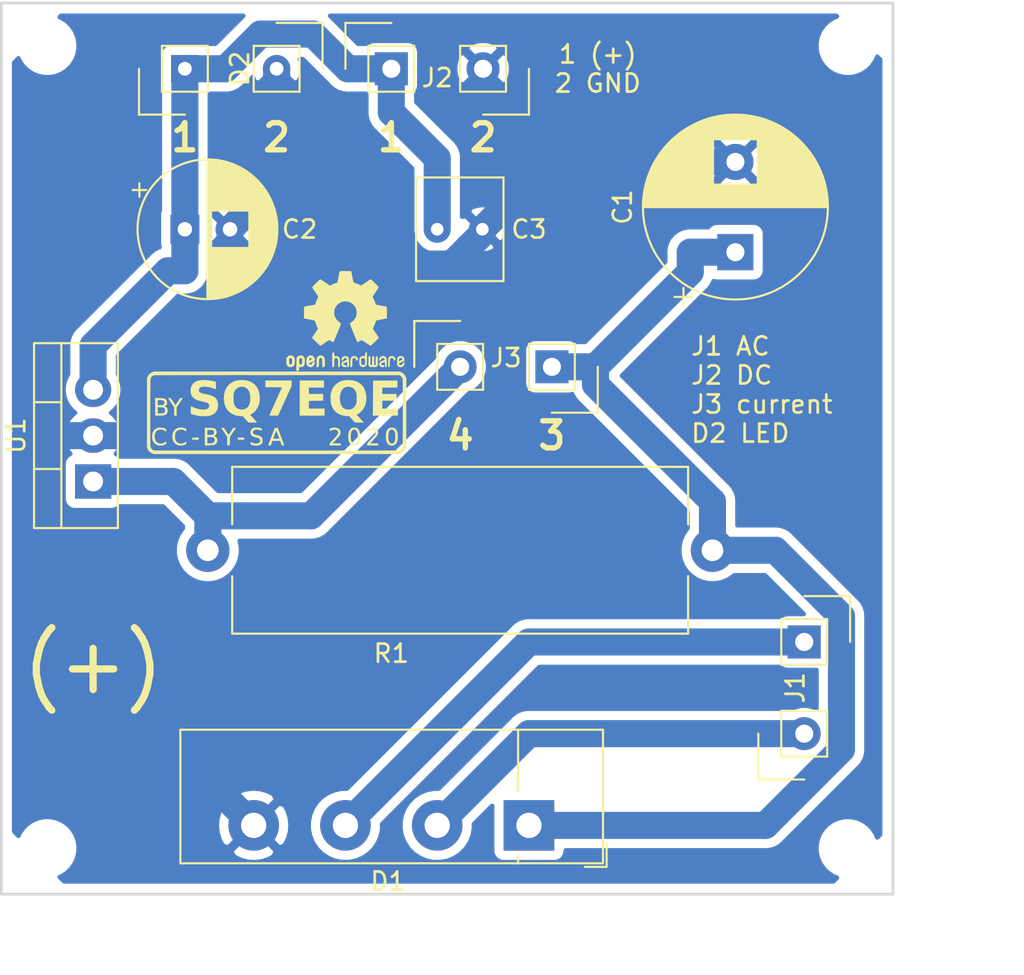
<source format=kicad_pcb>
(kicad_pcb (version 20171130) (host pcbnew 5.1.5-1.fc31)

  (general
    (thickness 1.6)
    (drawings 15)
    (tracks 51)
    (zones 0)
    (modules 16)
    (nets 7)
  )

  (page A4)
  (title_block
    (title "Zasilacz stabilizowany (+) PCB")
    (date 2020-03-22)
    (rev 1.0)
    (company "Msc. Paweł Sobótka")
    (comment 1 "CC-BY-SA 4.0")
    (comment 2 "by SQ7EQE")
  )

  (layers
    (0 F.Cu jumper)
    (31 B.Cu signal)
    (32 B.Adhes user)
    (33 F.Adhes user)
    (34 B.Paste user)
    (35 F.Paste user)
    (36 B.SilkS user)
    (37 F.SilkS user)
    (38 B.Mask user)
    (39 F.Mask user)
    (40 Dwgs.User user)
    (41 Cmts.User user)
    (42 Eco1.User user)
    (43 Eco2.User user)
    (44 Edge.Cuts user)
    (45 Margin user)
    (46 B.CrtYd user)
    (47 F.CrtYd user)
    (48 B.Fab user)
    (49 F.Fab user)
  )

  (setup
    (last_trace_width 1.5)
    (trace_clearance 0.4)
    (zone_clearance 0.508)
    (zone_45_only no)
    (trace_min 0.2)
    (via_size 0.8)
    (via_drill 0.4)
    (via_min_size 0.4)
    (via_min_drill 0.3)
    (uvia_size 0.3)
    (uvia_drill 0.1)
    (uvias_allowed no)
    (uvia_min_size 0.2)
    (uvia_min_drill 0.1)
    (edge_width 0.05)
    (segment_width 0.2)
    (pcb_text_width 0.3)
    (pcb_text_size 1.5 1.5)
    (mod_edge_width 0.12)
    (mod_text_size 1 1)
    (mod_text_width 0.15)
    (pad_size 1.524 1.524)
    (pad_drill 0.762)
    (pad_to_mask_clearance 0.051)
    (solder_mask_min_width 0.25)
    (aux_axis_origin 0 0)
    (visible_elements FFFFFF7F)
    (pcbplotparams
      (layerselection 0x29220_fffffffe)
      (usegerberextensions false)
      (usegerberattributes true)
      (usegerberadvancedattributes true)
      (creategerberjobfile true)
      (excludeedgelayer true)
      (linewidth 0.150000)
      (plotframeref false)
      (viasonmask false)
      (mode 1)
      (useauxorigin false)
      (hpglpennumber 1)
      (hpglpenspeed 20)
      (hpglpendiameter 15.000000)
      (psnegative false)
      (psa4output false)
      (plotreference true)
      (plotvalue true)
      (plotinvisibletext false)
      (padsonsilk false)
      (subtractmaskfromsilk true)
      (outputformat 5)
      (mirror true)
      (drillshape 2)
      (scaleselection 1)
      (outputdirectory "svg/"))
  )

  (net 0 "")
  (net 1 "Net-(C1-Pad1)")
  (net 2 GND)
  (net 3 "Net-(C2-Pad1)")
  (net 4 "Net-(D1-Pad3)")
  (net 5 "Net-(D1-Pad2)")
  (net 6 "Net-(J3-Pad2)")

  (net_class Default "To jest domyślna klasa połączeń."
    (clearance 0.4)
    (trace_width 1.5)
    (via_dia 0.8)
    (via_drill 0.4)
    (uvia_dia 0.3)
    (uvia_drill 0.1)
    (add_net GND)
    (add_net "Net-(C1-Pad1)")
    (add_net "Net-(C2-Pad1)")
    (add_net "Net-(D1-Pad2)")
    (add_net "Net-(D1-Pad3)")
    (add_net "Net-(J3-Pad2)")
  )

  (module logo:logo-cc-by-sa-1 locked (layer F.Cu) (tedit 0) (tstamp 5E77D763)
    (at 123.19 86.36)
    (fp_text reference G*** (at 0 0) (layer F.SilkS) hide
      (effects (font (size 1.524 1.524) (thickness 0.3)))
    )
    (fp_text value LOGO (at 0.75 0) (layer F.SilkS) hide
      (effects (font (size 1.524 1.524) (thickness 0.3)))
    )
    (fp_poly (pts (xy 6.683375 -1.397) (xy 5.842 -1.397) (xy 5.842 -1.031875) (xy 6.63575 -1.031875)
      (xy 6.63575 -0.66675) (xy 5.842 -0.66675) (xy 5.842 -0.22225) (xy 6.715125 -0.22225)
      (xy 6.715125 0.15875) (xy 5.333754 0.15875) (xy 5.337845 -0.805657) (xy 5.341937 -1.770063)
      (xy 6.683375 -1.778345) (xy 6.683375 -1.397)) (layer F.SilkS) (width 0.01))
    (fp_poly (pts (xy 2.619375 -1.397) (xy 1.778 -1.397) (xy 1.778 -1.031875) (xy 2.57175 -1.031875)
      (xy 2.57175 -0.667305) (xy 2.178843 -0.663059) (xy 1.785937 -0.658813) (xy 1.78152 -0.440532)
      (xy 1.777104 -0.22225) (xy 2.651125 -0.22225) (xy 2.651125 0.15875) (xy 1.285875 0.15875)
      (xy 1.285875 -1.778) (xy 2.619375 -1.778) (xy 2.619375 -1.397)) (layer F.SilkS) (width 0.01))
    (fp_poly (pts (xy 0.8255 -1.481033) (xy 0.453404 -0.66511) (xy 0.081309 0.150812) (xy -0.157783 0.155194)
      (xy -0.240817 0.156049) (xy -0.311325 0.155504) (xy -0.363833 0.153701) (xy -0.392869 0.150786)
      (xy -0.396875 0.148916) (xy -0.390494 0.132828) (xy -0.372165 0.090576) (xy -0.34311 0.024887)
      (xy -0.30455 -0.061512) (xy -0.257708 -0.165896) (xy -0.203804 -0.285537) (xy -0.144061 -0.41771)
      (xy -0.0797 -0.559687) (xy -0.053998 -0.616276) (xy 0.012073 -0.761733) (xy 0.074262 -0.89876)
      (xy 0.131311 -1.02458) (xy 0.181964 -1.136416) (xy 0.224963 -1.231489) (xy 0.259053 -1.307021)
      (xy 0.282975 -1.360236) (xy 0.295473 -1.388355) (xy 0.29695 -1.391842) (xy 0.294239 -1.398059)
      (xy 0.27883 -1.402975) (xy 0.24777 -1.406727) (xy 0.198103 -1.409452) (xy 0.126877 -1.411286)
      (xy 0.031138 -1.412367) (xy -0.09207 -1.412831) (xy -0.157052 -1.412875) (xy -0.619125 -1.412875)
      (xy -0.619125 -1.778) (xy 0.8255 -1.778) (xy 0.8255 -1.481033)) (layer F.SilkS) (width 0.01))
    (fp_poly (pts (xy -5.230603 -0.807809) (xy -5.208576 -0.803272) (xy -5.207 -0.801464) (xy -5.215403 -0.786323)
      (xy -5.238786 -0.749063) (xy -5.274418 -0.693914) (xy -5.319564 -0.625105) (xy -5.371491 -0.546865)
      (xy -5.373688 -0.543572) (xy -5.540375 -0.293843) (xy -5.540375 0.15875) (xy -5.667375 0.15875)
      (xy -5.667375 -0.302646) (xy -5.834063 -0.546581) (xy -5.886641 -0.624062) (xy -5.932406 -0.692528)
      (xy -5.96855 -0.747695) (xy -5.992267 -0.785279) (xy -6.00075 -0.800984) (xy -5.986669 -0.806346)
      (xy -5.951239 -0.80749) (xy -5.933282 -0.80657) (xy -5.906822 -0.803979) (xy -5.885329 -0.797899)
      (xy -5.864783 -0.784294) (xy -5.841163 -0.75913) (xy -5.81045 -0.718372) (xy -5.768623 -0.657985)
      (xy -5.73322 -0.605776) (xy -5.600628 -0.409864) (xy -5.467131 -0.609745) (xy -5.333634 -0.809625)
      (xy -5.270317 -0.809625) (xy -5.230603 -0.807809)) (layer F.SilkS) (width 0.01))
    (fp_poly (pts (xy -6.480969 -0.806715) (xy -6.373205 -0.802568) (xy -6.291718 -0.795803) (xy -6.231058 -0.784911)
      (xy -6.185773 -0.768385) (xy -6.150409 -0.744716) (xy -6.119516 -0.712397) (xy -6.113694 -0.705145)
      (xy -6.079451 -0.640165) (xy -6.0679 -0.567735) (xy -6.077953 -0.496361) (xy -6.108522 -0.434547)
      (xy -6.153559 -0.393594) (xy -6.20932 -0.360695) (xy -6.150344 -0.327191) (xy -6.086407 -0.275748)
      (xy -6.04848 -0.207875) (xy -6.035603 -0.121583) (xy -6.036529 -0.091068) (xy -6.050675 -0.008265)
      (xy -6.083757 0.053613) (xy -6.140474 0.102015) (xy -6.168338 0.117973) (xy -6.197309 0.131076)
      (xy -6.230411 0.140547) (xy -6.273697 0.147144) (xy -6.333222 0.151628) (xy -6.415043 0.154757)
      (xy -6.473032 0.156206) (xy -6.715125 0.161599) (xy -6.715125 -0.301625) (xy -6.588125 -0.301625)
      (xy -6.588125 0.050515) (xy -6.421763 0.045101) (xy -6.346238 0.042089) (xy -6.295238 0.03784)
      (xy -6.261537 0.030722) (xy -6.237912 0.019106) (xy -6.21714 0.001365) (xy -6.213987 -0.001762)
      (xy -6.181102 -0.054216) (xy -6.169725 -0.117162) (xy -6.178255 -0.181601) (xy -6.205094 -0.238533)
      (xy -6.248645 -0.278962) (xy -6.264552 -0.286459) (xy -6.29832 -0.293358) (xy -6.353796 -0.298615)
      (xy -6.420951 -0.301393) (xy -6.446284 -0.301625) (xy -6.588125 -0.301625) (xy -6.715125 -0.301625)
      (xy -6.715125 -0.6985) (xy -6.588125 -0.6985) (xy -6.588125 -0.409775) (xy -6.431004 -0.415232)
      (xy -6.353676 -0.41906) (xy -6.301212 -0.425009) (xy -6.266736 -0.434369) (xy -6.243374 -0.448428)
      (xy -6.240504 -0.45093) (xy -6.216982 -0.49018) (xy -6.206369 -0.545749) (xy -6.210465 -0.604212)
      (xy -6.216987 -0.626352) (xy -6.245598 -0.66103) (xy -6.301106 -0.684257) (xy -6.384677 -0.696391)
      (xy -6.4524 -0.6985) (xy -6.588125 -0.6985) (xy -6.715125 -0.6985) (xy -6.715125 -0.813086)
      (xy -6.480969 -0.806715)) (layer F.SilkS) (width 0.01))
    (fp_poly (pts (xy -3.856768 -1.79492) (xy -3.697368 -1.777273) (xy -3.535998 -1.749854) (xy -3.472657 -1.736304)
      (xy -3.3655 -1.711956) (xy -3.3655 -1.303968) (xy -3.490551 -1.349606) (xy -3.627449 -1.392503)
      (xy -3.765107 -1.42264) (xy -3.897804 -1.439572) (xy -4.01982 -1.442851) (xy -4.125433 -1.432029)
      (xy -4.208923 -1.406661) (xy -4.210597 -1.405875) (xy -4.267552 -1.364213) (xy -4.301901 -1.308664)
      (xy -4.312859 -1.246584) (xy -4.29964 -1.185328) (xy -4.261458 -1.132252) (xy -4.241488 -1.11659)
      (xy -4.199688 -1.095814) (xy -4.139082 -1.074343) (xy -4.072203 -1.056567) (xy -4.066863 -1.055416)
      (xy -3.899498 -1.018362) (xy -3.760475 -0.983585) (xy -3.646574 -0.949929) (xy -3.554573 -0.916238)
      (xy -3.481253 -0.881354) (xy -3.423391 -0.844121) (xy -3.384625 -0.810433) (xy -3.314511 -0.718244)
      (xy -3.268382 -0.607344) (xy -3.247045 -0.480722) (xy -3.251311 -0.341369) (xy -3.253401 -0.325218)
      (xy -3.284785 -0.188755) (xy -3.338378 -0.074408) (xy -3.41502 0.018692) (xy -3.515551 0.091415)
      (xy -3.640811 0.144629) (xy -3.729524 0.16784) (xy -3.785659 0.175867) (xy -3.864358 0.182087)
      (xy -3.956473 0.186296) (xy -4.05286 0.188289) (xy -4.144372 0.187863) (xy -4.221862 0.184813)
      (xy -4.270375 0.179925) (xy -4.348502 0.165574) (xy -4.442739 0.145287) (xy -4.53895 0.122333)
      (xy -4.623002 0.099978) (xy -4.647407 0.092755) (xy -4.746625 0.062224) (xy -4.746625 -0.145212)
      (xy -4.745924 -0.233289) (xy -4.743573 -0.293345) (xy -4.739205 -0.329083) (xy -4.732452 -0.344207)
      (xy -4.726782 -0.344807) (xy -4.704075 -0.335549) (xy -4.659732 -0.317257) (xy -4.601426 -0.293104)
      (xy -4.56882 -0.279563) (xy -4.420469 -0.224763) (xy -4.284205 -0.190067) (xy -4.149603 -0.173191)
      (xy -4.071938 -0.170674) (xy -3.951293 -0.177403) (xy -3.858001 -0.198919) (xy -3.790981 -0.235887)
      (xy -3.749148 -0.288971) (xy -3.73142 -0.358836) (xy -3.730625 -0.380148) (xy -3.737544 -0.442943)
      (xy -3.760113 -0.485932) (xy -3.762836 -0.488963) (xy -3.784128 -0.510106) (xy -3.807511 -0.528099)
      (xy -3.83707 -0.544365) (xy -3.876888 -0.560328) (xy -3.931052 -0.577411) (xy -4.003644 -0.597037)
      (xy -4.09875 -0.620632) (xy -4.220454 -0.649617) (xy -4.230688 -0.652029) (xy -4.386509 -0.697965)
      (xy -4.513679 -0.756253) (xy -4.613284 -0.828127) (xy -4.686411 -0.914819) (xy -4.734148 -1.017562)
      (xy -4.757583 -1.137588) (xy -4.759344 -1.251438) (xy -4.740951 -1.38711) (xy -4.699594 -1.502097)
      (xy -4.633903 -1.598174) (xy -4.542506 -1.677112) (xy -4.424033 -1.740686) (xy -4.362906 -1.764272)
      (xy -4.267267 -1.787471) (xy -4.147306 -1.800194) (xy -4.00861 -1.802619) (xy -3.856768 -1.79492)) (layer F.SilkS) (width 0.01))
    (fp_poly (pts (xy 4.087612 -1.797844) (xy 4.193582 -1.788715) (xy 4.279532 -1.77348) (xy 4.28625 -1.771726)
      (xy 4.451306 -1.712893) (xy 4.593578 -1.631958) (xy 4.71303 -1.528966) (xy 4.809628 -1.403963)
      (xy 4.883335 -1.256993) (xy 4.934118 -1.088103) (xy 4.961941 -0.897336) (xy 4.961973 -0.896938)
      (xy 4.963268 -0.711119) (xy 4.937256 -0.535334) (xy 4.885111 -0.372124) (xy 4.808004 -0.224033)
      (xy 4.70711 -0.093603) (xy 4.583599 0.016624) (xy 4.521234 0.058784) (xy 4.427854 0.116422)
      (xy 4.481065 0.173304) (xy 4.512428 0.207239) (xy 4.558864 0.257989) (xy 4.614192 0.318782)
      (xy 4.672235 0.382843) (xy 4.674156 0.384968) (xy 4.814034 0.53975) (xy 4.336267 0.53975)
      (xy 4.182172 0.367332) (xy 4.028078 0.194915) (xy 3.88332 0.185628) (xy 3.69886 0.160817)
      (xy 3.533275 0.111678) (xy 3.387517 0.038895) (xy 3.262542 -0.05685) (xy 3.159303 -0.174873)
      (xy 3.078754 -0.314491) (xy 3.038058 -0.419457) (xy 3.008383 -0.542476) (xy 2.99071 -0.683876)
      (xy 2.988832 -0.738448) (xy 3.497536 -0.738448) (xy 3.512708 -0.608851) (xy 3.543322 -0.488071)
      (xy 3.589299 -0.381928) (xy 3.650559 -0.296241) (xy 3.670206 -0.276917) (xy 3.76166 -0.214838)
      (xy 3.867457 -0.177492) (xy 3.980891 -0.165842) (xy 4.095255 -0.180853) (xy 4.167187 -0.205482)
      (xy 4.23743 -0.249857) (xy 4.305416 -0.317212) (xy 4.363816 -0.399184) (xy 4.398682 -0.469602)
      (xy 4.413496 -0.510047) (xy 4.423849 -0.548931) (xy 4.430537 -0.593243) (xy 4.434357 -0.649976)
      (xy 4.436107 -0.726122) (xy 4.436544 -0.801688) (xy 4.436283 -0.896989) (xy 4.434482 -0.967746)
      (xy 4.430326 -1.021157) (xy 4.423003 -1.06442) (xy 4.4117 -1.104733) (xy 4.397999 -1.143)
      (xy 4.3411 -1.254465) (xy 4.265067 -1.341164) (xy 4.171679 -1.401944) (xy 4.062713 -1.435649)
      (xy 3.939948 -1.441126) (xy 3.938845 -1.441048) (xy 3.82513 -1.420804) (xy 3.729674 -1.37654)
      (xy 3.656078 -1.315048) (xy 3.592852 -1.228642) (xy 3.545464 -1.12196) (xy 3.513835 -1.000822)
      (xy 3.497885 -0.871045) (xy 3.497536 -0.738448) (xy 2.988832 -0.738448) (xy 2.985596 -0.832424)
      (xy 2.993597 -0.976888) (xy 3.00616 -1.063625) (xy 3.052575 -1.230696) (xy 3.124735 -1.379817)
      (xy 3.221206 -1.509448) (xy 3.340552 -1.61805) (xy 3.481338 -1.704082) (xy 3.642129 -1.766004)
      (xy 3.667125 -1.772917) (xy 3.751378 -1.788405) (xy 3.85633 -1.797709) (xy 3.971802 -1.800849)
      (xy 4.087612 -1.797844)) (layer F.SilkS) (width 0.01))
    (fp_poly (pts (xy -1.755001 -1.792265) (xy -1.604178 -1.767851) (xy -1.471404 -1.724952) (xy -1.351736 -1.661875)
      (xy -1.240232 -1.576926) (xy -1.217136 -1.555911) (xy -1.111612 -1.435933) (xy -1.031148 -1.2968)
      (xy -0.975693 -1.138365) (xy -0.945199 -0.960481) (xy -0.939613 -0.762999) (xy -0.940211 -0.747054)
      (xy -0.945877 -0.651672) (xy -0.955098 -0.575891) (xy -0.969945 -0.507594) (xy -0.992493 -0.434665)
      (xy -0.99481 -0.427924) (xy -1.062259 -0.273534) (xy -1.15007 -0.139003) (xy -1.255903 -0.027244)
      (xy -1.377417 0.058828) (xy -1.392047 0.066818) (xy -1.431782 0.090169) (xy -1.45648 0.109055)
      (xy -1.4605 0.115281) (xy -1.450405 0.130788) (xy -1.422647 0.165194) (xy -1.381019 0.213996)
      (xy -1.329317 0.272689) (xy -1.306715 0.29787) (xy -1.248911 0.361986) (xy -1.196332 0.420402)
      (xy -1.15382 0.46773) (xy -1.12622 0.498582) (xy -1.121385 0.504031) (xy -1.089841 0.53975)
      (xy -1.326765 0.539718) (xy -1.563688 0.539687) (xy -1.717467 0.367554) (xy -1.871245 0.19542)
      (xy -2.019092 0.185187) (xy -2.191282 0.163535) (xy -2.341209 0.122919) (xy -2.473361 0.061471)
      (xy -2.592229 -0.022674) (xy -2.652384 -0.078117) (xy -2.746756 -0.188402) (xy -2.818713 -0.309851)
      (xy -2.87003 -0.446873) (xy -2.902482 -0.603874) (xy -2.915068 -0.73025) (xy -2.914676 -0.809625)
      (xy -2.388706 -0.809625) (xy -2.387194 -0.687929) (xy -2.381223 -0.591604) (xy -2.369441 -0.514424)
      (xy -2.350495 -0.450162) (xy -2.323034 -0.392592) (xy -2.285775 -0.335583) (xy -2.211607 -0.25902)
      (xy -2.119422 -0.204893) (xy -2.014775 -0.174374) (xy -1.903225 -0.168632) (xy -1.790329 -0.188837)
      (xy -1.719198 -0.216277) (xy -1.663933 -0.248129) (xy -1.614047 -0.286013) (xy -1.593629 -0.306405)
      (xy -1.532046 -0.400994) (xy -1.48729 -0.515074) (xy -1.459275 -0.642492) (xy -1.44791 -0.777093)
      (xy -1.453107 -0.912723) (xy -1.474777 -1.043227) (xy -1.512831 -1.162452) (xy -1.56718 -1.264242)
      (xy -1.608204 -1.315048) (xy -1.691337 -1.38252) (xy -1.788532 -1.424099) (xy -1.890971 -1.441048)
      (xy -2.013447 -1.435427) (xy -2.123418 -1.401255) (xy -2.21839 -1.34011) (xy -2.295869 -1.253572)
      (xy -2.350713 -1.15) (xy -2.365335 -1.110276) (xy -2.375632 -1.072251) (xy -2.382362 -1.029137)
      (xy -2.386281 -0.974147) (xy -2.388148 -0.900493) (xy -2.388706 -0.809625) (xy -2.914676 -0.809625)
      (xy -2.914145 -0.916702) (xy -2.887781 -1.091387) (xy -2.837149 -1.251888) (xy -2.763418 -1.395787)
      (xy -2.667759 -1.520666) (xy -2.551344 -1.624107) (xy -2.45264 -1.685367) (xy -2.354133 -1.732201)
      (xy -2.260559 -1.765058) (xy -2.162716 -1.78595) (xy -2.051402 -1.796888) (xy -1.928813 -1.799889)
      (xy -1.755001 -1.792265)) (layer F.SilkS) (width 0.01))
    (fp_poly (pts (xy -1.801813 1.389062) (xy -1.796838 1.440656) (xy -1.791864 1.49225) (xy -2.143125 1.49225)
      (xy -2.143125 1.38005) (xy -1.801813 1.389062)) (layer F.SilkS) (width 0.01))
    (fp_poly (pts (xy -4.318 1.49225) (xy -4.669262 1.49225) (xy -4.664288 1.440656) (xy -4.659313 1.389062)
      (xy -4.488657 1.384556) (xy -4.318 1.38005) (xy -4.318 1.49225)) (layer F.SilkS) (width 0.01))
    (fp_poly (pts (xy 5.414518 0.840332) (xy 5.491743 0.868822) (xy 5.505684 0.877232) (xy 5.568258 0.936395)
      (xy 5.606721 1.01167) (xy 5.619643 1.096952) (xy 5.605596 1.186137) (xy 5.588219 1.229858)
      (xy 5.566808 1.262981) (xy 5.527515 1.313402) (xy 5.474772 1.37583) (xy 5.413009 1.444976)
      (xy 5.364628 1.496808) (xy 5.172567 1.698625) (xy 5.61975 1.698625) (xy 5.61975 1.80975)
      (xy 5.0165 1.80975) (xy 5.0165 1.751789) (xy 5.018193 1.729512) (xy 5.025265 1.707218)
      (xy 5.040707 1.681003) (xy 5.067508 1.646966) (xy 5.108658 1.601206) (xy 5.167146 1.53982)
      (xy 5.222692 1.482714) (xy 5.314782 1.386252) (xy 5.384938 1.307152) (xy 5.435308 1.242087)
      (xy 5.468044 1.187729) (xy 5.485294 1.140753) (xy 5.489209 1.097831) (xy 5.486428 1.074593)
      (xy 5.460282 1.010519) (xy 5.411693 0.965715) (xy 5.344122 0.941093) (xy 5.261031 0.937566)
      (xy 5.165882 0.956045) (xy 5.110558 0.975556) (xy 5.014748 1.014487) (xy 5.019592 0.94834)
      (xy 5.023444 0.911963) (xy 5.033199 0.889602) (xy 5.056207 0.874231) (xy 5.099815 0.858821)
      (xy 5.119687 0.85262) (xy 5.219299 0.831645) (xy 5.32064 0.827745) (xy 5.414518 0.840332)) (layer F.SilkS) (width 0.01))
    (fp_poly (pts (xy 3.347706 0.845727) (xy 3.42663 0.883406) (xy 3.48688 0.938552) (xy 3.525132 1.009439)
      (xy 3.538062 1.094345) (xy 3.537027 1.116638) (xy 3.530481 1.161287) (xy 3.516779 1.20444)
      (xy 3.493196 1.250103) (xy 3.457008 1.302283) (xy 3.405491 1.364985) (xy 3.335919 1.442214)
      (xy 3.262691 1.520031) (xy 3.092637 1.698625) (xy 3.540125 1.698625) (xy 3.540125 1.80975)
      (xy 2.936875 1.80975) (xy 2.936875 1.752386) (xy 2.938666 1.730158) (xy 2.946021 1.707618)
      (xy 2.961911 1.680856) (xy 2.989309 1.645961) (xy 3.031186 1.599023) (xy 3.090514 1.536133)
      (xy 3.141566 1.483063) (xy 3.216753 1.403127) (xy 3.282473 1.329216) (xy 3.334947 1.265814)
      (xy 3.370393 1.217405) (xy 3.38136 1.198592) (xy 3.406556 1.121009) (xy 3.401808 1.053537)
      (xy 3.367 0.995405) (xy 3.347867 0.977269) (xy 3.287194 0.945957) (xy 3.208406 0.935738)
      (xy 3.117148 0.946647) (xy 3.027313 0.975259) (xy 2.935189 1.01314) (xy 2.94 0.947579)
      (xy 2.944194 0.910208) (xy 2.954975 0.887729) (xy 2.980081 0.872345) (xy 3.027252 0.856253)
      (xy 3.032125 0.854729) (xy 3.147129 0.829664) (xy 3.253431 0.827238) (xy 3.347706 0.845727)) (layer F.SilkS) (width 0.01))
    (fp_poly (pts (xy 0.23433 1.313284) (xy 0.277953 1.428996) (xy 0.317716 1.535189) (xy 0.352277 1.628225)
      (xy 0.380296 1.704465) (xy 0.40043 1.76027) (xy 0.41134 1.792001) (xy 0.412924 1.797843)
      (xy 0.39873 1.805359) (xy 0.363563 1.809481) (xy 0.35039 1.80975) (xy 0.314843 1.808212)
      (xy 0.292716 1.798823) (xy 0.276176 1.774422) (xy 0.257388 1.727844) (xy 0.255605 1.723084)
      (xy 0.235743 1.667716) (xy 0.219504 1.618451) (xy 0.213056 1.596084) (xy 0.202933 1.55575)
      (xy -0.2355 1.55575) (xy -0.263198 1.631156) (xy -0.290899 1.706355) (xy -0.31093 1.756825)
      (xy -0.326979 1.787483) (xy -0.342736 1.803249) (xy -0.361888 1.809042) (xy -0.388126 1.809779)
      (xy -0.397135 1.80975) (xy -0.438268 1.807697) (xy -0.454663 1.799281) (xy -0.453476 1.781968)
      (xy -0.445713 1.760597) (xy -0.428087 1.713463) (xy -0.402071 1.64446) (xy -0.369138 1.557482)
      (xy -0.33076 1.456424) (xy -0.32232 1.434254) (xy -0.1905 1.434254) (xy -0.1757 1.438439)
      (xy -0.13559 1.441816) (xy -0.076608 1.443998) (xy -0.017521 1.444625) (xy 0.155458 1.444625)
      (xy 0.075361 1.226343) (xy 0.046277 1.148194) (xy 0.020388 1.080687) (xy -0.00009 1.029455)
      (xy -0.012936 1.000129) (xy -0.015499 0.995725) (xy -0.023472 1.006291) (xy -0.039988 1.040541)
      (xy -0.06261 1.092369) (xy -0.0889 1.155669) (xy -0.116423 1.224333) (xy -0.142741 1.292254)
      (xy -0.165416 1.353327) (xy -0.182013 1.401445) (xy -0.190095 1.430501) (xy -0.1905 1.434254)
      (xy -0.32232 1.434254) (xy -0.28841 1.34518) (xy -0.27185 1.30175) (xy -0.099264 0.849312)
      (xy -0.021851 0.844972) (xy 0.055562 0.840631) (xy 0.23433 1.313284)) (layer F.SilkS) (width 0.01))
    (fp_poly (pts (xy -2.794 1.031875) (xy -2.747908 1.099519) (xy -2.707577 1.156545) (xy -2.676434 1.19827)
      (xy -2.657905 1.220016) (xy -2.654781 1.222071) (xy -2.642382 1.209406) (xy -2.616177 1.174801)
      (xy -2.579569 1.122996) (xy -2.535963 1.058731) (xy -2.517965 1.031571) (xy -2.392741 0.841375)
      (xy -2.253742 0.841375) (xy -2.416715 1.083468) (xy -2.579688 1.325562) (xy -2.587625 1.563687)
      (xy -2.595563 1.801812) (xy -2.651693 1.806536) (xy -2.692147 1.80677) (xy -2.717575 1.80114)
      (xy -2.719162 1.799922) (xy -2.723201 1.78078) (xy -2.726606 1.735861) (xy -2.729094 1.671135)
      (xy -2.730383 1.592574) (xy -2.7305 1.559589) (xy -2.7305 1.330595) (xy -2.89793 1.085985)
      (xy -3.065359 0.841375) (xy -2.921627 0.841375) (xy -2.794 1.031875)) (layer F.SilkS) (width 0.01))
    (fp_poly (pts (xy -3.726657 0.843918) (xy -3.616147 0.847631) (xy -3.532374 0.854378) (xy -3.470349 0.865962)
      (xy -3.425081 0.884185) (xy -3.391583 0.91085) (xy -3.364864 0.94776) (xy -3.347377 0.980957)
      (xy -3.325053 1.05749) (xy -3.328948 1.133015) (xy -3.357006 1.20026) (xy -3.40717 1.251953)
      (xy -3.427423 1.263955) (xy -3.448028 1.276116) (xy -3.448253 1.287005) (xy -3.425192 1.303596)
      (xy -3.406192 1.314928) (xy -3.342198 1.365081) (xy -3.304168 1.427201) (xy -3.28951 1.506566)
      (xy -3.289967 1.551505) (xy -3.295755 1.611799) (xy -3.307676 1.652706) (xy -3.330072 1.686538)
      (xy -3.342423 1.700304) (xy -3.379207 1.735129) (xy -3.418443 1.760997) (xy -3.46579 1.779436)
      (xy -3.526905 1.791976) (xy -3.607445 1.800144) (xy -3.713068 1.805468) (xy -3.734594 1.806222)
      (xy -3.96875 1.814064) (xy -3.96875 1.349375) (xy -3.84175 1.349375) (xy -3.84175 1.698625)
      (xy -3.706303 1.698625) (xy -3.625761 1.695576) (xy -3.55832 1.687205) (xy -3.517081 1.676156)
      (xy -3.463223 1.640804) (xy -3.433203 1.587777) (xy -3.424671 1.520031) (xy -3.435805 1.445055)
      (xy -3.468304 1.390966) (xy -3.502929 1.367003) (xy -3.535618 1.359206) (xy -3.59055 1.353174)
      (xy -3.658232 1.349794) (xy -3.691685 1.349375) (xy -3.84175 1.349375) (xy -3.96875 1.349375)
      (xy -3.96875 0.9525) (xy -3.84175 0.9525) (xy -3.84175 1.23825) (xy -3.717119 1.23825)
      (xy -3.649808 1.236001) (xy -3.588417 1.230073) (xy -3.545197 1.221695) (xy -3.542159 1.220705)
      (xy -3.495682 1.195365) (xy -3.469925 1.155363) (xy -3.460906 1.093899) (xy -3.46075 1.081695)
      (xy -3.466646 1.031894) (xy -3.488623 0.997532) (xy -3.502579 0.985402) (xy -3.52756 0.969404)
      (xy -3.558176 0.95951) (xy -3.602324 0.954357) (xy -3.667903 0.952579) (xy -3.693079 0.9525)
      (xy -3.84175 0.9525) (xy -3.96875 0.9525) (xy -3.96875 0.838525) (xy -3.726657 0.843918)) (layer F.SilkS) (width 0.01))
    (fp_poly (pts (xy 6.457557 0.833937) (xy 6.538086 0.865471) (xy 6.603233 0.924142) (xy 6.639368 0.979129)
      (xy 6.678784 1.077808) (xy 6.702959 1.195343) (xy 6.7115 1.322527) (xy 6.704014 1.450153)
      (xy 6.68011 1.569012) (xy 6.666303 1.610866) (xy 6.617376 1.701305) (xy 6.549273 1.768067)
      (xy 6.465954 1.809156) (xy 6.371378 1.822578) (xy 6.275025 1.807976) (xy 6.216922 1.777728)
      (xy 6.159984 1.725118) (xy 6.112231 1.658787) (xy 6.087525 1.605959) (xy 6.07041 1.537508)
      (xy 6.058321 1.448505) (xy 6.053045 1.368715) (xy 6.179689 1.368715) (xy 6.188037 1.469951)
      (xy 6.2065 1.557789) (xy 6.216258 1.58586) (xy 6.242165 1.63488) (xy 6.27406 1.675469)
      (xy 6.282545 1.683047) (xy 6.338873 1.70905) (xy 6.404161 1.712537) (xy 6.465017 1.693541)
      (xy 6.481587 1.682548) (xy 6.524367 1.629628) (xy 6.554732 1.548585) (xy 6.57235 1.440661)
      (xy 6.577051 1.325562) (xy 6.573147 1.210691) (xy 6.561325 1.121369) (xy 6.540336 1.052104)
      (xy 6.508933 0.997404) (xy 6.499965 0.986138) (xy 6.445025 0.942072) (xy 6.382776 0.925686)
      (xy 6.320437 0.93643) (xy 6.265227 0.973752) (xy 6.24017 1.005966) (xy 6.211695 1.072706)
      (xy 6.191881 1.161283) (xy 6.181091 1.262889) (xy 6.179689 1.368715) (xy 6.053045 1.368715)
      (xy 6.051796 1.349832) (xy 6.051373 1.252369) (xy 6.057593 1.166997) (xy 6.063935 1.129609)
      (xy 6.097699 1.01755) (xy 6.144056 0.933366) (xy 6.205031 0.874991) (xy 6.282647 0.84036)
      (xy 6.359318 0.828283) (xy 6.457557 0.833937)) (layer F.SilkS) (width 0.01))
    (fp_poly (pts (xy 4.374985 0.834127) (xy 4.454852 0.86409) (xy 4.51878 0.920366) (xy 4.560444 0.985472)
      (xy 4.600661 1.088937) (xy 4.624414 1.204651) (xy 4.632148 1.325807) (xy 4.624308 1.445594)
      (xy 4.60134 1.557204) (xy 4.563688 1.653827) (xy 4.511863 1.728586) (xy 4.434706 1.788269)
      (xy 4.346135 1.818748) (xy 4.248478 1.819441) (xy 4.19507 1.80789) (xy 4.124405 1.771377)
      (xy 4.06385 1.707188) (xy 4.016026 1.6185) (xy 3.998978 1.570201) (xy 3.977309 1.46807)
      (xy 3.971227 1.391767) (xy 4.098558 1.391767) (xy 4.112178 1.507525) (xy 4.140751 1.598818)
      (xy 4.183768 1.664486) (xy 4.240722 1.703367) (xy 4.302105 1.7145) (xy 4.354126 1.708749)
      (xy 4.39311 1.686557) (xy 4.412816 1.667338) (xy 4.444097 1.622032) (xy 4.46995 1.564704)
      (xy 4.476146 1.544307) (xy 4.486442 1.482384) (xy 4.49261 1.400895) (xy 4.494615 1.310418)
      (xy 4.492425 1.221533) (xy 4.486008 1.144819) (xy 4.477529 1.098269) (xy 4.444943 1.020537)
      (xy 4.398359 0.965252) (xy 4.34291 0.933276) (xy 4.283729 0.925472) (xy 4.225949 0.942702)
      (xy 4.174704 0.985829) (xy 4.140903 1.041702) (xy 4.120344 1.10756) (xy 4.105578 1.195548)
      (xy 4.100398 1.252708) (xy 4.098558 1.391767) (xy 3.971227 1.391767) (xy 3.968141 1.353063)
      (xy 3.971103 1.235281) (xy 3.985826 1.124827) (xy 4.011938 1.031804) (xy 4.019349 1.014301)
      (xy 4.069585 0.928873) (xy 4.13103 0.871368) (xy 4.207908 0.838734) (xy 4.276249 0.828862)
      (xy 4.374985 0.834127)) (layer F.SilkS) (width 0.01))
    (fp_poly (pts (xy -1.038823 0.829878) (xy -0.957797 0.836938) (xy -0.912813 0.8457) (xy -0.866226 0.859585)
      (xy -0.842106 0.874338) (xy -0.832139 0.898594) (xy -0.828578 0.933171) (xy -0.823718 0.999249)
      (xy -0.883034 0.974465) (xy -0.974079 0.945607) (xy -1.065838 0.932668) (xy -1.151461 0.93529)
      (xy -1.2241 0.953112) (xy -1.276906 0.985775) (xy -1.285734 0.995613) (xy -1.311349 1.048315)
      (xy -1.315874 1.106466) (xy -1.299241 1.157956) (xy -1.286713 1.173912) (xy -1.251728 1.197267)
      (xy -1.202516 1.217499) (xy -1.187494 1.221737) (xy -1.088927 1.246421) (xy -1.01586 1.265834)
      (xy -0.962902 1.28204) (xy -0.92466 1.297101) (xy -0.895743 1.31308) (xy -0.870759 1.33204)
      (xy -0.849753 1.350953) (xy -0.785813 1.410596) (xy -0.785813 1.669153) (xy -0.850652 1.729634)
      (xy -0.92385 1.778596) (xy -1.016265 1.811191) (xy -1.118824 1.825463) (xy -1.222455 1.819457)
      (xy -1.246188 1.814846) (xy -1.279331 1.806605) (xy -1.329215 1.793324) (xy -1.361282 1.784494)
      (xy -1.409093 1.770141) (xy -1.433875 1.756268) (xy -1.443196 1.734884) (xy -1.444625 1.697995)
      (xy -1.444625 1.696483) (xy -1.442769 1.656001) (xy -1.434875 1.640553) (xy -1.417457 1.643523)
      (xy -1.416844 1.643787) (xy -1.303537 1.684745) (xy -1.198755 1.706931) (xy -1.105522 1.711113)
      (xy -1.02686 1.698061) (xy -0.965791 1.668542) (xy -0.925337 1.623325) (xy -0.90852 1.563179)
      (xy -0.91189 1.5154) (xy -0.930649 1.466466) (xy -0.968895 1.428201) (xy -1.030627 1.3979)
      (xy -1.119848 1.372859) (xy -1.124222 1.37189) (xy -1.240497 1.340509) (xy -1.327919 1.302689)
      (xy -1.38911 1.256178) (xy -1.42669 1.198722) (xy -1.443279 1.128068) (xy -1.444625 1.096434)
      (xy -1.431661 1.005488) (xy -1.392327 0.931883) (xy -1.333221 0.878993) (xy -1.295087 0.856564)
      (xy -1.256939 0.842585) (xy -1.208621 0.834598) (xy -1.139976 0.830146) (xy -1.129565 0.829719)
      (xy -1.038823 0.829878)) (layer F.SilkS) (width 0.01))
    (fp_poly (pts (xy -5.173998 0.84017) (xy -5.082126 0.866906) (xy -5.076032 0.86954) (xy -5.031733 0.890929)
      (xy -5.009394 0.910168) (xy -5.001529 0.936982) (xy -5.000625 0.967482) (xy -5.002211 1.007594)
      (xy -5.006176 1.030105) (xy -5.007858 1.031875) (xy -5.024199 1.023763) (xy -5.056875 1.003332)
      (xy -5.072955 0.992607) (xy -5.132767 0.96006) (xy -5.199007 0.942162) (xy -5.28083 0.937092)
      (xy -5.340361 0.939396) (xy -5.436143 0.957378) (xy -5.51227 0.999269) (xy -5.57237 1.067392)
      (xy -5.591562 1.100263) (xy -5.609119 1.139612) (xy -5.619878 1.182303) (xy -5.625369 1.237696)
      (xy -5.627124 1.315154) (xy -5.627134 1.317625) (xy -5.626121 1.394999) (xy -5.621323 1.450696)
      (xy -5.611108 1.494713) (xy -5.593844 1.537051) (xy -5.590046 1.544891) (xy -5.536165 1.621225)
      (xy -5.463499 1.675457) (xy -5.376865 1.706718) (xy -5.281085 1.714141) (xy -5.180975 1.696856)
      (xy -5.081357 1.653996) (xy -5.059202 1.640545) (xy -4.998716 1.60166) (xy -5.00364 1.669986)
      (xy -5.008951 1.711716) (xy -5.022586 1.737992) (xy -5.052557 1.759525) (xy -5.082059 1.774794)
      (xy -5.155339 1.800234) (xy -5.245496 1.81582) (xy -5.338815 1.820208) (xy -5.421584 1.812052)
      (xy -5.433735 1.809292) (xy -5.541906 1.767449) (xy -5.630712 1.700894) (xy -5.701246 1.60869)
      (xy -5.728047 1.556987) (xy -5.756039 1.467758) (xy -5.769276 1.361863) (xy -5.767449 1.25091)
      (xy -5.750243 1.146508) (xy -5.740023 1.112176) (xy -5.69344 1.020179) (xy -5.623882 0.939176)
      (xy -5.539087 0.876919) (xy -5.477959 0.849672) (xy -5.385558 0.830879) (xy -5.27969 0.827936)
      (xy -5.173998 0.84017)) (layer F.SilkS) (width 0.01))
    (fp_poly (pts (xy -6.352673 0.834671) (xy -6.297532 0.839536) (xy -6.253819 0.849781) (xy -6.211403 0.867151)
      (xy -6.199188 0.873125) (xy -6.153414 0.897792) (xy -6.129055 0.919218) (xy -6.118511 0.947058)
      (xy -6.114936 0.98019) (xy -6.110059 1.047567) (xy -6.192907 0.996066) (xy -6.242716 0.967959)
      (xy -6.287984 0.951371) (xy -6.341772 0.942667) (xy -6.397746 0.939025) (xy -6.502341 0.942805)
      (xy -6.584959 0.966013) (xy -6.650066 1.010498) (xy -6.691225 1.060645) (xy -6.731686 1.146055)
      (xy -6.753347 1.245634) (xy -6.756632 1.351082) (xy -6.741967 1.454096) (xy -6.709775 1.546375)
      (xy -6.662774 1.617158) (xy -6.592276 1.671569) (xy -6.505636 1.7037) (xy -6.409687 1.713185)
      (xy -6.311264 1.699657) (xy -6.217199 1.662748) (xy -6.184489 1.642835) (xy -6.147788 1.618938)
      (xy -6.123377 1.604915) (xy -6.119108 1.603375) (xy -6.114602 1.617486) (xy -6.112074 1.652789)
      (xy -6.111875 1.667753) (xy -6.113489 1.704396) (xy -6.122942 1.727958) (xy -6.147153 1.746802)
      (xy -6.193041 1.769288) (xy -6.197634 1.771392) (xy -6.283389 1.800026) (xy -6.382041 1.816617)
      (xy -6.478996 1.819447) (xy -6.5405 1.811796) (xy -6.644769 1.774333) (xy -6.736586 1.712704)
      (xy -6.81019 1.632095) (xy -6.85982 1.53769) (xy -6.866012 1.5188) (xy -6.883537 1.429847)
      (xy -6.889602 1.328431) (xy -6.884416 1.227079) (xy -6.86819 1.138314) (xy -6.859169 1.110482)
      (xy -6.814068 1.016446) (xy -6.756238 0.945156) (xy -6.678501 0.888093) (xy -6.665441 0.880655)
      (xy -6.621883 0.858117) (xy -6.583776 0.844139) (xy -6.541073 0.836713) (xy -6.48373 0.833829)
      (xy -6.429375 0.833437) (xy -6.352673 0.834671)) (layer F.SilkS) (width 0.01))
    (fp_poly (pts (xy 6.918328 -2.221579) (xy 7.004848 -2.169067) (xy 7.070501 -2.105317) (xy 7.123874 -2.021369)
      (xy 7.13812 -1.992313) (xy 7.175189 -1.912938) (xy 7.175189 1.928812) (xy 7.13812 2.008187)
      (xy 7.086683 2.099579) (xy 7.02543 2.168204) (xy 6.945771 2.223023) (xy 6.918328 2.237453)
      (xy 6.821178 2.286) (xy -6.821179 2.286) (xy -6.918329 2.237453) (xy -7.004849 2.184941)
      (xy -7.070502 2.121191) (xy -7.123875 2.037243) (xy -7.138121 2.008187) (xy -7.17519 1.928812)
      (xy -7.17519 0.838471) (xy -6.998817 0.838471) (xy -6.99865 1.033975) (xy -6.998319 1.213267)
      (xy -6.997829 1.374238) (xy -6.997187 1.514781) (xy -6.996397 1.632787) (xy -6.995465 1.726147)
      (xy -6.994397 1.792755) (xy -6.993198 1.830501) (xy -6.992723 1.83673) (xy -6.967832 1.929836)
      (xy -6.919429 2.007544) (xy -6.851566 2.065002) (xy -6.776676 2.095513) (xy -6.75728 2.096376)
      (xy -6.707176 2.097213) (xy -6.627404 2.098022) (xy -6.519006 2.098802) (xy -6.383023 2.099551)
      (xy -6.220497 2.100267) (xy -6.032468 2.100949) (xy -5.819978 2.101596) (xy -5.584069 2.102206)
      (xy -5.32578 2.102777) (xy -5.046155 2.103308) (xy -4.746234 2.103796) (xy -4.427058 2.104242)
      (xy -4.089668 2.104642) (xy -3.735107 2.104995) (xy -3.364414 2.105301) (xy -2.978632 2.105556)
      (xy -2.578802 2.10576) (xy -2.165965 2.105912) (xy -1.741162 2.106008) (xy -1.305434 2.106049)
      (xy -0.859823 2.106032) (xy -0.405371 2.105956) (xy 0.03175 2.105827) (xy 0.584527 2.105627)
      (xy 1.106445 2.105425) (xy 1.598392 2.105217) (xy 2.061258 2.105001) (xy 2.495934 2.104771)
      (xy 2.903309 2.104525) (xy 3.284272 2.104258) (xy 3.639714 2.103966) (xy 3.970525 2.103646)
      (xy 4.277593 2.103293) (xy 4.56181 2.102904) (xy 4.824064 2.102475) (xy 5.065246 2.102001)
      (xy 5.286245 2.10148) (xy 5.487952 2.100908) (xy 5.671255 2.100279) (xy 5.837045 2.099591)
      (xy 5.986211 2.09884) (xy 6.119644 2.098022) (xy 6.238233 2.097132) (xy 6.342868 2.096167)
      (xy 6.434439 2.095124) (xy 6.513835 2.093998) (xy 6.581947 2.092785) (xy 6.639663 2.091482)
      (xy 6.687875 2.090085) (xy 6.727471 2.088589) (xy 6.759342 2.086991) (xy 6.784377 2.085288)
      (xy 6.803466 2.083474) (xy 6.817499 2.081547) (xy 6.827366 2.079502) (xy 6.833956 2.077336)
      (xy 6.836265 2.076226) (xy 6.892935 2.034482) (xy 6.94295 1.979044) (xy 6.976336 1.921519)
      (xy 6.981035 1.907745) (xy 6.982571 1.886645) (xy 6.984048 1.83581) (xy 6.985456 1.757258)
      (xy 6.986781 1.653005) (xy 6.98801 1.525065) (xy 6.989132 1.375456) (xy 6.990134 1.206194)
      (xy 6.991003 1.019294) (xy 6.991727 0.816773) (xy 6.992293 0.600646) (xy 6.992689 0.37293)
      (xy 6.992902 0.135641) (xy 6.992937 -0.007938) (xy 6.992914 -0.29226) (xy 6.992827 -0.546553)
      (xy 6.992654 -0.772537) (xy 6.992368 -0.971934) (xy 6.991947 -1.146464) (xy 6.991365 -1.297848)
      (xy 6.990599 -1.427806) (xy 6.989624 -1.53806) (xy 6.988415 -1.63033) (xy 6.986948 -1.706338)
      (xy 6.9852 -1.767803) (xy 6.983144 -1.816446) (xy 6.980758 -1.853989) (xy 6.978017 -1.882153)
      (xy 6.974897 -1.902657) (xy 6.971372 -1.917222) (xy 6.967419 -1.927571) (xy 6.965726 -1.930891)
      (xy 6.923982 -1.987561) (xy 6.868544 -2.037576) (xy 6.811019 -2.070962) (xy 6.797245 -2.075661)
      (xy 6.778276 -2.07657) (xy 6.728818 -2.077441) (xy 6.650131 -2.078276) (xy 6.543475 -2.079074)
      (xy 6.410112 -2.079835) (xy 6.251302 -2.080559) (xy 6.068305 -2.081247) (xy 5.862382 -2.081897)
      (xy 5.634793 -2.082511) (xy 5.3868 -2.083089) (xy 5.119662 -2.083629) (xy 4.83464 -2.084133)
      (xy 4.532995 -2.084599) (xy 4.215988 -2.085029) (xy 3.884878 -2.085423) (xy 3.540926 -2.085779)
      (xy 3.185394 -2.086099) (xy 2.819541 -2.086381) (xy 2.444628 -2.086627) (xy 2.061916 -2.086837)
      (xy 1.672664 -2.087009) (xy 1.278135 -2.087145) (xy 0.879588 -2.087244) (xy 0.478284 -2.087306)
      (xy 0.075483 -2.087331) (xy -0.327554 -2.087319) (xy -0.729566 -2.087271) (xy -1.129293 -2.087186)
      (xy -1.525475 -2.087064) (xy -1.91685 -2.086906) (xy -2.302159 -2.08671) (xy -2.68014 -2.086478)
      (xy -3.049533 -2.086209) (xy -3.409078 -2.085903) (xy -3.757514 -2.08556) (xy -4.093581 -2.085181)
      (xy -4.416017 -2.084765) (xy -4.723562 -2.084312) (xy -5.014957 -2.083822) (xy -5.288939 -2.083295)
      (xy -5.54425 -2.082732) (xy -5.779627 -2.082132) (xy -5.993811 -2.081495) (xy -6.18554 -2.080821)
      (xy -6.353556 -2.08011) (xy -6.496596 -2.079363) (xy -6.6134 -2.078579) (xy -6.702708 -2.077758)
      (xy -6.763259 -2.0769) (xy -6.793793 -2.076006) (xy -6.797246 -2.075661) (xy -6.853424 -2.04819)
      (xy -6.910513 -2.001514) (xy -6.956905 -1.945607) (xy -6.965727 -1.930891) (xy -6.969922 -1.921548)
      (xy -6.973678 -1.908518) (xy -6.977024 -1.890054) (xy -6.979992 -1.86441) (xy -6.98261 -1.829838)
      (xy -6.984909 -1.784592) (xy -6.986918 -1.726924) (xy -6.988668 -1.65509) (xy -6.990189 -1.56734)
      (xy -6.99151 -1.46193) (xy -6.992661 -1.337111) (xy -6.993673 -1.191138) (xy -6.994574 -1.022263)
      (xy -6.995396 -0.82874) (xy -6.996168 -0.608821) (xy -6.996921 -0.360761) (xy -6.997683 -0.082812)
      (xy -6.997734 -0.0635) (xy -6.998278 0.175769) (xy -6.998637 0.40726) (xy -6.998815 0.628864)
      (xy -6.998817 0.838471) (xy -7.17519 0.838471) (xy -7.17519 -1.912938) (xy -7.138121 -1.992313)
      (xy -7.086684 -2.083705) (xy -7.025431 -2.15233) (xy -6.945772 -2.207149) (xy -6.918329 -2.221579)
      (xy -6.821179 -2.270125) (xy 6.821178 -2.270125) (xy 6.918328 -2.221579)) (layer F.SilkS) (width 0.01))
  )

  (module Symbol:OSHW-Logo2_7.3x6mm_SilkScreen locked (layer F.Cu) (tedit 0) (tstamp 5E777A13)
    (at 127 81.28)
    (descr "Open Source Hardware Symbol")
    (tags "Logo Symbol OSHW")
    (attr virtual)
    (fp_text reference REF** (at 0 0) (layer F.SilkS) hide
      (effects (font (size 1 1) (thickness 0.15)))
    )
    (fp_text value OSHW-Logo2_7.3x6mm_SilkScreen (at 0.75 0) (layer F.Fab) hide
      (effects (font (size 1 1) (thickness 0.15)))
    )
    (fp_poly (pts (xy 0.10391 -2.757652) (xy 0.182454 -2.757222) (xy 0.239298 -2.756058) (xy 0.278105 -2.753793)
      (xy 0.302538 -2.75006) (xy 0.316262 -2.744494) (xy 0.32294 -2.736727) (xy 0.326236 -2.726395)
      (xy 0.326556 -2.725057) (xy 0.331562 -2.700921) (xy 0.340829 -2.653299) (xy 0.353392 -2.587259)
      (xy 0.368287 -2.507872) (xy 0.384551 -2.420204) (xy 0.385119 -2.417125) (xy 0.40141 -2.331211)
      (xy 0.416652 -2.255304) (xy 0.429861 -2.193955) (xy 0.440054 -2.151718) (xy 0.446248 -2.133145)
      (xy 0.446543 -2.132816) (xy 0.464788 -2.123747) (xy 0.502405 -2.108633) (xy 0.551271 -2.090738)
      (xy 0.551543 -2.090642) (xy 0.613093 -2.067507) (xy 0.685657 -2.038035) (xy 0.754057 -2.008403)
      (xy 0.757294 -2.006938) (xy 0.868702 -1.956374) (xy 1.115399 -2.12484) (xy 1.191077 -2.176197)
      (xy 1.259631 -2.222111) (xy 1.317088 -2.25997) (xy 1.359476 -2.287163) (xy 1.382825 -2.301079)
      (xy 1.385042 -2.302111) (xy 1.40201 -2.297516) (xy 1.433701 -2.275345) (xy 1.481352 -2.234553)
      (xy 1.546198 -2.174095) (xy 1.612397 -2.109773) (xy 1.676214 -2.046388) (xy 1.733329 -1.988549)
      (xy 1.780305 -1.939825) (xy 1.813703 -1.90379) (xy 1.830085 -1.884016) (xy 1.830694 -1.882998)
      (xy 1.832505 -1.869428) (xy 1.825683 -1.847267) (xy 1.80854 -1.813522) (xy 1.779393 -1.7652)
      (xy 1.736555 -1.699308) (xy 1.679448 -1.614483) (xy 1.628766 -1.539823) (xy 1.583461 -1.47286)
      (xy 1.54615 -1.417484) (xy 1.519452 -1.37758) (xy 1.505985 -1.357038) (xy 1.505137 -1.355644)
      (xy 1.506781 -1.335962) (xy 1.519245 -1.297707) (xy 1.540048 -1.248111) (xy 1.547462 -1.232272)
      (xy 1.579814 -1.16171) (xy 1.614328 -1.081647) (xy 1.642365 -1.012371) (xy 1.662568 -0.960955)
      (xy 1.678615 -0.921881) (xy 1.687888 -0.901459) (xy 1.689041 -0.899886) (xy 1.706096 -0.897279)
      (xy 1.746298 -0.890137) (xy 1.804302 -0.879477) (xy 1.874763 -0.866315) (xy 1.952335 -0.851667)
      (xy 2.031672 -0.836551) (xy 2.107431 -0.821982) (xy 2.174264 -0.808978) (xy 2.226828 -0.798555)
      (xy 2.259776 -0.79173) (xy 2.267857 -0.789801) (xy 2.276205 -0.785038) (xy 2.282506 -0.774282)
      (xy 2.287045 -0.753902) (xy 2.290104 -0.720266) (xy 2.291967 -0.669745) (xy 2.292918 -0.598708)
      (xy 2.29324 -0.503524) (xy 2.293257 -0.464508) (xy 2.293257 -0.147201) (xy 2.217057 -0.132161)
      (xy 2.174663 -0.124005) (xy 2.1114 -0.112101) (xy 2.034962 -0.097884) (xy 1.953043 -0.08279)
      (xy 1.9304 -0.078645) (xy 1.854806 -0.063947) (xy 1.788953 -0.049495) (xy 1.738366 -0.036625)
      (xy 1.708574 -0.026678) (xy 1.703612 -0.023713) (xy 1.691426 -0.002717) (xy 1.673953 0.037967)
      (xy 1.654577 0.090322) (xy 1.650734 0.1016) (xy 1.625339 0.171523) (xy 1.593817 0.250418)
      (xy 1.562969 0.321266) (xy 1.562817 0.321595) (xy 1.511447 0.432733) (xy 1.680399 0.681253)
      (xy 1.849352 0.929772) (xy 1.632429 1.147058) (xy 1.566819 1.211726) (xy 1.506979 1.268733)
      (xy 1.456267 1.315033) (xy 1.418046 1.347584) (xy 1.395675 1.363343) (xy 1.392466 1.364343)
      (xy 1.373626 1.356469) (xy 1.33518 1.334578) (xy 1.28133 1.301267) (xy 1.216276 1.259131)
      (xy 1.14594 1.211943) (xy 1.074555 1.16381) (xy 1.010908 1.121928) (xy 0.959041 1.088871)
      (xy 0.922995 1.067218) (xy 0.906867 1.059543) (xy 0.887189 1.066037) (xy 0.849875 1.08315)
      (xy 0.802621 1.107326) (xy 0.797612 1.110013) (xy 0.733977 1.141927) (xy 0.690341 1.157579)
      (xy 0.663202 1.157745) (xy 0.649057 1.143204) (xy 0.648975 1.143) (xy 0.641905 1.125779)
      (xy 0.625042 1.084899) (xy 0.599695 1.023525) (xy 0.567171 0.944819) (xy 0.528778 0.851947)
      (xy 0.485822 0.748072) (xy 0.444222 0.647502) (xy 0.398504 0.536516) (xy 0.356526 0.433703)
      (xy 0.319548 0.342215) (xy 0.288827 0.265201) (xy 0.265622 0.205815) (xy 0.25119 0.167209)
      (xy 0.246743 0.1528) (xy 0.257896 0.136272) (xy 0.287069 0.10993) (xy 0.325971 0.080887)
      (xy 0.436757 -0.010961) (xy 0.523351 -0.116241) (xy 0.584716 -0.232734) (xy 0.619815 -0.358224)
      (xy 0.627608 -0.490493) (xy 0.621943 -0.551543) (xy 0.591078 -0.678205) (xy 0.53792 -0.790059)
      (xy 0.465767 -0.885999) (xy 0.377917 -0.964924) (xy 0.277665 -1.02573) (xy 0.16831 -1.067313)
      (xy 0.053147 -1.088572) (xy -0.064525 -1.088401) (xy -0.18141 -1.065699) (xy -0.294211 -1.019362)
      (xy -0.399631 -0.948287) (xy -0.443632 -0.908089) (xy -0.528021 -0.804871) (xy -0.586778 -0.692075)
      (xy -0.620296 -0.57299) (xy -0.628965 -0.450905) (xy -0.613177 -0.329107) (xy -0.573322 -0.210884)
      (xy -0.509793 -0.099525) (xy -0.422979 0.001684) (xy -0.325971 0.080887) (xy -0.285563 0.111162)
      (xy -0.257018 0.137219) (xy -0.246743 0.152825) (xy -0.252123 0.169843) (xy -0.267425 0.2105)
      (xy -0.291388 0.271642) (xy -0.322756 0.350119) (xy -0.360268 0.44278) (xy -0.402667 0.546472)
      (xy -0.444337 0.647526) (xy -0.49031 0.758607) (xy -0.532893 0.861541) (xy -0.570779 0.953165)
      (xy -0.60266 1.030316) (xy -0.627229 1.089831) (xy -0.64318 1.128544) (xy -0.64909 1.143)
      (xy -0.663052 1.157685) (xy -0.69006 1.157642) (xy -0.733587 1.142099) (xy -0.79711 1.110284)
      (xy -0.797612 1.110013) (xy -0.84544 1.085323) (xy -0.884103 1.067338) (xy -0.905905 1.059614)
      (xy -0.906867 1.059543) (xy -0.923279 1.067378) (xy -0.959513 1.089165) (xy -1.011526 1.122328)
      (xy -1.075275 1.164291) (xy -1.14594 1.211943) (xy -1.217884 1.260191) (xy -1.282726 1.302151)
      (xy -1.336265 1.335227) (xy -1.374303 1.356821) (xy -1.392467 1.364343) (xy -1.409192 1.354457)
      (xy -1.44282 1.326826) (xy -1.48999 1.284495) (xy -1.547342 1.230505) (xy -1.611516 1.167899)
      (xy -1.632503 1.146983) (xy -1.849501 0.929623) (xy -1.684332 0.68722) (xy -1.634136 0.612781)
      (xy -1.590081 0.545972) (xy -1.554638 0.490665) (xy -1.530281 0.450729) (xy -1.519478 0.430036)
      (xy -1.519162 0.428563) (xy -1.524857 0.409058) (xy -1.540174 0.369822) (xy -1.562463 0.31743)
      (xy -1.578107 0.282355) (xy -1.607359 0.215201) (xy -1.634906 0.147358) (xy -1.656263 0.090034)
      (xy -1.662065 0.072572) (xy -1.678548 0.025938) (xy -1.69466 -0.010095) (xy -1.70351 -0.023713)
      (xy -1.72304 -0.032048) (xy -1.765666 -0.043863) (xy -1.825855 -0.057819) (xy -1.898078 -0.072578)
      (xy -1.9304 -0.078645) (xy -2.012478 -0.093727) (xy -2.091205 -0.108331) (xy -2.158891 -0.12102)
      (xy -2.20784 -0.130358) (xy -2.217057 -0.132161) (xy -2.293257 -0.147201) (xy -2.293257 -0.464508)
      (xy -2.293086 -0.568846) (xy -2.292384 -0.647787) (xy -2.290866 -0.704962) (xy -2.288251 -0.744001)
      (xy -2.284254 -0.768535) (xy -2.278591 -0.782195) (xy -2.27098 -0.788611) (xy -2.267857 -0.789801)
      (xy -2.249022 -0.79402) (xy -2.207412 -0.802438) (xy -2.14837 -0.814039) (xy -2.077243 -0.827805)
      (xy -1.999375 -0.84272) (xy -1.920113 -0.857768) (xy -1.844802 -0.871931) (xy -1.778787 -0.884194)
      (xy -1.727413 -0.893539) (xy -1.696025 -0.89895) (xy -1.689041 -0.899886) (xy -1.682715 -0.912404)
      (xy -1.66871 -0.945754) (xy -1.649645 -0.993623) (xy -1.642366 -1.012371) (xy -1.613004 -1.084805)
      (xy -1.578429 -1.16483) (xy -1.547463 -1.232272) (xy -1.524677 -1.283841) (xy -1.509518 -1.326215)
      (xy -1.504458 -1.352166) (xy -1.505264 -1.355644) (xy -1.515959 -1.372064) (xy -1.54038 -1.408583)
      (xy -1.575905 -1.461313) (xy -1.619913 -1.526365) (xy -1.669783 -1.599849) (xy -1.679644 -1.614355)
      (xy -1.737508 -1.700296) (xy -1.780044 -1.765739) (xy -1.808946 -1.813696) (xy -1.82591 -1.84718)
      (xy -1.832633 -1.869205) (xy -1.83081 -1.882783) (xy -1.830764 -1.882869) (xy -1.816414 -1.900703)
      (xy -1.784677 -1.935183) (xy -1.73899 -1.982732) (xy -1.682796 -2.039778) (xy -1.619532 -2.102745)
      (xy -1.612398 -2.109773) (xy -1.53267 -2.18698) (xy -1.471143 -2.24367) (xy -1.426579 -2.28089)
      (xy -1.397743 -2.299685) (xy -1.385042 -2.302111) (xy -1.366506 -2.291529) (xy -1.328039 -2.267084)
      (xy -1.273614 -2.231388) (xy -1.207202 -2.187053) (xy -1.132775 -2.136689) (xy -1.115399 -2.12484)
      (xy -0.868703 -1.956374) (xy -0.757294 -2.006938) (xy -0.689543 -2.036405) (xy -0.616817 -2.066041)
      (xy -0.554297 -2.08967) (xy -0.551543 -2.090642) (xy -0.50264 -2.108543) (xy -0.464943 -2.12368)
      (xy -0.446575 -2.13279) (xy -0.446544 -2.132816) (xy -0.440715 -2.149283) (xy -0.430808 -2.189781)
      (xy -0.417805 -2.249758) (xy -0.402691 -2.32466) (xy -0.386448 -2.409936) (xy -0.385119 -2.417125)
      (xy -0.368825 -2.504986) (xy -0.353867 -2.58474) (xy -0.341209 -2.651319) (xy -0.331814 -2.699653)
      (xy -0.326646 -2.724675) (xy -0.326556 -2.725057) (xy -0.323411 -2.735701) (xy -0.317296 -2.743738)
      (xy -0.304547 -2.749533) (xy -0.2815 -2.753453) (xy -0.244491 -2.755865) (xy -0.189856 -2.757135)
      (xy -0.113933 -2.757629) (xy -0.013056 -2.757714) (xy 0 -2.757714) (xy 0.10391 -2.757652)) (layer F.SilkS) (width 0.01))
    (fp_poly (pts (xy 3.153595 1.966966) (xy 3.211021 2.004497) (xy 3.238719 2.038096) (xy 3.260662 2.099064)
      (xy 3.262405 2.147308) (xy 3.258457 2.211816) (xy 3.109686 2.276934) (xy 3.037349 2.310202)
      (xy 2.990084 2.336964) (xy 2.965507 2.360144) (xy 2.961237 2.382667) (xy 2.974889 2.407455)
      (xy 2.989943 2.423886) (xy 3.033746 2.450235) (xy 3.081389 2.452081) (xy 3.125145 2.431546)
      (xy 3.157289 2.390752) (xy 3.163038 2.376347) (xy 3.190576 2.331356) (xy 3.222258 2.312182)
      (xy 3.265714 2.295779) (xy 3.265714 2.357966) (xy 3.261872 2.400283) (xy 3.246823 2.435969)
      (xy 3.21528 2.476943) (xy 3.210592 2.482267) (xy 3.175506 2.51872) (xy 3.145347 2.538283)
      (xy 3.107615 2.547283) (xy 3.076335 2.55023) (xy 3.020385 2.550965) (xy 2.980555 2.54166)
      (xy 2.955708 2.527846) (xy 2.916656 2.497467) (xy 2.889625 2.464613) (xy 2.872517 2.423294)
      (xy 2.863238 2.367521) (xy 2.859693 2.291305) (xy 2.85941 2.252622) (xy 2.860372 2.206247)
      (xy 2.948007 2.206247) (xy 2.949023 2.231126) (xy 2.951556 2.2352) (xy 2.968274 2.229665)
      (xy 3.004249 2.215017) (xy 3.052331 2.19419) (xy 3.062386 2.189714) (xy 3.123152 2.158814)
      (xy 3.156632 2.131657) (xy 3.16399 2.10622) (xy 3.146391 2.080481) (xy 3.131856 2.069109)
      (xy 3.07941 2.046364) (xy 3.030322 2.050122) (xy 2.989227 2.077884) (xy 2.960758 2.127152)
      (xy 2.951631 2.166257) (xy 2.948007 2.206247) (xy 2.860372 2.206247) (xy 2.861285 2.162249)
      (xy 2.868196 2.095384) (xy 2.881884 2.046695) (xy 2.904096 2.010849) (xy 2.936574 1.982513)
      (xy 2.950733 1.973355) (xy 3.015053 1.949507) (xy 3.085473 1.948006) (xy 3.153595 1.966966)) (layer F.SilkS) (width 0.01))
    (fp_poly (pts (xy 2.6526 1.958752) (xy 2.669948 1.966334) (xy 2.711356 1.999128) (xy 2.746765 2.046547)
      (xy 2.768664 2.097151) (xy 2.772229 2.122098) (xy 2.760279 2.156927) (xy 2.734067 2.175357)
      (xy 2.705964 2.186516) (xy 2.693095 2.188572) (xy 2.686829 2.173649) (xy 2.674456 2.141175)
      (xy 2.669028 2.126502) (xy 2.63859 2.075744) (xy 2.59452 2.050427) (xy 2.53801 2.051206)
      (xy 2.533825 2.052203) (xy 2.503655 2.066507) (xy 2.481476 2.094393) (xy 2.466327 2.139287)
      (xy 2.45725 2.204615) (xy 2.453286 2.293804) (xy 2.452914 2.341261) (xy 2.45273 2.416071)
      (xy 2.451522 2.467069) (xy 2.448309 2.499471) (xy 2.442109 2.518495) (xy 2.43194 2.529356)
      (xy 2.416819 2.537272) (xy 2.415946 2.53767) (xy 2.386828 2.549981) (xy 2.372403 2.554514)
      (xy 2.370186 2.540809) (xy 2.368289 2.502925) (xy 2.366847 2.445715) (xy 2.365998 2.374027)
      (xy 2.365829 2.321565) (xy 2.366692 2.220047) (xy 2.37007 2.143032) (xy 2.377142 2.086023)
      (xy 2.389088 2.044526) (xy 2.40709 2.014043) (xy 2.432327 1.99008) (xy 2.457247 1.973355)
      (xy 2.517171 1.951097) (xy 2.586911 1.946076) (xy 2.6526 1.958752)) (layer F.SilkS) (width 0.01))
    (fp_poly (pts (xy 2.144876 1.956335) (xy 2.186667 1.975344) (xy 2.219469 1.998378) (xy 2.243503 2.024133)
      (xy 2.260097 2.057358) (xy 2.270577 2.1028) (xy 2.276271 2.165207) (xy 2.278507 2.249327)
      (xy 2.278743 2.304721) (xy 2.278743 2.520826) (xy 2.241774 2.53767) (xy 2.212656 2.549981)
      (xy 2.198231 2.554514) (xy 2.195472 2.541025) (xy 2.193282 2.504653) (xy 2.191942 2.451542)
      (xy 2.191657 2.409372) (xy 2.190434 2.348447) (xy 2.187136 2.300115) (xy 2.182321 2.270518)
      (xy 2.178496 2.264229) (xy 2.152783 2.270652) (xy 2.112418 2.287125) (xy 2.065679 2.309458)
      (xy 2.020845 2.333457) (xy 1.986193 2.35493) (xy 1.970002 2.369685) (xy 1.969938 2.369845)
      (xy 1.97133 2.397152) (xy 1.983818 2.423219) (xy 2.005743 2.444392) (xy 2.037743 2.451474)
      (xy 2.065092 2.450649) (xy 2.103826 2.450042) (xy 2.124158 2.459116) (xy 2.136369 2.483092)
      (xy 2.137909 2.487613) (xy 2.143203 2.521806) (xy 2.129047 2.542568) (xy 2.092148 2.552462)
      (xy 2.052289 2.554292) (xy 1.980562 2.540727) (xy 1.943432 2.521355) (xy 1.897576 2.475845)
      (xy 1.873256 2.419983) (xy 1.871073 2.360957) (xy 1.891629 2.305953) (xy 1.922549 2.271486)
      (xy 1.95342 2.252189) (xy 2.001942 2.227759) (xy 2.058485 2.202985) (xy 2.06791 2.199199)
      (xy 2.130019 2.171791) (xy 2.165822 2.147634) (xy 2.177337 2.123619) (xy 2.16658 2.096635)
      (xy 2.148114 2.075543) (xy 2.104469 2.049572) (xy 2.056446 2.047624) (xy 2.012406 2.067637)
      (xy 1.980709 2.107551) (xy 1.976549 2.117848) (xy 1.952327 2.155724) (xy 1.916965 2.183842)
      (xy 1.872343 2.206917) (xy 1.872343 2.141485) (xy 1.874969 2.101506) (xy 1.88623 2.069997)
      (xy 1.911199 2.036378) (xy 1.935169 2.010484) (xy 1.972441 1.973817) (xy 2.001401 1.954121)
      (xy 2.032505 1.94622) (xy 2.067713 1.944914) (xy 2.144876 1.956335)) (layer F.SilkS) (width 0.01))
    (fp_poly (pts (xy 1.779833 1.958663) (xy 1.782048 1.99685) (xy 1.783784 2.054886) (xy 1.784899 2.12818)
      (xy 1.785257 2.205055) (xy 1.785257 2.465196) (xy 1.739326 2.511127) (xy 1.707675 2.539429)
      (xy 1.67989 2.550893) (xy 1.641915 2.550168) (xy 1.62684 2.548321) (xy 1.579726 2.542948)
      (xy 1.540756 2.539869) (xy 1.531257 2.539585) (xy 1.499233 2.541445) (xy 1.453432 2.546114)
      (xy 1.435674 2.548321) (xy 1.392057 2.551735) (xy 1.362745 2.54432) (xy 1.33368 2.521427)
      (xy 1.323188 2.511127) (xy 1.277257 2.465196) (xy 1.277257 1.978602) (xy 1.314226 1.961758)
      (xy 1.346059 1.949282) (xy 1.364683 1.944914) (xy 1.369458 1.958718) (xy 1.373921 1.997286)
      (xy 1.377775 2.056356) (xy 1.380722 2.131663) (xy 1.382143 2.195286) (xy 1.386114 2.445657)
      (xy 1.420759 2.450556) (xy 1.452268 2.447131) (xy 1.467708 2.436041) (xy 1.472023 2.415308)
      (xy 1.475708 2.371145) (xy 1.478469 2.309146) (xy 1.480012 2.234909) (xy 1.480235 2.196706)
      (xy 1.480457 1.976783) (xy 1.526166 1.960849) (xy 1.558518 1.950015) (xy 1.576115 1.944962)
      (xy 1.576623 1.944914) (xy 1.578388 1.958648) (xy 1.580329 1.99673) (xy 1.582282 2.054482)
      (xy 1.584084 2.127227) (xy 1.585343 2.195286) (xy 1.589314 2.445657) (xy 1.6764 2.445657)
      (xy 1.680396 2.21724) (xy 1.684392 1.988822) (xy 1.726847 1.966868) (xy 1.758192 1.951793)
      (xy 1.776744 1.944951) (xy 1.777279 1.944914) (xy 1.779833 1.958663)) (layer F.SilkS) (width 0.01))
    (fp_poly (pts (xy 1.190117 2.065358) (xy 1.189933 2.173837) (xy 1.189219 2.257287) (xy 1.187675 2.319704)
      (xy 1.185001 2.365085) (xy 1.180894 2.397429) (xy 1.175055 2.420733) (xy 1.167182 2.438995)
      (xy 1.161221 2.449418) (xy 1.111855 2.505945) (xy 1.049264 2.541377) (xy 0.980013 2.55409)
      (xy 0.910668 2.542463) (xy 0.869375 2.521568) (xy 0.826025 2.485422) (xy 0.796481 2.441276)
      (xy 0.778655 2.383462) (xy 0.770463 2.306313) (xy 0.769302 2.249714) (xy 0.769458 2.245647)
      (xy 0.870857 2.245647) (xy 0.871476 2.31055) (xy 0.874314 2.353514) (xy 0.88084 2.381622)
      (xy 0.892523 2.401953) (xy 0.906483 2.417288) (xy 0.953365 2.44689) (xy 1.003701 2.449419)
      (xy 1.051276 2.424705) (xy 1.054979 2.421356) (xy 1.070783 2.403935) (xy 1.080693 2.383209)
      (xy 1.086058 2.352362) (xy 1.088228 2.304577) (xy 1.088571 2.251748) (xy 1.087827 2.185381)
      (xy 1.084748 2.141106) (xy 1.078061 2.112009) (xy 1.066496 2.091173) (xy 1.057013 2.080107)
      (xy 1.01296 2.052198) (xy 0.962224 2.048843) (xy 0.913796 2.070159) (xy 0.90445 2.078073)
      (xy 0.88854 2.095647) (xy 0.87861 2.116587) (xy 0.873278 2.147782) (xy 0.871163 2.196122)
      (xy 0.870857 2.245647) (xy 0.769458 2.245647) (xy 0.77281 2.158568) (xy 0.784726 2.090086)
      (xy 0.807135 2.0386) (xy 0.842124 1.998443) (xy 0.869375 1.977861) (xy 0.918907 1.955625)
      (xy 0.976316 1.945304) (xy 1.029682 1.948067) (xy 1.059543 1.959212) (xy 1.071261 1.962383)
      (xy 1.079037 1.950557) (xy 1.084465 1.918866) (xy 1.088571 1.870593) (xy 1.093067 1.816829)
      (xy 1.099313 1.784482) (xy 1.110676 1.765985) (xy 1.130528 1.75377) (xy 1.143 1.748362)
      (xy 1.190171 1.728601) (xy 1.190117 2.065358)) (layer F.SilkS) (width 0.01))
    (fp_poly (pts (xy 0.529926 1.949755) (xy 0.595858 1.974084) (xy 0.649273 2.017117) (xy 0.670164 2.047409)
      (xy 0.692939 2.102994) (xy 0.692466 2.143186) (xy 0.668562 2.170217) (xy 0.659717 2.174813)
      (xy 0.62153 2.189144) (xy 0.602028 2.185472) (xy 0.595422 2.161407) (xy 0.595086 2.148114)
      (xy 0.582992 2.09921) (xy 0.551471 2.064999) (xy 0.507659 2.048476) (xy 0.458695 2.052634)
      (xy 0.418894 2.074227) (xy 0.40545 2.086544) (xy 0.395921 2.101487) (xy 0.389485 2.124075)
      (xy 0.385317 2.159328) (xy 0.382597 2.212266) (xy 0.380502 2.287907) (xy 0.37996 2.311857)
      (xy 0.377981 2.39379) (xy 0.375731 2.451455) (xy 0.372357 2.489608) (xy 0.367006 2.513004)
      (xy 0.358824 2.526398) (xy 0.346959 2.534545) (xy 0.339362 2.538144) (xy 0.307102 2.550452)
      (xy 0.288111 2.554514) (xy 0.281836 2.540948) (xy 0.278006 2.499934) (xy 0.2766 2.430999)
      (xy 0.277598 2.333669) (xy 0.277908 2.318657) (xy 0.280101 2.229859) (xy 0.282693 2.165019)
      (xy 0.286382 2.119067) (xy 0.291864 2.086935) (xy 0.299835 2.063553) (xy 0.310993 2.043852)
      (xy 0.31683 2.03541) (xy 0.350296 1.998057) (xy 0.387727 1.969003) (xy 0.392309 1.966467)
      (xy 0.459426 1.946443) (xy 0.529926 1.949755)) (layer F.SilkS) (width 0.01))
    (fp_poly (pts (xy 0.039744 1.950968) (xy 0.096616 1.972087) (xy 0.097267 1.972493) (xy 0.13244 1.99838)
      (xy 0.158407 2.028633) (xy 0.17667 2.068058) (xy 0.188732 2.121462) (xy 0.196096 2.193651)
      (xy 0.200264 2.289432) (xy 0.200629 2.303078) (xy 0.205876 2.508842) (xy 0.161716 2.531678)
      (xy 0.129763 2.54711) (xy 0.11047 2.554423) (xy 0.109578 2.554514) (xy 0.106239 2.541022)
      (xy 0.103587 2.504626) (xy 0.101956 2.451452) (xy 0.1016 2.408393) (xy 0.101592 2.338641)
      (xy 0.098403 2.294837) (xy 0.087288 2.273944) (xy 0.063501 2.272925) (xy 0.022296 2.288741)
      (xy -0.039914 2.317815) (xy -0.085659 2.341963) (xy -0.109187 2.362913) (xy -0.116104 2.385747)
      (xy -0.116114 2.386877) (xy -0.104701 2.426212) (xy -0.070908 2.447462) (xy -0.019191 2.450539)
      (xy 0.018061 2.450006) (xy 0.037703 2.460735) (xy 0.049952 2.486505) (xy 0.057002 2.519337)
      (xy 0.046842 2.537966) (xy 0.043017 2.540632) (xy 0.007001 2.55134) (xy -0.043434 2.552856)
      (xy -0.095374 2.545759) (xy -0.132178 2.532788) (xy -0.183062 2.489585) (xy -0.211986 2.429446)
      (xy -0.217714 2.382462) (xy -0.213343 2.340082) (xy -0.197525 2.305488) (xy -0.166203 2.274763)
      (xy -0.115322 2.24399) (xy -0.040824 2.209252) (xy -0.036286 2.207288) (xy 0.030821 2.176287)
      (xy 0.072232 2.150862) (xy 0.089981 2.128014) (xy 0.086107 2.104745) (xy 0.062643 2.078056)
      (xy 0.055627 2.071914) (xy 0.00863 2.0481) (xy -0.040067 2.049103) (xy -0.082478 2.072451)
      (xy -0.110616 2.115675) (xy -0.113231 2.12416) (xy -0.138692 2.165308) (xy -0.170999 2.185128)
      (xy -0.217714 2.20477) (xy -0.217714 2.15395) (xy -0.203504 2.080082) (xy -0.161325 2.012327)
      (xy -0.139376 1.989661) (xy -0.089483 1.960569) (xy -0.026033 1.9474) (xy 0.039744 1.950968)) (layer F.SilkS) (width 0.01))
    (fp_poly (pts (xy -0.624114 1.851289) (xy -0.619861 1.910613) (xy -0.614975 1.945572) (xy -0.608205 1.96082)
      (xy -0.598298 1.961015) (xy -0.595086 1.959195) (xy -0.552356 1.946015) (xy -0.496773 1.946785)
      (xy -0.440263 1.960333) (xy -0.404918 1.977861) (xy -0.368679 2.005861) (xy -0.342187 2.037549)
      (xy -0.324001 2.077813) (xy -0.312678 2.131543) (xy -0.306778 2.203626) (xy -0.304857 2.298951)
      (xy -0.304823 2.317237) (xy -0.3048 2.522646) (xy -0.350509 2.53858) (xy -0.382973 2.54942)
      (xy -0.400785 2.554468) (xy -0.401309 2.554514) (xy -0.403063 2.540828) (xy -0.404556 2.503076)
      (xy -0.405674 2.446224) (xy -0.406303 2.375234) (xy -0.4064 2.332073) (xy -0.406602 2.246973)
      (xy -0.407642 2.185981) (xy -0.410169 2.144177) (xy -0.414836 2.116642) (xy -0.422293 2.098456)
      (xy -0.433189 2.084698) (xy -0.439993 2.078073) (xy -0.486728 2.051375) (xy -0.537728 2.049375)
      (xy -0.583999 2.071955) (xy -0.592556 2.080107) (xy -0.605107 2.095436) (xy -0.613812 2.113618)
      (xy -0.619369 2.139909) (xy -0.622474 2.179562) (xy -0.623824 2.237832) (xy -0.624114 2.318173)
      (xy -0.624114 2.522646) (xy -0.669823 2.53858) (xy -0.702287 2.54942) (xy -0.720099 2.554468)
      (xy -0.720623 2.554514) (xy -0.721963 2.540623) (xy -0.723172 2.501439) (xy -0.724199 2.4407)
      (xy -0.724998 2.362141) (xy -0.725519 2.269498) (xy -0.725714 2.166509) (xy -0.725714 1.769342)
      (xy -0.678543 1.749444) (xy -0.631371 1.729547) (xy -0.624114 1.851289)) (layer F.SilkS) (width 0.01))
    (fp_poly (pts (xy -1.831697 1.931239) (xy -1.774473 1.969735) (xy -1.730251 2.025335) (xy -1.703833 2.096086)
      (xy -1.69849 2.148162) (xy -1.699097 2.169893) (xy -1.704178 2.186531) (xy -1.718145 2.201437)
      (xy -1.745411 2.217973) (xy -1.790388 2.239498) (xy -1.857489 2.269374) (xy -1.857829 2.269524)
      (xy -1.919593 2.297813) (xy -1.970241 2.322933) (xy -2.004596 2.342179) (xy -2.017482 2.352848)
      (xy -2.017486 2.352934) (xy -2.006128 2.376166) (xy -1.979569 2.401774) (xy -1.949077 2.420221)
      (xy -1.93363 2.423886) (xy -1.891485 2.411212) (xy -1.855192 2.379471) (xy -1.837483 2.344572)
      (xy -1.820448 2.318845) (xy -1.787078 2.289546) (xy -1.747851 2.264235) (xy -1.713244 2.250471)
      (xy -1.706007 2.249714) (xy -1.697861 2.26216) (xy -1.69737 2.293972) (xy -1.703357 2.336866)
      (xy -1.714643 2.382558) (xy -1.73005 2.422761) (xy -1.730829 2.424322) (xy -1.777196 2.489062)
      (xy -1.837289 2.533097) (xy -1.905535 2.554711) (xy -1.976362 2.552185) (xy -2.044196 2.523804)
      (xy -2.047212 2.521808) (xy -2.100573 2.473448) (xy -2.13566 2.410352) (xy -2.155078 2.327387)
      (xy -2.157684 2.304078) (xy -2.162299 2.194055) (xy -2.156767 2.142748) (xy -2.017486 2.142748)
      (xy -2.015676 2.174753) (xy -2.005778 2.184093) (xy -1.981102 2.177105) (xy -1.942205 2.160587)
      (xy -1.898725 2.139881) (xy -1.897644 2.139333) (xy -1.860791 2.119949) (xy -1.846 2.107013)
      (xy -1.849647 2.093451) (xy -1.865005 2.075632) (xy -1.904077 2.049845) (xy -1.946154 2.04795)
      (xy -1.983897 2.066717) (xy -2.009966 2.102915) (xy -2.017486 2.142748) (xy -2.156767 2.142748)
      (xy -2.152806 2.106027) (xy -2.12845 2.036212) (xy -2.094544 1.987302) (xy -2.033347 1.937878)
      (xy -1.965937 1.913359) (xy -1.89712 1.911797) (xy -1.831697 1.931239)) (layer F.SilkS) (width 0.01))
    (fp_poly (pts (xy -2.958885 1.921962) (xy -2.890855 1.957733) (xy -2.840649 2.015301) (xy -2.822815 2.052312)
      (xy -2.808937 2.107882) (xy -2.801833 2.178096) (xy -2.80116 2.254727) (xy -2.806573 2.329552)
      (xy -2.81773 2.394342) (xy -2.834286 2.440873) (xy -2.839374 2.448887) (xy -2.899645 2.508707)
      (xy -2.971231 2.544535) (xy -3.048908 2.55502) (xy -3.127452 2.53881) (xy -3.149311 2.529092)
      (xy -3.191878 2.499143) (xy -3.229237 2.459433) (xy -3.232768 2.454397) (xy -3.247119 2.430124)
      (xy -3.256606 2.404178) (xy -3.26221 2.370022) (xy -3.264914 2.321119) (xy -3.265701 2.250935)
      (xy -3.265714 2.2352) (xy -3.265678 2.230192) (xy -3.120571 2.230192) (xy -3.119727 2.29643)
      (xy -3.116404 2.340386) (xy -3.109417 2.368779) (xy -3.097584 2.388325) (xy -3.091543 2.394857)
      (xy -3.056814 2.41968) (xy -3.023097 2.418548) (xy -2.989005 2.397016) (xy -2.968671 2.374029)
      (xy -2.956629 2.340478) (xy -2.949866 2.287569) (xy -2.949402 2.281399) (xy -2.948248 2.185513)
      (xy -2.960312 2.114299) (xy -2.98543 2.068194) (xy -3.02344 2.047635) (xy -3.037008 2.046514)
      (xy -3.072636 2.052152) (xy -3.097006 2.071686) (xy -3.111907 2.109042) (xy -3.119125 2.16815)
      (xy -3.120571 2.230192) (xy -3.265678 2.230192) (xy -3.265174 2.160413) (xy -3.262904 2.108159)
      (xy -3.257932 2.071949) (xy -3.249287 2.045299) (xy -3.235995 2.021722) (xy -3.233057 2.017338)
      (xy -3.183687 1.958249) (xy -3.129891 1.923947) (xy -3.064398 1.910331) (xy -3.042158 1.909665)
      (xy -2.958885 1.921962)) (layer F.SilkS) (width 0.01))
    (fp_poly (pts (xy -1.283907 1.92778) (xy -1.237328 1.954723) (xy -1.204943 1.981466) (xy -1.181258 2.009484)
      (xy -1.164941 2.043748) (xy -1.154661 2.089227) (xy -1.149086 2.150892) (xy -1.146884 2.233711)
      (xy -1.146629 2.293246) (xy -1.146629 2.512391) (xy -1.208314 2.540044) (xy -1.27 2.567697)
      (xy -1.277257 2.32767) (xy -1.280256 2.238028) (xy -1.283402 2.172962) (xy -1.287299 2.128026)
      (xy -1.292553 2.09877) (xy -1.299769 2.080748) (xy -1.30955 2.069511) (xy -1.312688 2.067079)
      (xy -1.360239 2.048083) (xy -1.408303 2.0556) (xy -1.436914 2.075543) (xy -1.448553 2.089675)
      (xy -1.456609 2.10822) (xy -1.461729 2.136334) (xy -1.464559 2.179173) (xy -1.465744 2.241895)
      (xy -1.465943 2.307261) (xy -1.465982 2.389268) (xy -1.467386 2.447316) (xy -1.472086 2.486465)
      (xy -1.482013 2.51178) (xy -1.499097 2.528323) (xy -1.525268 2.541156) (xy -1.560225 2.554491)
      (xy -1.598404 2.569007) (xy -1.593859 2.311389) (xy -1.592029 2.218519) (xy -1.589888 2.149889)
      (xy -1.586819 2.100711) (xy -1.582206 2.066198) (xy -1.575432 2.041562) (xy -1.565881 2.022016)
      (xy -1.554366 2.00477) (xy -1.49881 1.94968) (xy -1.43102 1.917822) (xy -1.357287 1.910191)
      (xy -1.283907 1.92778)) (layer F.SilkS) (width 0.01))
    (fp_poly (pts (xy -2.400256 1.919918) (xy -2.344799 1.947568) (xy -2.295852 1.99848) (xy -2.282371 2.017338)
      (xy -2.267686 2.042015) (xy -2.258158 2.068816) (xy -2.252707 2.104587) (xy -2.250253 2.156169)
      (xy -2.249714 2.224267) (xy -2.252148 2.317588) (xy -2.260606 2.387657) (xy -2.276826 2.439931)
      (xy -2.302546 2.479869) (xy -2.339503 2.512929) (xy -2.342218 2.514886) (xy -2.37864 2.534908)
      (xy -2.422498 2.544815) (xy -2.478276 2.547257) (xy -2.568952 2.547257) (xy -2.56899 2.635283)
      (xy -2.569834 2.684308) (xy -2.574976 2.713065) (xy -2.588413 2.730311) (xy -2.614142 2.744808)
      (xy -2.620321 2.747769) (xy -2.649236 2.761648) (xy -2.671624 2.770414) (xy -2.688271 2.771171)
      (xy -2.699964 2.761023) (xy -2.70749 2.737073) (xy -2.711634 2.696426) (xy -2.713185 2.636186)
      (xy -2.712929 2.553455) (xy -2.711651 2.445339) (xy -2.711252 2.413) (xy -2.709815 2.301524)
      (xy -2.708528 2.228603) (xy -2.569029 2.228603) (xy -2.568245 2.290499) (xy -2.56476 2.330997)
      (xy -2.556876 2.357708) (xy -2.542895 2.378244) (xy -2.533403 2.38826) (xy -2.494596 2.417567)
      (xy -2.460237 2.419952) (xy -2.424784 2.39575) (xy -2.423886 2.394857) (xy -2.409461 2.376153)
      (xy -2.400687 2.350732) (xy -2.396261 2.311584) (xy -2.394882 2.251697) (xy -2.394857 2.23843)
      (xy -2.398188 2.155901) (xy -2.409031 2.098691) (xy -2.42866 2.063766) (xy -2.45835 2.048094)
      (xy -2.475509 2.046514) (xy -2.516234 2.053926) (xy -2.544168 2.07833) (xy -2.560983 2.12298)
      (xy -2.56835 2.19113) (xy -2.569029 2.228603) (xy -2.708528 2.228603) (xy -2.708292 2.215245)
      (xy -2.706323 2.150333) (xy -2.70355 2.102958) (xy -2.699612 2.06929) (xy -2.694151 2.045498)
      (xy -2.686808 2.027753) (xy -2.677223 2.012224) (xy -2.673113 2.006381) (xy -2.618595 1.951185)
      (xy -2.549664 1.91989) (xy -2.469928 1.911165) (xy -2.400256 1.919918)) (layer F.SilkS) (width 0.01))
  )

  (module MountingHole:MountingHole_2.2mm_M2 locked (layer F.Cu) (tedit 56D1B4CB) (tstamp 5E77AD9F)
    (at 110.49 66.04)
    (descr "Mounting Hole 2.2mm, no annular, M2")
    (tags "mounting hole 2.2mm no annular m2")
    (attr virtual)
    (fp_text reference M1 (at 0 -3.2) (layer F.SilkS) hide
      (effects (font (size 1 1) (thickness 0.15)))
    )
    (fp_text value MountingHole_2.2mm_M2 (at 0 3.2) (layer F.Fab) hide
      (effects (font (size 1 1) (thickness 0.15)))
    )
    (fp_text user %R (at 0.3 0) (layer F.Fab)
      (effects (font (size 1 1) (thickness 0.15)))
    )
    (fp_circle (center 0 0) (end 2.2 0) (layer Cmts.User) (width 0.15))
    (fp_circle (center 0 0) (end 2.45 0) (layer F.CrtYd) (width 0.05))
    (pad 1 np_thru_hole circle (at 0 0) (size 2.2 2.2) (drill 2.2) (layers *.Cu *.Mask))
  )

  (module MountingHole:MountingHole_2.2mm_M2 locked (layer F.Cu) (tedit 56D1B4CB) (tstamp 5E77AD91)
    (at 154.813 66.04)
    (descr "Mounting Hole 2.2mm, no annular, M2")
    (tags "mounting hole 2.2mm no annular m2")
    (attr virtual)
    (fp_text reference M4 (at 0 -3.2) (layer F.SilkS) hide
      (effects (font (size 1 1) (thickness 0.15)))
    )
    (fp_text value MountingHole_2.2mm_M2 (at 0 3.2) (layer F.Fab) hide
      (effects (font (size 1 1) (thickness 0.15)))
    )
    (fp_circle (center 0 0) (end 2.45 0) (layer F.CrtYd) (width 0.05))
    (fp_circle (center 0 0) (end 2.2 0) (layer Cmts.User) (width 0.15))
    (fp_text user %R (at 0.3 0) (layer F.Fab)
      (effects (font (size 1 1) (thickness 0.15)))
    )
    (pad 1 np_thru_hole circle (at 0 0) (size 2.2 2.2) (drill 2.2) (layers *.Cu *.Mask))
  )

  (module MountingHole:MountingHole_2.2mm_M2 locked (layer F.Cu) (tedit 56D1B4CB) (tstamp 5E77AD83)
    (at 154.813 110.49)
    (descr "Mounting Hole 2.2mm, no annular, M2")
    (tags "mounting hole 2.2mm no annular m2")
    (attr virtual)
    (fp_text reference M3 (at 0 -3.2) (layer F.SilkS) hide
      (effects (font (size 1 1) (thickness 0.15)))
    )
    (fp_text value MountingHole_2.2mm_M2 (at 0 3.2) (layer F.Fab) hide
      (effects (font (size 1 1) (thickness 0.15)))
    )
    (fp_text user %R (at 0.3 0) (layer F.Fab)
      (effects (font (size 1 1) (thickness 0.15)))
    )
    (fp_circle (center 0 0) (end 2.2 0) (layer Cmts.User) (width 0.15))
    (fp_circle (center 0 0) (end 2.45 0) (layer F.CrtYd) (width 0.05))
    (pad 1 np_thru_hole circle (at 0 0) (size 2.2 2.2) (drill 2.2) (layers *.Cu *.Mask))
  )

  (module MountingHole:MountingHole_2.2mm_M2 locked (layer F.Cu) (tedit 56D1B4CB) (tstamp 5E77AD72)
    (at 110.49 110.49)
    (descr "Mounting Hole 2.2mm, no annular, M2")
    (tags "mounting hole 2.2mm no annular m2")
    (attr virtual)
    (fp_text reference M2 (at 0 -3.2) (layer F.SilkS) hide
      (effects (font (size 1 1) (thickness 0.15)))
    )
    (fp_text value MountingHole_2.2mm_M2 (at 0 3.2) (layer F.Fab) hide
      (effects (font (size 1 1) (thickness 0.15)))
    )
    (fp_circle (center 0 0) (end 2.45 0) (layer F.CrtYd) (width 0.05))
    (fp_circle (center 0 0) (end 2.2 0) (layer Cmts.User) (width 0.15))
    (fp_text user %R (at 0.3 0) (layer F.Fab)
      (effects (font (size 1 1) (thickness 0.15)))
    )
    (pad 1 np_thru_hole circle (at 0 0) (size 2.2 2.2) (drill 2.2) (layers *.Cu *.Mask))
  )

  (module Capacitor_THT:CP_Radial_D10.0mm_P5.00mm (layer F.Cu) (tedit 5AE50EF1) (tstamp 5E777EF7)
    (at 148.59 77.47 90)
    (descr "CP, Radial series, Radial, pin pitch=5.00mm, , diameter=10mm, Electrolytic Capacitor")
    (tags "CP Radial series Radial pin pitch 5.00mm  diameter 10mm Electrolytic Capacitor")
    (path /5E7644B9)
    (fp_text reference C1 (at 2.5 -6.25 90) (layer F.SilkS)
      (effects (font (size 1 1) (thickness 0.15)))
    )
    (fp_text value 1000u/25V (at 2.5 6.25 90) (layer F.Fab)
      (effects (font (size 1 1) (thickness 0.15)))
    )
    (fp_circle (center 2.5 0) (end 7.5 0) (layer F.Fab) (width 0.1))
    (fp_circle (center 2.5 0) (end 7.62 0) (layer F.SilkS) (width 0.12))
    (fp_circle (center 2.5 0) (end 7.75 0) (layer F.CrtYd) (width 0.05))
    (fp_line (start -1.788861 -2.1875) (end -0.788861 -2.1875) (layer F.Fab) (width 0.1))
    (fp_line (start -1.288861 -2.6875) (end -1.288861 -1.6875) (layer F.Fab) (width 0.1))
    (fp_line (start 2.5 -5.08) (end 2.5 5.08) (layer F.SilkS) (width 0.12))
    (fp_line (start 2.54 -5.08) (end 2.54 5.08) (layer F.SilkS) (width 0.12))
    (fp_line (start 2.58 -5.08) (end 2.58 5.08) (layer F.SilkS) (width 0.12))
    (fp_line (start 2.62 -5.079) (end 2.62 5.079) (layer F.SilkS) (width 0.12))
    (fp_line (start 2.66 -5.078) (end 2.66 5.078) (layer F.SilkS) (width 0.12))
    (fp_line (start 2.7 -5.077) (end 2.7 5.077) (layer F.SilkS) (width 0.12))
    (fp_line (start 2.74 -5.075) (end 2.74 5.075) (layer F.SilkS) (width 0.12))
    (fp_line (start 2.78 -5.073) (end 2.78 5.073) (layer F.SilkS) (width 0.12))
    (fp_line (start 2.82 -5.07) (end 2.82 5.07) (layer F.SilkS) (width 0.12))
    (fp_line (start 2.86 -5.068) (end 2.86 5.068) (layer F.SilkS) (width 0.12))
    (fp_line (start 2.9 -5.065) (end 2.9 5.065) (layer F.SilkS) (width 0.12))
    (fp_line (start 2.94 -5.062) (end 2.94 5.062) (layer F.SilkS) (width 0.12))
    (fp_line (start 2.98 -5.058) (end 2.98 5.058) (layer F.SilkS) (width 0.12))
    (fp_line (start 3.02 -5.054) (end 3.02 5.054) (layer F.SilkS) (width 0.12))
    (fp_line (start 3.06 -5.05) (end 3.06 5.05) (layer F.SilkS) (width 0.12))
    (fp_line (start 3.1 -5.045) (end 3.1 5.045) (layer F.SilkS) (width 0.12))
    (fp_line (start 3.14 -5.04) (end 3.14 5.04) (layer F.SilkS) (width 0.12))
    (fp_line (start 3.18 -5.035) (end 3.18 5.035) (layer F.SilkS) (width 0.12))
    (fp_line (start 3.221 -5.03) (end 3.221 5.03) (layer F.SilkS) (width 0.12))
    (fp_line (start 3.261 -5.024) (end 3.261 5.024) (layer F.SilkS) (width 0.12))
    (fp_line (start 3.301 -5.018) (end 3.301 5.018) (layer F.SilkS) (width 0.12))
    (fp_line (start 3.341 -5.011) (end 3.341 5.011) (layer F.SilkS) (width 0.12))
    (fp_line (start 3.381 -5.004) (end 3.381 5.004) (layer F.SilkS) (width 0.12))
    (fp_line (start 3.421 -4.997) (end 3.421 4.997) (layer F.SilkS) (width 0.12))
    (fp_line (start 3.461 -4.99) (end 3.461 4.99) (layer F.SilkS) (width 0.12))
    (fp_line (start 3.501 -4.982) (end 3.501 4.982) (layer F.SilkS) (width 0.12))
    (fp_line (start 3.541 -4.974) (end 3.541 4.974) (layer F.SilkS) (width 0.12))
    (fp_line (start 3.581 -4.965) (end 3.581 4.965) (layer F.SilkS) (width 0.12))
    (fp_line (start 3.621 -4.956) (end 3.621 4.956) (layer F.SilkS) (width 0.12))
    (fp_line (start 3.661 -4.947) (end 3.661 4.947) (layer F.SilkS) (width 0.12))
    (fp_line (start 3.701 -4.938) (end 3.701 4.938) (layer F.SilkS) (width 0.12))
    (fp_line (start 3.741 -4.928) (end 3.741 4.928) (layer F.SilkS) (width 0.12))
    (fp_line (start 3.781 -4.918) (end 3.781 -1.241) (layer F.SilkS) (width 0.12))
    (fp_line (start 3.781 1.241) (end 3.781 4.918) (layer F.SilkS) (width 0.12))
    (fp_line (start 3.821 -4.907) (end 3.821 -1.241) (layer F.SilkS) (width 0.12))
    (fp_line (start 3.821 1.241) (end 3.821 4.907) (layer F.SilkS) (width 0.12))
    (fp_line (start 3.861 -4.897) (end 3.861 -1.241) (layer F.SilkS) (width 0.12))
    (fp_line (start 3.861 1.241) (end 3.861 4.897) (layer F.SilkS) (width 0.12))
    (fp_line (start 3.901 -4.885) (end 3.901 -1.241) (layer F.SilkS) (width 0.12))
    (fp_line (start 3.901 1.241) (end 3.901 4.885) (layer F.SilkS) (width 0.12))
    (fp_line (start 3.941 -4.874) (end 3.941 -1.241) (layer F.SilkS) (width 0.12))
    (fp_line (start 3.941 1.241) (end 3.941 4.874) (layer F.SilkS) (width 0.12))
    (fp_line (start 3.981 -4.862) (end 3.981 -1.241) (layer F.SilkS) (width 0.12))
    (fp_line (start 3.981 1.241) (end 3.981 4.862) (layer F.SilkS) (width 0.12))
    (fp_line (start 4.021 -4.85) (end 4.021 -1.241) (layer F.SilkS) (width 0.12))
    (fp_line (start 4.021 1.241) (end 4.021 4.85) (layer F.SilkS) (width 0.12))
    (fp_line (start 4.061 -4.837) (end 4.061 -1.241) (layer F.SilkS) (width 0.12))
    (fp_line (start 4.061 1.241) (end 4.061 4.837) (layer F.SilkS) (width 0.12))
    (fp_line (start 4.101 -4.824) (end 4.101 -1.241) (layer F.SilkS) (width 0.12))
    (fp_line (start 4.101 1.241) (end 4.101 4.824) (layer F.SilkS) (width 0.12))
    (fp_line (start 4.141 -4.811) (end 4.141 -1.241) (layer F.SilkS) (width 0.12))
    (fp_line (start 4.141 1.241) (end 4.141 4.811) (layer F.SilkS) (width 0.12))
    (fp_line (start 4.181 -4.797) (end 4.181 -1.241) (layer F.SilkS) (width 0.12))
    (fp_line (start 4.181 1.241) (end 4.181 4.797) (layer F.SilkS) (width 0.12))
    (fp_line (start 4.221 -4.783) (end 4.221 -1.241) (layer F.SilkS) (width 0.12))
    (fp_line (start 4.221 1.241) (end 4.221 4.783) (layer F.SilkS) (width 0.12))
    (fp_line (start 4.261 -4.768) (end 4.261 -1.241) (layer F.SilkS) (width 0.12))
    (fp_line (start 4.261 1.241) (end 4.261 4.768) (layer F.SilkS) (width 0.12))
    (fp_line (start 4.301 -4.754) (end 4.301 -1.241) (layer F.SilkS) (width 0.12))
    (fp_line (start 4.301 1.241) (end 4.301 4.754) (layer F.SilkS) (width 0.12))
    (fp_line (start 4.341 -4.738) (end 4.341 -1.241) (layer F.SilkS) (width 0.12))
    (fp_line (start 4.341 1.241) (end 4.341 4.738) (layer F.SilkS) (width 0.12))
    (fp_line (start 4.381 -4.723) (end 4.381 -1.241) (layer F.SilkS) (width 0.12))
    (fp_line (start 4.381 1.241) (end 4.381 4.723) (layer F.SilkS) (width 0.12))
    (fp_line (start 4.421 -4.707) (end 4.421 -1.241) (layer F.SilkS) (width 0.12))
    (fp_line (start 4.421 1.241) (end 4.421 4.707) (layer F.SilkS) (width 0.12))
    (fp_line (start 4.461 -4.69) (end 4.461 -1.241) (layer F.SilkS) (width 0.12))
    (fp_line (start 4.461 1.241) (end 4.461 4.69) (layer F.SilkS) (width 0.12))
    (fp_line (start 4.501 -4.674) (end 4.501 -1.241) (layer F.SilkS) (width 0.12))
    (fp_line (start 4.501 1.241) (end 4.501 4.674) (layer F.SilkS) (width 0.12))
    (fp_line (start 4.541 -4.657) (end 4.541 -1.241) (layer F.SilkS) (width 0.12))
    (fp_line (start 4.541 1.241) (end 4.541 4.657) (layer F.SilkS) (width 0.12))
    (fp_line (start 4.581 -4.639) (end 4.581 -1.241) (layer F.SilkS) (width 0.12))
    (fp_line (start 4.581 1.241) (end 4.581 4.639) (layer F.SilkS) (width 0.12))
    (fp_line (start 4.621 -4.621) (end 4.621 -1.241) (layer F.SilkS) (width 0.12))
    (fp_line (start 4.621 1.241) (end 4.621 4.621) (layer F.SilkS) (width 0.12))
    (fp_line (start 4.661 -4.603) (end 4.661 -1.241) (layer F.SilkS) (width 0.12))
    (fp_line (start 4.661 1.241) (end 4.661 4.603) (layer F.SilkS) (width 0.12))
    (fp_line (start 4.701 -4.584) (end 4.701 -1.241) (layer F.SilkS) (width 0.12))
    (fp_line (start 4.701 1.241) (end 4.701 4.584) (layer F.SilkS) (width 0.12))
    (fp_line (start 4.741 -4.564) (end 4.741 -1.241) (layer F.SilkS) (width 0.12))
    (fp_line (start 4.741 1.241) (end 4.741 4.564) (layer F.SilkS) (width 0.12))
    (fp_line (start 4.781 -4.545) (end 4.781 -1.241) (layer F.SilkS) (width 0.12))
    (fp_line (start 4.781 1.241) (end 4.781 4.545) (layer F.SilkS) (width 0.12))
    (fp_line (start 4.821 -4.525) (end 4.821 -1.241) (layer F.SilkS) (width 0.12))
    (fp_line (start 4.821 1.241) (end 4.821 4.525) (layer F.SilkS) (width 0.12))
    (fp_line (start 4.861 -4.504) (end 4.861 -1.241) (layer F.SilkS) (width 0.12))
    (fp_line (start 4.861 1.241) (end 4.861 4.504) (layer F.SilkS) (width 0.12))
    (fp_line (start 4.901 -4.483) (end 4.901 -1.241) (layer F.SilkS) (width 0.12))
    (fp_line (start 4.901 1.241) (end 4.901 4.483) (layer F.SilkS) (width 0.12))
    (fp_line (start 4.941 -4.462) (end 4.941 -1.241) (layer F.SilkS) (width 0.12))
    (fp_line (start 4.941 1.241) (end 4.941 4.462) (layer F.SilkS) (width 0.12))
    (fp_line (start 4.981 -4.44) (end 4.981 -1.241) (layer F.SilkS) (width 0.12))
    (fp_line (start 4.981 1.241) (end 4.981 4.44) (layer F.SilkS) (width 0.12))
    (fp_line (start 5.021 -4.417) (end 5.021 -1.241) (layer F.SilkS) (width 0.12))
    (fp_line (start 5.021 1.241) (end 5.021 4.417) (layer F.SilkS) (width 0.12))
    (fp_line (start 5.061 -4.395) (end 5.061 -1.241) (layer F.SilkS) (width 0.12))
    (fp_line (start 5.061 1.241) (end 5.061 4.395) (layer F.SilkS) (width 0.12))
    (fp_line (start 5.101 -4.371) (end 5.101 -1.241) (layer F.SilkS) (width 0.12))
    (fp_line (start 5.101 1.241) (end 5.101 4.371) (layer F.SilkS) (width 0.12))
    (fp_line (start 5.141 -4.347) (end 5.141 -1.241) (layer F.SilkS) (width 0.12))
    (fp_line (start 5.141 1.241) (end 5.141 4.347) (layer F.SilkS) (width 0.12))
    (fp_line (start 5.181 -4.323) (end 5.181 -1.241) (layer F.SilkS) (width 0.12))
    (fp_line (start 5.181 1.241) (end 5.181 4.323) (layer F.SilkS) (width 0.12))
    (fp_line (start 5.221 -4.298) (end 5.221 -1.241) (layer F.SilkS) (width 0.12))
    (fp_line (start 5.221 1.241) (end 5.221 4.298) (layer F.SilkS) (width 0.12))
    (fp_line (start 5.261 -4.273) (end 5.261 -1.241) (layer F.SilkS) (width 0.12))
    (fp_line (start 5.261 1.241) (end 5.261 4.273) (layer F.SilkS) (width 0.12))
    (fp_line (start 5.301 -4.247) (end 5.301 -1.241) (layer F.SilkS) (width 0.12))
    (fp_line (start 5.301 1.241) (end 5.301 4.247) (layer F.SilkS) (width 0.12))
    (fp_line (start 5.341 -4.221) (end 5.341 -1.241) (layer F.SilkS) (width 0.12))
    (fp_line (start 5.341 1.241) (end 5.341 4.221) (layer F.SilkS) (width 0.12))
    (fp_line (start 5.381 -4.194) (end 5.381 -1.241) (layer F.SilkS) (width 0.12))
    (fp_line (start 5.381 1.241) (end 5.381 4.194) (layer F.SilkS) (width 0.12))
    (fp_line (start 5.421 -4.166) (end 5.421 -1.241) (layer F.SilkS) (width 0.12))
    (fp_line (start 5.421 1.241) (end 5.421 4.166) (layer F.SilkS) (width 0.12))
    (fp_line (start 5.461 -4.138) (end 5.461 -1.241) (layer F.SilkS) (width 0.12))
    (fp_line (start 5.461 1.241) (end 5.461 4.138) (layer F.SilkS) (width 0.12))
    (fp_line (start 5.501 -4.11) (end 5.501 -1.241) (layer F.SilkS) (width 0.12))
    (fp_line (start 5.501 1.241) (end 5.501 4.11) (layer F.SilkS) (width 0.12))
    (fp_line (start 5.541 -4.08) (end 5.541 -1.241) (layer F.SilkS) (width 0.12))
    (fp_line (start 5.541 1.241) (end 5.541 4.08) (layer F.SilkS) (width 0.12))
    (fp_line (start 5.581 -4.05) (end 5.581 -1.241) (layer F.SilkS) (width 0.12))
    (fp_line (start 5.581 1.241) (end 5.581 4.05) (layer F.SilkS) (width 0.12))
    (fp_line (start 5.621 -4.02) (end 5.621 -1.241) (layer F.SilkS) (width 0.12))
    (fp_line (start 5.621 1.241) (end 5.621 4.02) (layer F.SilkS) (width 0.12))
    (fp_line (start 5.661 -3.989) (end 5.661 -1.241) (layer F.SilkS) (width 0.12))
    (fp_line (start 5.661 1.241) (end 5.661 3.989) (layer F.SilkS) (width 0.12))
    (fp_line (start 5.701 -3.957) (end 5.701 -1.241) (layer F.SilkS) (width 0.12))
    (fp_line (start 5.701 1.241) (end 5.701 3.957) (layer F.SilkS) (width 0.12))
    (fp_line (start 5.741 -3.925) (end 5.741 -1.241) (layer F.SilkS) (width 0.12))
    (fp_line (start 5.741 1.241) (end 5.741 3.925) (layer F.SilkS) (width 0.12))
    (fp_line (start 5.781 -3.892) (end 5.781 -1.241) (layer F.SilkS) (width 0.12))
    (fp_line (start 5.781 1.241) (end 5.781 3.892) (layer F.SilkS) (width 0.12))
    (fp_line (start 5.821 -3.858) (end 5.821 -1.241) (layer F.SilkS) (width 0.12))
    (fp_line (start 5.821 1.241) (end 5.821 3.858) (layer F.SilkS) (width 0.12))
    (fp_line (start 5.861 -3.824) (end 5.861 -1.241) (layer F.SilkS) (width 0.12))
    (fp_line (start 5.861 1.241) (end 5.861 3.824) (layer F.SilkS) (width 0.12))
    (fp_line (start 5.901 -3.789) (end 5.901 -1.241) (layer F.SilkS) (width 0.12))
    (fp_line (start 5.901 1.241) (end 5.901 3.789) (layer F.SilkS) (width 0.12))
    (fp_line (start 5.941 -3.753) (end 5.941 -1.241) (layer F.SilkS) (width 0.12))
    (fp_line (start 5.941 1.241) (end 5.941 3.753) (layer F.SilkS) (width 0.12))
    (fp_line (start 5.981 -3.716) (end 5.981 -1.241) (layer F.SilkS) (width 0.12))
    (fp_line (start 5.981 1.241) (end 5.981 3.716) (layer F.SilkS) (width 0.12))
    (fp_line (start 6.021 -3.679) (end 6.021 -1.241) (layer F.SilkS) (width 0.12))
    (fp_line (start 6.021 1.241) (end 6.021 3.679) (layer F.SilkS) (width 0.12))
    (fp_line (start 6.061 -3.64) (end 6.061 -1.241) (layer F.SilkS) (width 0.12))
    (fp_line (start 6.061 1.241) (end 6.061 3.64) (layer F.SilkS) (width 0.12))
    (fp_line (start 6.101 -3.601) (end 6.101 -1.241) (layer F.SilkS) (width 0.12))
    (fp_line (start 6.101 1.241) (end 6.101 3.601) (layer F.SilkS) (width 0.12))
    (fp_line (start 6.141 -3.561) (end 6.141 -1.241) (layer F.SilkS) (width 0.12))
    (fp_line (start 6.141 1.241) (end 6.141 3.561) (layer F.SilkS) (width 0.12))
    (fp_line (start 6.181 -3.52) (end 6.181 -1.241) (layer F.SilkS) (width 0.12))
    (fp_line (start 6.181 1.241) (end 6.181 3.52) (layer F.SilkS) (width 0.12))
    (fp_line (start 6.221 -3.478) (end 6.221 -1.241) (layer F.SilkS) (width 0.12))
    (fp_line (start 6.221 1.241) (end 6.221 3.478) (layer F.SilkS) (width 0.12))
    (fp_line (start 6.261 -3.436) (end 6.261 3.436) (layer F.SilkS) (width 0.12))
    (fp_line (start 6.301 -3.392) (end 6.301 3.392) (layer F.SilkS) (width 0.12))
    (fp_line (start 6.341 -3.347) (end 6.341 3.347) (layer F.SilkS) (width 0.12))
    (fp_line (start 6.381 -3.301) (end 6.381 3.301) (layer F.SilkS) (width 0.12))
    (fp_line (start 6.421 -3.254) (end 6.421 3.254) (layer F.SilkS) (width 0.12))
    (fp_line (start 6.461 -3.206) (end 6.461 3.206) (layer F.SilkS) (width 0.12))
    (fp_line (start 6.501 -3.156) (end 6.501 3.156) (layer F.SilkS) (width 0.12))
    (fp_line (start 6.541 -3.106) (end 6.541 3.106) (layer F.SilkS) (width 0.12))
    (fp_line (start 6.581 -3.054) (end 6.581 3.054) (layer F.SilkS) (width 0.12))
    (fp_line (start 6.621 -3) (end 6.621 3) (layer F.SilkS) (width 0.12))
    (fp_line (start 6.661 -2.945) (end 6.661 2.945) (layer F.SilkS) (width 0.12))
    (fp_line (start 6.701 -2.889) (end 6.701 2.889) (layer F.SilkS) (width 0.12))
    (fp_line (start 6.741 -2.83) (end 6.741 2.83) (layer F.SilkS) (width 0.12))
    (fp_line (start 6.781 -2.77) (end 6.781 2.77) (layer F.SilkS) (width 0.12))
    (fp_line (start 6.821 -2.709) (end 6.821 2.709) (layer F.SilkS) (width 0.12))
    (fp_line (start 6.861 -2.645) (end 6.861 2.645) (layer F.SilkS) (width 0.12))
    (fp_line (start 6.901 -2.579) (end 6.901 2.579) (layer F.SilkS) (width 0.12))
    (fp_line (start 6.941 -2.51) (end 6.941 2.51) (layer F.SilkS) (width 0.12))
    (fp_line (start 6.981 -2.439) (end 6.981 2.439) (layer F.SilkS) (width 0.12))
    (fp_line (start 7.021 -2.365) (end 7.021 2.365) (layer F.SilkS) (width 0.12))
    (fp_line (start 7.061 -2.289) (end 7.061 2.289) (layer F.SilkS) (width 0.12))
    (fp_line (start 7.101 -2.209) (end 7.101 2.209) (layer F.SilkS) (width 0.12))
    (fp_line (start 7.141 -2.125) (end 7.141 2.125) (layer F.SilkS) (width 0.12))
    (fp_line (start 7.181 -2.037) (end 7.181 2.037) (layer F.SilkS) (width 0.12))
    (fp_line (start 7.221 -1.944) (end 7.221 1.944) (layer F.SilkS) (width 0.12))
    (fp_line (start 7.261 -1.846) (end 7.261 1.846) (layer F.SilkS) (width 0.12))
    (fp_line (start 7.301 -1.742) (end 7.301 1.742) (layer F.SilkS) (width 0.12))
    (fp_line (start 7.341 -1.63) (end 7.341 1.63) (layer F.SilkS) (width 0.12))
    (fp_line (start 7.381 -1.51) (end 7.381 1.51) (layer F.SilkS) (width 0.12))
    (fp_line (start 7.421 -1.378) (end 7.421 1.378) (layer F.SilkS) (width 0.12))
    (fp_line (start 7.461 -1.23) (end 7.461 1.23) (layer F.SilkS) (width 0.12))
    (fp_line (start 7.501 -1.062) (end 7.501 1.062) (layer F.SilkS) (width 0.12))
    (fp_line (start 7.541 -0.862) (end 7.541 0.862) (layer F.SilkS) (width 0.12))
    (fp_line (start 7.581 -0.599) (end 7.581 0.599) (layer F.SilkS) (width 0.12))
    (fp_line (start -2.979646 -2.875) (end -1.979646 -2.875) (layer F.SilkS) (width 0.12))
    (fp_line (start -2.479646 -3.375) (end -2.479646 -2.375) (layer F.SilkS) (width 0.12))
    (fp_text user %R (at 2.5 0 90) (layer F.Fab)
      (effects (font (size 1 1) (thickness 0.15)))
    )
    (pad 1 thru_hole rect (at 0 0 90) (size 2 2) (drill 1) (layers *.Cu *.Mask)
      (net 1 "Net-(C1-Pad1)"))
    (pad 2 thru_hole circle (at 5 0 90) (size 2 2) (drill 1) (layers *.Cu *.Mask)
      (net 2 GND))
    (model ${KISYS3DMOD}/Capacitor_THT.3dshapes/CP_Radial_D10.0mm_P5.00mm.wrl
      (at (xyz 0 0 0))
      (scale (xyz 1 1 1))
      (rotate (xyz 0 0 0))
    )
  )

  (module Capacitor_THT:CP_Radial_D7.5mm_P2.50mm (layer F.Cu) (tedit 5AE50EF0) (tstamp 5E77E0C4)
    (at 118.11 76.2)
    (descr "CP, Radial series, Radial, pin pitch=2.50mm, , diameter=7.5mm, Electrolytic Capacitor")
    (tags "CP Radial series Radial pin pitch 2.50mm  diameter 7.5mm Electrolytic Capacitor")
    (path /5E764F4E)
    (fp_text reference C2 (at 6.35 0) (layer F.SilkS)
      (effects (font (size 1 1) (thickness 0.15)))
    )
    (fp_text value 100u/16V (at 1.25 5) (layer F.Fab)
      (effects (font (size 1 1) (thickness 0.15)))
    )
    (fp_circle (center 1.25 0) (end 5 0) (layer F.Fab) (width 0.1))
    (fp_circle (center 1.25 0) (end 5.12 0) (layer F.SilkS) (width 0.12))
    (fp_circle (center 1.25 0) (end 5.25 0) (layer F.CrtYd) (width 0.05))
    (fp_line (start -1.961233 -1.6375) (end -1.211233 -1.6375) (layer F.Fab) (width 0.1))
    (fp_line (start -1.586233 -2.0125) (end -1.586233 -1.2625) (layer F.Fab) (width 0.1))
    (fp_line (start 1.25 -3.83) (end 1.25 3.83) (layer F.SilkS) (width 0.12))
    (fp_line (start 1.29 -3.83) (end 1.29 3.83) (layer F.SilkS) (width 0.12))
    (fp_line (start 1.33 -3.83) (end 1.33 3.83) (layer F.SilkS) (width 0.12))
    (fp_line (start 1.37 -3.829) (end 1.37 3.829) (layer F.SilkS) (width 0.12))
    (fp_line (start 1.41 -3.827) (end 1.41 3.827) (layer F.SilkS) (width 0.12))
    (fp_line (start 1.45 -3.825) (end 1.45 3.825) (layer F.SilkS) (width 0.12))
    (fp_line (start 1.49 -3.823) (end 1.49 -1.04) (layer F.SilkS) (width 0.12))
    (fp_line (start 1.49 1.04) (end 1.49 3.823) (layer F.SilkS) (width 0.12))
    (fp_line (start 1.53 -3.82) (end 1.53 -1.04) (layer F.SilkS) (width 0.12))
    (fp_line (start 1.53 1.04) (end 1.53 3.82) (layer F.SilkS) (width 0.12))
    (fp_line (start 1.57 -3.817) (end 1.57 -1.04) (layer F.SilkS) (width 0.12))
    (fp_line (start 1.57 1.04) (end 1.57 3.817) (layer F.SilkS) (width 0.12))
    (fp_line (start 1.61 -3.814) (end 1.61 -1.04) (layer F.SilkS) (width 0.12))
    (fp_line (start 1.61 1.04) (end 1.61 3.814) (layer F.SilkS) (width 0.12))
    (fp_line (start 1.65 -3.81) (end 1.65 -1.04) (layer F.SilkS) (width 0.12))
    (fp_line (start 1.65 1.04) (end 1.65 3.81) (layer F.SilkS) (width 0.12))
    (fp_line (start 1.69 -3.805) (end 1.69 -1.04) (layer F.SilkS) (width 0.12))
    (fp_line (start 1.69 1.04) (end 1.69 3.805) (layer F.SilkS) (width 0.12))
    (fp_line (start 1.73 -3.801) (end 1.73 -1.04) (layer F.SilkS) (width 0.12))
    (fp_line (start 1.73 1.04) (end 1.73 3.801) (layer F.SilkS) (width 0.12))
    (fp_line (start 1.77 -3.795) (end 1.77 -1.04) (layer F.SilkS) (width 0.12))
    (fp_line (start 1.77 1.04) (end 1.77 3.795) (layer F.SilkS) (width 0.12))
    (fp_line (start 1.81 -3.79) (end 1.81 -1.04) (layer F.SilkS) (width 0.12))
    (fp_line (start 1.81 1.04) (end 1.81 3.79) (layer F.SilkS) (width 0.12))
    (fp_line (start 1.85 -3.784) (end 1.85 -1.04) (layer F.SilkS) (width 0.12))
    (fp_line (start 1.85 1.04) (end 1.85 3.784) (layer F.SilkS) (width 0.12))
    (fp_line (start 1.89 -3.777) (end 1.89 -1.04) (layer F.SilkS) (width 0.12))
    (fp_line (start 1.89 1.04) (end 1.89 3.777) (layer F.SilkS) (width 0.12))
    (fp_line (start 1.93 -3.77) (end 1.93 -1.04) (layer F.SilkS) (width 0.12))
    (fp_line (start 1.93 1.04) (end 1.93 3.77) (layer F.SilkS) (width 0.12))
    (fp_line (start 1.971 -3.763) (end 1.971 -1.04) (layer F.SilkS) (width 0.12))
    (fp_line (start 1.971 1.04) (end 1.971 3.763) (layer F.SilkS) (width 0.12))
    (fp_line (start 2.011 -3.755) (end 2.011 -1.04) (layer F.SilkS) (width 0.12))
    (fp_line (start 2.011 1.04) (end 2.011 3.755) (layer F.SilkS) (width 0.12))
    (fp_line (start 2.051 -3.747) (end 2.051 -1.04) (layer F.SilkS) (width 0.12))
    (fp_line (start 2.051 1.04) (end 2.051 3.747) (layer F.SilkS) (width 0.12))
    (fp_line (start 2.091 -3.738) (end 2.091 -1.04) (layer F.SilkS) (width 0.12))
    (fp_line (start 2.091 1.04) (end 2.091 3.738) (layer F.SilkS) (width 0.12))
    (fp_line (start 2.131 -3.729) (end 2.131 -1.04) (layer F.SilkS) (width 0.12))
    (fp_line (start 2.131 1.04) (end 2.131 3.729) (layer F.SilkS) (width 0.12))
    (fp_line (start 2.171 -3.72) (end 2.171 -1.04) (layer F.SilkS) (width 0.12))
    (fp_line (start 2.171 1.04) (end 2.171 3.72) (layer F.SilkS) (width 0.12))
    (fp_line (start 2.211 -3.71) (end 2.211 -1.04) (layer F.SilkS) (width 0.12))
    (fp_line (start 2.211 1.04) (end 2.211 3.71) (layer F.SilkS) (width 0.12))
    (fp_line (start 2.251 -3.699) (end 2.251 -1.04) (layer F.SilkS) (width 0.12))
    (fp_line (start 2.251 1.04) (end 2.251 3.699) (layer F.SilkS) (width 0.12))
    (fp_line (start 2.291 -3.688) (end 2.291 -1.04) (layer F.SilkS) (width 0.12))
    (fp_line (start 2.291 1.04) (end 2.291 3.688) (layer F.SilkS) (width 0.12))
    (fp_line (start 2.331 -3.677) (end 2.331 -1.04) (layer F.SilkS) (width 0.12))
    (fp_line (start 2.331 1.04) (end 2.331 3.677) (layer F.SilkS) (width 0.12))
    (fp_line (start 2.371 -3.665) (end 2.371 -1.04) (layer F.SilkS) (width 0.12))
    (fp_line (start 2.371 1.04) (end 2.371 3.665) (layer F.SilkS) (width 0.12))
    (fp_line (start 2.411 -3.653) (end 2.411 -1.04) (layer F.SilkS) (width 0.12))
    (fp_line (start 2.411 1.04) (end 2.411 3.653) (layer F.SilkS) (width 0.12))
    (fp_line (start 2.451 -3.64) (end 2.451 -1.04) (layer F.SilkS) (width 0.12))
    (fp_line (start 2.451 1.04) (end 2.451 3.64) (layer F.SilkS) (width 0.12))
    (fp_line (start 2.491 -3.626) (end 2.491 -1.04) (layer F.SilkS) (width 0.12))
    (fp_line (start 2.491 1.04) (end 2.491 3.626) (layer F.SilkS) (width 0.12))
    (fp_line (start 2.531 -3.613) (end 2.531 -1.04) (layer F.SilkS) (width 0.12))
    (fp_line (start 2.531 1.04) (end 2.531 3.613) (layer F.SilkS) (width 0.12))
    (fp_line (start 2.571 -3.598) (end 2.571 -1.04) (layer F.SilkS) (width 0.12))
    (fp_line (start 2.571 1.04) (end 2.571 3.598) (layer F.SilkS) (width 0.12))
    (fp_line (start 2.611 -3.584) (end 2.611 -1.04) (layer F.SilkS) (width 0.12))
    (fp_line (start 2.611 1.04) (end 2.611 3.584) (layer F.SilkS) (width 0.12))
    (fp_line (start 2.651 -3.568) (end 2.651 -1.04) (layer F.SilkS) (width 0.12))
    (fp_line (start 2.651 1.04) (end 2.651 3.568) (layer F.SilkS) (width 0.12))
    (fp_line (start 2.691 -3.553) (end 2.691 -1.04) (layer F.SilkS) (width 0.12))
    (fp_line (start 2.691 1.04) (end 2.691 3.553) (layer F.SilkS) (width 0.12))
    (fp_line (start 2.731 -3.536) (end 2.731 -1.04) (layer F.SilkS) (width 0.12))
    (fp_line (start 2.731 1.04) (end 2.731 3.536) (layer F.SilkS) (width 0.12))
    (fp_line (start 2.771 -3.52) (end 2.771 -1.04) (layer F.SilkS) (width 0.12))
    (fp_line (start 2.771 1.04) (end 2.771 3.52) (layer F.SilkS) (width 0.12))
    (fp_line (start 2.811 -3.502) (end 2.811 -1.04) (layer F.SilkS) (width 0.12))
    (fp_line (start 2.811 1.04) (end 2.811 3.502) (layer F.SilkS) (width 0.12))
    (fp_line (start 2.851 -3.484) (end 2.851 -1.04) (layer F.SilkS) (width 0.12))
    (fp_line (start 2.851 1.04) (end 2.851 3.484) (layer F.SilkS) (width 0.12))
    (fp_line (start 2.891 -3.466) (end 2.891 -1.04) (layer F.SilkS) (width 0.12))
    (fp_line (start 2.891 1.04) (end 2.891 3.466) (layer F.SilkS) (width 0.12))
    (fp_line (start 2.931 -3.447) (end 2.931 -1.04) (layer F.SilkS) (width 0.12))
    (fp_line (start 2.931 1.04) (end 2.931 3.447) (layer F.SilkS) (width 0.12))
    (fp_line (start 2.971 -3.427) (end 2.971 -1.04) (layer F.SilkS) (width 0.12))
    (fp_line (start 2.971 1.04) (end 2.971 3.427) (layer F.SilkS) (width 0.12))
    (fp_line (start 3.011 -3.407) (end 3.011 -1.04) (layer F.SilkS) (width 0.12))
    (fp_line (start 3.011 1.04) (end 3.011 3.407) (layer F.SilkS) (width 0.12))
    (fp_line (start 3.051 -3.386) (end 3.051 -1.04) (layer F.SilkS) (width 0.12))
    (fp_line (start 3.051 1.04) (end 3.051 3.386) (layer F.SilkS) (width 0.12))
    (fp_line (start 3.091 -3.365) (end 3.091 -1.04) (layer F.SilkS) (width 0.12))
    (fp_line (start 3.091 1.04) (end 3.091 3.365) (layer F.SilkS) (width 0.12))
    (fp_line (start 3.131 -3.343) (end 3.131 -1.04) (layer F.SilkS) (width 0.12))
    (fp_line (start 3.131 1.04) (end 3.131 3.343) (layer F.SilkS) (width 0.12))
    (fp_line (start 3.171 -3.321) (end 3.171 -1.04) (layer F.SilkS) (width 0.12))
    (fp_line (start 3.171 1.04) (end 3.171 3.321) (layer F.SilkS) (width 0.12))
    (fp_line (start 3.211 -3.297) (end 3.211 -1.04) (layer F.SilkS) (width 0.12))
    (fp_line (start 3.211 1.04) (end 3.211 3.297) (layer F.SilkS) (width 0.12))
    (fp_line (start 3.251 -3.274) (end 3.251 -1.04) (layer F.SilkS) (width 0.12))
    (fp_line (start 3.251 1.04) (end 3.251 3.274) (layer F.SilkS) (width 0.12))
    (fp_line (start 3.291 -3.249) (end 3.291 -1.04) (layer F.SilkS) (width 0.12))
    (fp_line (start 3.291 1.04) (end 3.291 3.249) (layer F.SilkS) (width 0.12))
    (fp_line (start 3.331 -3.224) (end 3.331 -1.04) (layer F.SilkS) (width 0.12))
    (fp_line (start 3.331 1.04) (end 3.331 3.224) (layer F.SilkS) (width 0.12))
    (fp_line (start 3.371 -3.198) (end 3.371 -1.04) (layer F.SilkS) (width 0.12))
    (fp_line (start 3.371 1.04) (end 3.371 3.198) (layer F.SilkS) (width 0.12))
    (fp_line (start 3.411 -3.172) (end 3.411 -1.04) (layer F.SilkS) (width 0.12))
    (fp_line (start 3.411 1.04) (end 3.411 3.172) (layer F.SilkS) (width 0.12))
    (fp_line (start 3.451 -3.144) (end 3.451 -1.04) (layer F.SilkS) (width 0.12))
    (fp_line (start 3.451 1.04) (end 3.451 3.144) (layer F.SilkS) (width 0.12))
    (fp_line (start 3.491 -3.116) (end 3.491 -1.04) (layer F.SilkS) (width 0.12))
    (fp_line (start 3.491 1.04) (end 3.491 3.116) (layer F.SilkS) (width 0.12))
    (fp_line (start 3.531 -3.088) (end 3.531 -1.04) (layer F.SilkS) (width 0.12))
    (fp_line (start 3.531 1.04) (end 3.531 3.088) (layer F.SilkS) (width 0.12))
    (fp_line (start 3.571 -3.058) (end 3.571 3.058) (layer F.SilkS) (width 0.12))
    (fp_line (start 3.611 -3.028) (end 3.611 3.028) (layer F.SilkS) (width 0.12))
    (fp_line (start 3.651 -2.996) (end 3.651 2.996) (layer F.SilkS) (width 0.12))
    (fp_line (start 3.691 -2.964) (end 3.691 2.964) (layer F.SilkS) (width 0.12))
    (fp_line (start 3.731 -2.931) (end 3.731 2.931) (layer F.SilkS) (width 0.12))
    (fp_line (start 3.771 -2.898) (end 3.771 2.898) (layer F.SilkS) (width 0.12))
    (fp_line (start 3.811 -2.863) (end 3.811 2.863) (layer F.SilkS) (width 0.12))
    (fp_line (start 3.851 -2.827) (end 3.851 2.827) (layer F.SilkS) (width 0.12))
    (fp_line (start 3.891 -2.79) (end 3.891 2.79) (layer F.SilkS) (width 0.12))
    (fp_line (start 3.931 -2.752) (end 3.931 2.752) (layer F.SilkS) (width 0.12))
    (fp_line (start 3.971 -2.713) (end 3.971 2.713) (layer F.SilkS) (width 0.12))
    (fp_line (start 4.011 -2.673) (end 4.011 2.673) (layer F.SilkS) (width 0.12))
    (fp_line (start 4.051 -2.632) (end 4.051 2.632) (layer F.SilkS) (width 0.12))
    (fp_line (start 4.091 -2.589) (end 4.091 2.589) (layer F.SilkS) (width 0.12))
    (fp_line (start 4.131 -2.546) (end 4.131 2.546) (layer F.SilkS) (width 0.12))
    (fp_line (start 4.171 -2.5) (end 4.171 2.5) (layer F.SilkS) (width 0.12))
    (fp_line (start 4.211 -2.454) (end 4.211 2.454) (layer F.SilkS) (width 0.12))
    (fp_line (start 4.251 -2.405) (end 4.251 2.405) (layer F.SilkS) (width 0.12))
    (fp_line (start 4.291 -2.355) (end 4.291 2.355) (layer F.SilkS) (width 0.12))
    (fp_line (start 4.331 -2.304) (end 4.331 2.304) (layer F.SilkS) (width 0.12))
    (fp_line (start 4.371 -2.25) (end 4.371 2.25) (layer F.SilkS) (width 0.12))
    (fp_line (start 4.411 -2.195) (end 4.411 2.195) (layer F.SilkS) (width 0.12))
    (fp_line (start 4.451 -2.137) (end 4.451 2.137) (layer F.SilkS) (width 0.12))
    (fp_line (start 4.491 -2.077) (end 4.491 2.077) (layer F.SilkS) (width 0.12))
    (fp_line (start 4.531 -2.014) (end 4.531 2.014) (layer F.SilkS) (width 0.12))
    (fp_line (start 4.571 -1.949) (end 4.571 1.949) (layer F.SilkS) (width 0.12))
    (fp_line (start 4.611 -1.881) (end 4.611 1.881) (layer F.SilkS) (width 0.12))
    (fp_line (start 4.651 -1.809) (end 4.651 1.809) (layer F.SilkS) (width 0.12))
    (fp_line (start 4.691 -1.733) (end 4.691 1.733) (layer F.SilkS) (width 0.12))
    (fp_line (start 4.731 -1.654) (end 4.731 1.654) (layer F.SilkS) (width 0.12))
    (fp_line (start 4.771 -1.569) (end 4.771 1.569) (layer F.SilkS) (width 0.12))
    (fp_line (start 4.811 -1.478) (end 4.811 1.478) (layer F.SilkS) (width 0.12))
    (fp_line (start 4.851 -1.381) (end 4.851 1.381) (layer F.SilkS) (width 0.12))
    (fp_line (start 4.891 -1.275) (end 4.891 1.275) (layer F.SilkS) (width 0.12))
    (fp_line (start 4.931 -1.158) (end 4.931 1.158) (layer F.SilkS) (width 0.12))
    (fp_line (start 4.971 -1.028) (end 4.971 1.028) (layer F.SilkS) (width 0.12))
    (fp_line (start 5.011 -0.877) (end 5.011 0.877) (layer F.SilkS) (width 0.12))
    (fp_line (start 5.051 -0.693) (end 5.051 0.693) (layer F.SilkS) (width 0.12))
    (fp_line (start 5.091 -0.441) (end 5.091 0.441) (layer F.SilkS) (width 0.12))
    (fp_line (start -2.892211 -2.175) (end -2.142211 -2.175) (layer F.SilkS) (width 0.12))
    (fp_line (start -2.517211 -2.55) (end -2.517211 -1.8) (layer F.SilkS) (width 0.12))
    (fp_text user %R (at 1.25 0) (layer F.Fab)
      (effects (font (size 1 1) (thickness 0.15)))
    )
    (pad 1 thru_hole rect (at 0 0) (size 1.6 1.6) (drill 0.8) (layers *.Cu *.Mask)
      (net 3 "Net-(C2-Pad1)"))
    (pad 2 thru_hole circle (at 2.5 0) (size 1.6 1.6) (drill 0.8) (layers *.Cu *.Mask)
      (net 2 GND))
    (model ${KISYS3DMOD}/Capacitor_THT.3dshapes/CP_Radial_D7.5mm_P2.50mm.wrl
      (at (xyz 0 0 0))
      (scale (xyz 1 1 1))
      (rotate (xyz 0 0 0))
    )
  )

  (module Capacitor_THT:C_Rect_L4.6mm_W5.5mm_P2.50mm_MKS02_FKP02 (layer F.Cu) (tedit 5AE50EF0) (tstamp 5E776A0F)
    (at 132.08 76.2)
    (descr "C, Rect series, Radial, pin pitch=2.50mm, , length*width=4.6*5.5mm^2, Capacitor, http://www.wima.de/DE/WIMA_MKS_02.pdf")
    (tags "C Rect series Radial pin pitch 2.50mm  length 4.6mm width 5.5mm Capacitor")
    (path /5E76526E)
    (fp_text reference C3 (at 5.08 0) (layer F.SilkS)
      (effects (font (size 1 1) (thickness 0.15)))
    )
    (fp_text value 0.1u/50V (at 1.25 4) (layer F.Fab)
      (effects (font (size 1 1) (thickness 0.15)))
    )
    (fp_line (start -1.05 -2.75) (end -1.05 2.75) (layer F.Fab) (width 0.1))
    (fp_line (start -1.05 2.75) (end 3.55 2.75) (layer F.Fab) (width 0.1))
    (fp_line (start 3.55 2.75) (end 3.55 -2.75) (layer F.Fab) (width 0.1))
    (fp_line (start 3.55 -2.75) (end -1.05 -2.75) (layer F.Fab) (width 0.1))
    (fp_line (start -1.17 -2.87) (end 3.67 -2.87) (layer F.SilkS) (width 0.12))
    (fp_line (start -1.17 2.87) (end 3.67 2.87) (layer F.SilkS) (width 0.12))
    (fp_line (start -1.17 -2.87) (end -1.17 2.87) (layer F.SilkS) (width 0.12))
    (fp_line (start 3.67 -2.87) (end 3.67 2.87) (layer F.SilkS) (width 0.12))
    (fp_line (start -1.3 -3) (end -1.3 3) (layer F.CrtYd) (width 0.05))
    (fp_line (start -1.3 3) (end 3.8 3) (layer F.CrtYd) (width 0.05))
    (fp_line (start 3.8 3) (end 3.8 -3) (layer F.CrtYd) (width 0.05))
    (fp_line (start 3.8 -3) (end -1.3 -3) (layer F.CrtYd) (width 0.05))
    (fp_text user %R (at 1.25 0) (layer F.Fab)
      (effects (font (size 0.92 0.92) (thickness 0.138)))
    )
    (pad 1 thru_hole circle (at 0 0) (size 1.4 1.4) (drill 0.7) (layers *.Cu *.Mask)
      (net 3 "Net-(C2-Pad1)"))
    (pad 2 thru_hole circle (at 2.5 0) (size 1.4 1.4) (drill 0.7) (layers *.Cu *.Mask)
      (net 2 GND))
    (model ${KISYS3DMOD}/Capacitor_THT.3dshapes/C_Rect_L4.6mm_W5.5mm_P2.50mm_MKS02_FKP02.wrl
      (at (xyz 0 0 0))
      (scale (xyz 1 1 1))
      (rotate (xyz 0 0 0))
    )
  )

  (module Diode_THT:Diode_Bridge_Vishay_KBU (layer F.Cu) (tedit 5A4F7739) (tstamp 5E776A2A)
    (at 137.16 109.22 180)
    (descr "Vishay KBU rectifier package, 5.08mm pitch, see http://www.vishay.com/docs/88656/kbu4.pdf")
    (tags "Vishay KBU rectifier diode bridge")
    (path /5E7717AE)
    (fp_text reference D1 (at 7.8 -3.1) (layer F.SilkS)
      (effects (font (size 1 1) (thickness 0.15)))
    )
    (fp_text value KBU4A (at 7.5 6.2) (layer F.Fab)
      (effects (font (size 1 1) (thickness 0.15)))
    )
    (fp_line (start 0.6 -1.7) (end 0.6 -2.1) (layer F.SilkS) (width 0.12))
    (fp_text user %R (at 7.7 3.3) (layer F.Fab)
      (effects (font (size 1 1) (thickness 0.15)))
    )
    (fp_line (start -4.3 -2.3) (end -3.1 -2.3) (layer F.SilkS) (width 0.12))
    (fp_line (start -4.3 -1) (end -4.3 -2.3) (layer F.SilkS) (width 0.12))
    (fp_line (start 0.6 1.9) (end 0.6 5.3) (layer F.SilkS) (width 0.12))
    (fp_line (start 0.6 -2) (end 0.6 5.2) (layer F.Fab) (width 0.12))
    (fp_line (start -4.1 -2.1) (end -4.1 5.3) (layer F.SilkS) (width 0.12))
    (fp_line (start 19.3 -2.1) (end -4.1 -2.1) (layer F.SilkS) (width 0.12))
    (fp_line (start 19.3 5.3) (end 19.3 -2.1) (layer F.SilkS) (width 0.12))
    (fp_line (start -4.1 5.3) (end 19.3 5.3) (layer F.SilkS) (width 0.12))
    (fp_line (start -4 -1) (end -4 5.2) (layer F.Fab) (width 0.1))
    (fp_line (start -3.1 -2) (end -4 -1) (layer F.Fab) (width 0.1))
    (fp_line (start 19.2 -2) (end -3.1 -2) (layer F.Fab) (width 0.1))
    (fp_line (start 19.2 5.2) (end 19.2 -2) (layer F.Fab) (width 0.12))
    (fp_line (start -4 5.2) (end 19.2 5.2) (layer F.Fab) (width 0.1))
    (fp_line (start -4.25 -2.25) (end 19.45 -2.25) (layer F.CrtYd) (width 0.05))
    (fp_line (start -4.25 -2.25) (end -4.25 5.45) (layer F.CrtYd) (width 0.05))
    (fp_line (start 19.45 5.45) (end 19.45 -2.25) (layer F.CrtYd) (width 0.05))
    (fp_line (start 19.45 5.45) (end -4.25 5.45) (layer F.CrtYd) (width 0.05))
    (pad 4 thru_hole circle (at 15.24 0 180) (size 2.8 2.8) (drill 1.4) (layers *.Cu *.Mask)
      (net 2 GND))
    (pad 3 thru_hole circle (at 10.16 0 180) (size 2.8 2.8) (drill 1.4) (layers *.Cu *.Mask)
      (net 4 "Net-(D1-Pad3)"))
    (pad 2 thru_hole circle (at 5.08 0 180) (size 2.8 2.8) (drill 1.4) (layers *.Cu *.Mask)
      (net 5 "Net-(D1-Pad2)"))
    (pad 1 thru_hole rect (at 0 0 180) (size 2.8 2.8) (drill 1.4) (layers *.Cu *.Mask)
      (net 1 "Net-(C1-Pad1)"))
    (model ${KISYS3DMOD}/Diode_THT.3dshapes/Diode_Bridge_Vishay_KBU.wrl
      (at (xyz 0 0 0))
      (scale (xyz 1 1 1))
      (rotate (xyz 0 0 0))
    )
  )

  (module led-indicators:led-indicators (layer F.Cu) (tedit 5E76EDEB) (tstamp 5E776A40)
    (at 120.65 67.31 90)
    (path /5E7793FD)
    (fp_text reference D2 (at 0 0.5 90) (layer F.SilkS)
      (effects (font (size 1 1) (thickness 0.15)))
    )
    (fp_text value "kontrolka led" (at -3.81 0) (layer F.Fab)
      (effects (font (size 1 1) (thickness 0.15)))
    )
    (fp_line (start -2.54 -5.08) (end 2.54 -5.08) (layer F.CrtYd) (width 0.12))
    (fp_line (start 2.54 -5.08) (end 2.54 5.08) (layer F.CrtYd) (width 0.12))
    (fp_line (start 2.54 5.08) (end -2.54 5.08) (layer F.CrtYd) (width 0.12))
    (fp_line (start -2.54 5.08) (end -2.54 -5.08) (layer F.CrtYd) (width 0.12))
    (fp_line (start -1.27 -3.81) (end -1.27 -1.27) (layer F.SilkS) (width 0.12))
    (fp_line (start -1.27 -1.27) (end 1.27 -1.27) (layer F.SilkS) (width 0.12))
    (fp_line (start 1.27 -1.27) (end 1.27 -3.81) (layer F.SilkS) (width 0.12))
    (fp_line (start 1.27 -3.81) (end -1.27 -3.81) (layer F.SilkS) (width 0.12))
    (fp_line (start -1.27 1.27) (end 1.27 1.27) (layer F.SilkS) (width 0.12))
    (fp_line (start 1.27 1.27) (end 1.27 3.81) (layer F.SilkS) (width 0.12))
    (fp_line (start 1.27 3.81) (end -1.27 3.81) (layer F.SilkS) (width 0.12))
    (fp_line (start -1.27 3.81) (end -1.27 1.27) (layer F.SilkS) (width 0.12))
    (fp_line (start -2.54 -2.54) (end -2.54 -5.08) (layer F.SilkS) (width 0.12))
    (fp_line (start -2.54 -5.08) (end 0 -5.08) (layer F.SilkS) (width 0.12))
    (fp_line (start 2.54 2.54) (end 2.54 5.08) (layer F.SilkS) (width 0.12))
    (fp_line (start 2.54 5.08) (end 0 5.08) (layer F.SilkS) (width 0.12))
    (pad 1 thru_hole rect (at 0 -2.54 90) (size 1.524 1.524) (drill 0.762) (layers *.Cu *.Mask)
      (net 3 "Net-(C2-Pad1)"))
    (pad 2 thru_hole circle (at 0 2.54 90) (size 1.524 1.524) (drill 0.762) (layers *.Cu *.Mask)
      (net 2 GND))
  )

  (module conn:conn-01x02_5.08mm (layer F.Cu) (tedit 5E76F0E9) (tstamp 5E776F42)
    (at 152.4 101.6 270)
    (path /5E792CF8)
    (fp_text reference J1 (at 0 0.5 90) (layer F.SilkS)
      (effects (font (size 1 1) (thickness 0.15)))
    )
    (fp_text value AC (at 0 3.81 90) (layer F.Fab)
      (effects (font (size 1 1) (thickness 0.15)))
    )
    (fp_line (start -5.08 -2.54) (end -2.54 -2.54) (layer F.SilkS) (width 0.12))
    (fp_line (start 5.08 2.54) (end 2.54 2.54) (layer F.SilkS) (width 0.12))
    (fp_line (start 5.08 0) (end 5.08 2.54) (layer F.SilkS) (width 0.12))
    (fp_line (start -5.08 0) (end -5.08 -2.54) (layer F.SilkS) (width 0.12))
    (fp_line (start 1.27 1.27) (end 1.27 -1.27) (layer F.SilkS) (width 0.12))
    (fp_line (start 3.81 1.27) (end 1.27 1.27) (layer F.SilkS) (width 0.12))
    (fp_line (start 3.81 -1.27) (end 3.81 1.27) (layer F.SilkS) (width 0.12))
    (fp_line (start 1.27 -1.27) (end 3.81 -1.27) (layer F.SilkS) (width 0.12))
    (fp_line (start -1.27 -1.27) (end -3.81 -1.27) (layer F.SilkS) (width 0.12))
    (fp_line (start -1.27 1.27) (end -1.27 -1.27) (layer F.SilkS) (width 0.12))
    (fp_line (start -3.81 1.27) (end -1.27 1.27) (layer F.SilkS) (width 0.12))
    (fp_line (start -3.81 -1.27) (end -3.81 1.27) (layer F.SilkS) (width 0.12))
    (fp_line (start -5.08 2.54) (end -5.08 -2.54) (layer F.CrtYd) (width 0.12))
    (fp_line (start 5.08 2.54) (end -5.08 2.54) (layer F.CrtYd) (width 0.12))
    (fp_line (start 5.08 -2.54) (end 5.08 2.54) (layer F.CrtYd) (width 0.12))
    (fp_line (start -5.08 -2.54) (end 5.08 -2.54) (layer F.CrtYd) (width 0.12))
    (pad 2 thru_hole circle (at 2.54 0 270) (size 1.824 1.824) (drill 1) (layers *.Cu *.Mask)
      (net 5 "Net-(D1-Pad2)"))
    (pad 1 thru_hole rect (at -2.54 0 270) (size 1.824 1.824) (drill 1) (layers *.Cu *.Mask)
      (net 4 "Net-(D1-Pad3)"))
  )

  (module conn:conn-01x02_5.08mm (layer F.Cu) (tedit 5E76F0E9) (tstamp 5E776A6C)
    (at 132.08 67.31)
    (path /5E76FCA4)
    (fp_text reference J2 (at 0 0.5) (layer F.SilkS)
      (effects (font (size 1 1) (thickness 0.15)))
    )
    (fp_text value positive (at 0 3.81) (layer F.Fab)
      (effects (font (size 1 1) (thickness 0.15)))
    )
    (fp_line (start -5.08 -2.54) (end 5.08 -2.54) (layer F.CrtYd) (width 0.12))
    (fp_line (start 5.08 -2.54) (end 5.08 2.54) (layer F.CrtYd) (width 0.12))
    (fp_line (start 5.08 2.54) (end -5.08 2.54) (layer F.CrtYd) (width 0.12))
    (fp_line (start -5.08 2.54) (end -5.08 -2.54) (layer F.CrtYd) (width 0.12))
    (fp_line (start -3.81 -1.27) (end -3.81 1.27) (layer F.SilkS) (width 0.12))
    (fp_line (start -3.81 1.27) (end -1.27 1.27) (layer F.SilkS) (width 0.12))
    (fp_line (start -1.27 1.27) (end -1.27 -1.27) (layer F.SilkS) (width 0.12))
    (fp_line (start -1.27 -1.27) (end -3.81 -1.27) (layer F.SilkS) (width 0.12))
    (fp_line (start 1.27 -1.27) (end 3.81 -1.27) (layer F.SilkS) (width 0.12))
    (fp_line (start 3.81 -1.27) (end 3.81 1.27) (layer F.SilkS) (width 0.12))
    (fp_line (start 3.81 1.27) (end 1.27 1.27) (layer F.SilkS) (width 0.12))
    (fp_line (start 1.27 1.27) (end 1.27 -1.27) (layer F.SilkS) (width 0.12))
    (fp_line (start -5.08 0) (end -5.08 -2.54) (layer F.SilkS) (width 0.12))
    (fp_line (start 5.08 0) (end 5.08 2.54) (layer F.SilkS) (width 0.12))
    (fp_line (start 5.08 2.54) (end 2.54 2.54) (layer F.SilkS) (width 0.12))
    (fp_line (start -5.08 -2.54) (end -2.54 -2.54) (layer F.SilkS) (width 0.12))
    (pad 1 thru_hole rect (at -2.54 0) (size 1.824 1.824) (drill 1) (layers *.Cu *.Mask)
      (net 3 "Net-(C2-Pad1)"))
    (pad 2 thru_hole circle (at 2.54 0) (size 1.824 1.824) (drill 1) (layers *.Cu *.Mask)
      (net 2 GND))
  )

  (module conn:conn-01x02_5.08mm (layer F.Cu) (tedit 5E76F0E9) (tstamp 5E776A82)
    (at 135.89 83.82 180)
    (path /5E76FF45)
    (fp_text reference J3 (at 0 0.5) (layer F.SilkS)
      (effects (font (size 1 1) (thickness 0.15)))
    )
    (fp_text value current (at 0 -3.81) (layer F.Fab)
      (effects (font (size 1 1) (thickness 0.15)))
    )
    (fp_line (start -5.08 -2.54) (end 5.08 -2.54) (layer F.CrtYd) (width 0.12))
    (fp_line (start 5.08 -2.54) (end 5.08 2.54) (layer F.CrtYd) (width 0.12))
    (fp_line (start 5.08 2.54) (end -5.08 2.54) (layer F.CrtYd) (width 0.12))
    (fp_line (start -5.08 2.54) (end -5.08 -2.54) (layer F.CrtYd) (width 0.12))
    (fp_line (start -3.81 -1.27) (end -3.81 1.27) (layer F.SilkS) (width 0.12))
    (fp_line (start -3.81 1.27) (end -1.27 1.27) (layer F.SilkS) (width 0.12))
    (fp_line (start -1.27 1.27) (end -1.27 -1.27) (layer F.SilkS) (width 0.12))
    (fp_line (start -1.27 -1.27) (end -3.81 -1.27) (layer F.SilkS) (width 0.12))
    (fp_line (start 1.27 -1.27) (end 3.81 -1.27) (layer F.SilkS) (width 0.12))
    (fp_line (start 3.81 -1.27) (end 3.81 1.27) (layer F.SilkS) (width 0.12))
    (fp_line (start 3.81 1.27) (end 1.27 1.27) (layer F.SilkS) (width 0.12))
    (fp_line (start 1.27 1.27) (end 1.27 -1.27) (layer F.SilkS) (width 0.12))
    (fp_line (start -5.08 0) (end -5.08 -2.54) (layer F.SilkS) (width 0.12))
    (fp_line (start 5.08 0) (end 5.08 2.54) (layer F.SilkS) (width 0.12))
    (fp_line (start 5.08 2.54) (end 2.54 2.54) (layer F.SilkS) (width 0.12))
    (fp_line (start -5.08 -2.54) (end -2.54 -2.54) (layer F.SilkS) (width 0.12))
    (pad 1 thru_hole rect (at -2.54 0 180) (size 1.824 1.824) (drill 1) (layers *.Cu *.Mask)
      (net 1 "Net-(C1-Pad1)"))
    (pad 2 thru_hole circle (at 2.54 0 180) (size 1.824 1.824) (drill 1) (layers *.Cu *.Mask)
      (net 6 "Net-(J3-Pad2)"))
  )

  (module Resistor_THT:R_Axial_Power_L25.0mm_W9.0mm_P27.94mm (layer F.Cu) (tedit 5AE5139B) (tstamp 5E776972)
    (at 119.38 93.98)
    (descr "Resistor, Axial_Power series, Box, pin pitch=27.94mm, 7W, length*width*height=25*9*9mm^3, http://cdn-reichelt.de/documents/datenblatt/B400/5WAXIAL_9WAXIAL_11WAXIAL_17WAXIAL%23YAG.pdf")
    (tags "Resistor Axial_Power series Box pin pitch 27.94mm 7W length 25mm width 9mm height 9mm")
    (path /5E76ED38)
    (fp_text reference R1 (at 10.16 5.715) (layer F.SilkS)
      (effects (font (size 1 1) (thickness 0.15)))
    )
    (fp_text value 1R/5W (at 13.97 5.62) (layer F.Fab)
      (effects (font (size 1 1) (thickness 0.15)))
    )
    (fp_line (start 1.47 -4.5) (end 1.47 4.5) (layer F.Fab) (width 0.1))
    (fp_line (start 1.47 4.5) (end 26.47 4.5) (layer F.Fab) (width 0.1))
    (fp_line (start 26.47 4.5) (end 26.47 -4.5) (layer F.Fab) (width 0.1))
    (fp_line (start 26.47 -4.5) (end 1.47 -4.5) (layer F.Fab) (width 0.1))
    (fp_line (start 0 0) (end 1.47 0) (layer F.Fab) (width 0.1))
    (fp_line (start 27.94 0) (end 26.47 0) (layer F.Fab) (width 0.1))
    (fp_line (start 1.35 -1.44) (end 1.35 -4.62) (layer F.SilkS) (width 0.12))
    (fp_line (start 1.35 -4.62) (end 26.59 -4.62) (layer F.SilkS) (width 0.12))
    (fp_line (start 26.59 -4.62) (end 26.59 -1.44) (layer F.SilkS) (width 0.12))
    (fp_line (start 1.35 1.44) (end 1.35 4.62) (layer F.SilkS) (width 0.12))
    (fp_line (start 1.35 4.62) (end 26.59 4.62) (layer F.SilkS) (width 0.12))
    (fp_line (start 26.59 4.62) (end 26.59 1.44) (layer F.SilkS) (width 0.12))
    (fp_line (start -1.45 -4.75) (end -1.45 4.75) (layer F.CrtYd) (width 0.05))
    (fp_line (start -1.45 4.75) (end 29.39 4.75) (layer F.CrtYd) (width 0.05))
    (fp_line (start 29.39 4.75) (end 29.39 -4.75) (layer F.CrtYd) (width 0.05))
    (fp_line (start 29.39 -4.75) (end -1.45 -4.75) (layer F.CrtYd) (width 0.05))
    (fp_text user %R (at 13.97 0) (layer F.Fab)
      (effects (font (size 1 1) (thickness 0.15)))
    )
    (pad 1 thru_hole circle (at 0 0) (size 2.4 2.4) (drill 1.2) (layers *.Cu *.Mask)
      (net 6 "Net-(J3-Pad2)"))
    (pad 2 thru_hole oval (at 27.94 0) (size 2.4 2.4) (drill 1.2) (layers *.Cu *.Mask)
      (net 1 "Net-(C1-Pad1)"))
    (model ${KISYS3DMOD}/Resistor_THT.3dshapes/R_Axial_Power_L25.0mm_W9.0mm_P27.94mm.wrl
      (at (xyz 0 0 0))
      (scale (xyz 1 1 1))
      (rotate (xyz 0 0 0))
    )
  )

  (module Package_TO_SOT_THT:TO-220-3_Vertical (layer F.Cu) (tedit 5AC8BA0D) (tstamp 5E776AB3)
    (at 113.03 90.17 90)
    (descr "TO-220-3, Vertical, RM 2.54mm, see https://www.vishay.com/docs/66542/to-220-1.pdf")
    (tags "TO-220-3 Vertical RM 2.54mm")
    (path /5E7677AF)
    (fp_text reference U1 (at 2.54 -4.27 90) (layer F.SilkS)
      (effects (font (size 1 1) (thickness 0.15)))
    )
    (fp_text value LM7805_TO220 (at 2.54 2.5 90) (layer F.Fab)
      (effects (font (size 1 1) (thickness 0.15)))
    )
    (fp_line (start -2.46 -3.15) (end -2.46 1.25) (layer F.Fab) (width 0.1))
    (fp_line (start -2.46 1.25) (end 7.54 1.25) (layer F.Fab) (width 0.1))
    (fp_line (start 7.54 1.25) (end 7.54 -3.15) (layer F.Fab) (width 0.1))
    (fp_line (start 7.54 -3.15) (end -2.46 -3.15) (layer F.Fab) (width 0.1))
    (fp_line (start -2.46 -1.88) (end 7.54 -1.88) (layer F.Fab) (width 0.1))
    (fp_line (start 0.69 -3.15) (end 0.69 -1.88) (layer F.Fab) (width 0.1))
    (fp_line (start 4.39 -3.15) (end 4.39 -1.88) (layer F.Fab) (width 0.1))
    (fp_line (start -2.58 -3.27) (end 7.66 -3.27) (layer F.SilkS) (width 0.12))
    (fp_line (start -2.58 1.371) (end 7.66 1.371) (layer F.SilkS) (width 0.12))
    (fp_line (start -2.58 -3.27) (end -2.58 1.371) (layer F.SilkS) (width 0.12))
    (fp_line (start 7.66 -3.27) (end 7.66 1.371) (layer F.SilkS) (width 0.12))
    (fp_line (start -2.58 -1.76) (end 7.66 -1.76) (layer F.SilkS) (width 0.12))
    (fp_line (start 0.69 -3.27) (end 0.69 -1.76) (layer F.SilkS) (width 0.12))
    (fp_line (start 4.391 -3.27) (end 4.391 -1.76) (layer F.SilkS) (width 0.12))
    (fp_line (start -2.71 -3.4) (end -2.71 1.51) (layer F.CrtYd) (width 0.05))
    (fp_line (start -2.71 1.51) (end 7.79 1.51) (layer F.CrtYd) (width 0.05))
    (fp_line (start 7.79 1.51) (end 7.79 -3.4) (layer F.CrtYd) (width 0.05))
    (fp_line (start 7.79 -3.4) (end -2.71 -3.4) (layer F.CrtYd) (width 0.05))
    (fp_text user %R (at 2.54 -4.27 90) (layer F.Fab)
      (effects (font (size 1 1) (thickness 0.15)))
    )
    (pad 1 thru_hole rect (at 0 0 90) (size 1.905 2) (drill 1.1) (layers *.Cu *.Mask)
      (net 6 "Net-(J3-Pad2)"))
    (pad 2 thru_hole oval (at 2.54 0 90) (size 1.905 2) (drill 1.1) (layers *.Cu *.Mask)
      (net 2 GND))
    (pad 3 thru_hole oval (at 5.08 0 90) (size 1.905 2) (drill 1.1) (layers *.Cu *.Mask)
      (net 3 "Net-(C2-Pad1)"))
    (model ${KISYS3DMOD}/Package_TO_SOT_THT.3dshapes/TO-220-3_Vertical.wrl
      (at (xyz 0 0 0))
      (scale (xyz 1 1 1))
      (rotate (xyz 0 0 0))
    )
  )

  (gr_text "(+)" (at 113.03 100.33) (layer F.SilkS)
    (effects (font (size 3 3) (thickness 0.4)))
  )
  (gr_text "J1 AC\nJ2 DC\nJ3 current\nD2 LED" (at 146.05 85.09) (layer F.SilkS)
    (effects (font (size 1 1) (thickness 0.15)) (justify left))
  )
  (gr_text "1 (+)\n2 GND" (at 140.97 67.31) (layer F.SilkS)
    (effects (font (size 1 1) (thickness 0.15)))
  )
  (gr_text 3 (at 138.43 87.63) (layer F.SilkS)
    (effects (font (size 1.5 1.5) (thickness 0.3)))
  )
  (gr_text 2 (at 123.19 71.12) (layer F.SilkS)
    (effects (font (size 1.5 1.5) (thickness 0.3)))
  )
  (gr_text 2 (at 134.62 71.12) (layer F.SilkS)
    (effects (font (size 1.5 1.5) (thickness 0.3)))
  )
  (gr_text 4 (at 133.35 87.63) (layer F.SilkS)
    (effects (font (size 1.5 1.5) (thickness 0.3)))
  )
  (gr_text 1 (at 118.11 71.12) (layer F.SilkS)
    (effects (font (size 1.5 1.5) (thickness 0.3)))
  )
  (gr_text 1 (at 129.54 71.12) (layer F.SilkS)
    (effects (font (size 1.5 1.5) (thickness 0.3)))
  )
  (dimension 49.3649 (width 0.15) (layer Cmts.User)
    (gr_text "1,9435 w" (at 163.225 88.34755 90) (layer Cmts.User)
      (effects (font (size 1 1) (thickness 0.15)))
    )
    (feature1 (pts (xy 157.3149 63.6651) (xy 162.511421 63.6651)))
    (feature2 (pts (xy 157.3149 113.03) (xy 162.511421 113.03)))
    (crossbar (pts (xy 161.925 113.03) (xy 161.925 63.6651)))
    (arrow1a (pts (xy 161.925 63.6651) (xy 162.511421 64.791604)))
    (arrow1b (pts (xy 161.925 63.6651) (xy 161.338579 64.791604)))
    (arrow2a (pts (xy 161.925 113.03) (xy 162.511421 111.903496)))
    (arrow2b (pts (xy 161.925 113.03) (xy 161.338579 111.903496)))
  )
  (dimension 49.3649 (width 0.15) (layer Cmts.User)
    (gr_text "1,9435 w" (at 132.63245 118.14) (layer Cmts.User)
      (effects (font (size 1 1) (thickness 0.15)))
    )
    (feature1 (pts (xy 157.3149 113.03) (xy 157.3149 117.426421)))
    (feature2 (pts (xy 107.95 113.03) (xy 107.95 117.426421)))
    (crossbar (pts (xy 107.95 116.84) (xy 157.3149 116.84)))
    (arrow1a (pts (xy 157.3149 116.84) (xy 156.188396 117.426421)))
    (arrow1b (pts (xy 157.3149 116.84) (xy 156.188396 116.253579)))
    (arrow2a (pts (xy 107.95 116.84) (xy 109.076504 117.426421)))
    (arrow2b (pts (xy 107.95 116.84) (xy 109.076504 116.253579)))
  )
  (gr_line (start 107.95 63.6651) (end 107.95 113.03) (layer Edge.Cuts) (width 0.15))
  (gr_line (start 157.3149 63.6651) (end 107.95 63.6651) (layer Edge.Cuts) (width 0.15))
  (gr_line (start 157.3149 113.03) (end 157.3149 63.6651) (layer Edge.Cuts) (width 0.15))
  (gr_line (start 107.95 113.03) (end 157.3149 113.03) (layer Edge.Cuts) (width 0.15))

  (segment (start 137.16 109.22) (end 150.2549 109.22) (width 1.5) (layer B.Cu) (net 1))
  (segment (start 150.2549 109.22) (end 154.4624 105.0125) (width 1.5) (layer B.Cu) (net 1))
  (segment (start 154.4624 105.0125) (end 154.4624 97.6421) (width 1.5) (layer B.Cu) (net 1))
  (segment (start 154.4624 97.6421) (end 150.8003 93.98) (width 1.5) (layer B.Cu) (net 1))
  (segment (start 150.8003 93.98) (end 147.32 93.98) (width 1.5) (layer B.Cu) (net 1))
  (segment (start 148.59 77.47) (end 146.09 77.47) (width 1.5) (layer B.Cu) (net 1))
  (segment (start 140.842 83.82) (end 146.09 78.572) (width 1.5) (layer B.Cu) (net 1))
  (segment (start 146.09 78.572) (end 146.09 77.47) (width 1.5) (layer B.Cu) (net 1))
  (segment (start 139.636 83.82) (end 140.842 83.82) (width 1.5) (layer B.Cu) (net 1))
  (segment (start 138.43 83.82) (end 139.636 83.82) (width 1.5) (layer B.Cu) (net 1))
  (segment (start 147.32 93.98) (end 147.32 91.28) (width 1.5) (layer B.Cu) (net 1))
  (segment (start 147.32 91.28) (end 140.842 84.802) (width 1.5) (layer B.Cu) (net 1))
  (segment (start 140.842 84.802) (end 140.842 83.82) (width 1.5) (layer B.Cu) (net 1))
  (segment (start 120.61 76.2) (end 123.19 73.62) (width 1.5) (layer B.Cu) (net 2))
  (segment (start 123.19 73.62) (end 123.19 67.31) (width 1.5) (layer B.Cu) (net 2))
  (segment (start 120.61 78.1259) (end 120.61 76.2) (width 1.5) (layer B.Cu) (net 2))
  (segment (start 138.31 72.47) (end 148.59 72.47) (width 1.5) (layer B.Cu) (net 2))
  (segment (start 134.58 76.2) (end 138.31 72.47) (width 1.5) (layer B.Cu) (net 2))
  (segment (start 138.31 72.47) (end 134.62 68.78) (width 1.5) (layer B.Cu) (net 2))
  (segment (start 134.62 68.78) (end 134.62 67.31) (width 1.5) (layer B.Cu) (net 2))
  (segment (start 115.53 87.63) (end 120.61 82.55) (width 1.5) (layer B.Cu) (net 2))
  (segment (start 120.61 82.55) (end 120.61 78.1259) (width 1.5) (layer B.Cu) (net 2))
  (segment (start 120.61 78.1259) (end 132.8888 78.1259) (width 1.5) (layer B.Cu) (net 2))
  (segment (start 132.8888 78.1259) (end 134.58 76.4347) (width 1.5) (layer B.Cu) (net 2))
  (segment (start 134.58 76.4347) (end 134.58 76.2) (width 1.5) (layer B.Cu) (net 2))
  (segment (start 113.03 87.63) (end 110.53 87.63) (width 1.5) (layer B.Cu) (net 2))
  (segment (start 121.92 109.22) (end 110.53 97.83) (width 1.5) (layer B.Cu) (net 2))
  (segment (start 110.53 97.83) (end 110.53 87.63) (width 1.5) (layer B.Cu) (net 2))
  (segment (start 113.03 87.63) (end 115.53 87.63) (width 1.5) (layer B.Cu) (net 2))
  (segment (start 118.11 76.2) (end 118.11 78.5) (width 1.5) (layer B.Cu) (net 3))
  (segment (start 113.03 85.09) (end 113.03 82.6375) (width 1.5) (layer B.Cu) (net 3))
  (segment (start 113.03 82.6375) (end 117.1675 78.5) (width 1.5) (layer B.Cu) (net 3))
  (segment (start 117.1675 78.5) (end 118.11 78.5) (width 1.5) (layer B.Cu) (net 3))
  (segment (start 129.54 67.31) (end 127.128 67.31) (width 1.5) (layer B.Cu) (net 3))
  (segment (start 118.11 67.31) (end 120.372 67.31) (width 1.5) (layer B.Cu) (net 3))
  (segment (start 120.372 67.31) (end 122.2957 65.3863) (width 1.5) (layer B.Cu) (net 3))
  (segment (start 122.2957 65.3863) (end 125.2043 65.3863) (width 1.5) (layer B.Cu) (net 3))
  (segment (start 125.2043 65.3863) (end 127.128 67.31) (width 1.5) (layer B.Cu) (net 3))
  (segment (start 118.11 76.2) (end 118.11 67.31) (width 1.5) (layer B.Cu) (net 3))
  (segment (start 129.54 67.31) (end 129.54 69.722) (width 1.5) (layer B.Cu) (net 3))
  (segment (start 129.54 69.722) (end 132.08 72.262) (width 1.5) (layer B.Cu) (net 3))
  (segment (start 132.08 72.262) (end 132.08 76.2) (width 1.5) (layer B.Cu) (net 3))
  (segment (start 152.4 99.06) (end 137.16 99.06) (width 1.5) (layer B.Cu) (net 4))
  (segment (start 137.16 99.06) (end 127 109.22) (width 1.5) (layer B.Cu) (net 4))
  (segment (start 152.4 104.14) (end 137.16 104.14) (width 1.5) (layer B.Cu) (net 5))
  (segment (start 137.16 104.14) (end 132.08 109.22) (width 1.5) (layer B.Cu) (net 5))
  (segment (start 119.38 92.075) (end 125.095 92.075) (width 1.5) (layer B.Cu) (net 6))
  (segment (start 125.095 92.075) (end 133.35 83.82) (width 1.5) (layer B.Cu) (net 6))
  (segment (start 113.03 90.17) (end 117.475 90.17) (width 1.5) (layer B.Cu) (net 6))
  (segment (start 117.475 90.17) (end 119.38 92.075) (width 1.5) (layer B.Cu) (net 6))
  (segment (start 119.38 92.075) (end 119.38 93.98) (width 1.5) (layer B.Cu) (net 6))

  (zone (net 2) (net_name GND) (layer B.Cu) (tstamp 5E8C3DDD) (hatch edge 0.508)
    (connect_pads (clearance 0.508))
    (min_thickness 0.254)
    (fill yes (arc_segments 32) (thermal_gap 0.508) (thermal_bridge_width 0.508) (smoothing chamfer) (radius 4))
    (polygon
      (pts
        (xy 157.48 113.03) (xy 107.95 113.03) (xy 107.95 63.5) (xy 157.48 63.5)
      )
    )
    (filled_polygon
      (pts
        (xy 121.311619 64.402219) (xy 121.26825 64.455064) (xy 119.798315 65.925) (xy 119.005752 65.925) (xy 118.996482 65.922188)
        (xy 118.872 65.909928) (xy 117.348 65.909928) (xy 117.223518 65.922188) (xy 117.10382 65.958498) (xy 116.993506 66.017463)
        (xy 116.896815 66.096815) (xy 116.817463 66.193506) (xy 116.758498 66.30382) (xy 116.722188 66.423518) (xy 116.709928 66.548)
        (xy 116.709928 68.072) (xy 116.722188 68.196482) (xy 116.725001 68.205755) (xy 116.725 75.147397) (xy 116.720498 75.15582)
        (xy 116.684188 75.275518) (xy 116.671928 75.4) (xy 116.671928 77) (xy 116.684188 77.124482) (xy 116.704969 77.192987)
        (xy 116.634919 77.214236) (xy 116.394312 77.342843) (xy 116.236266 77.472548) (xy 116.236264 77.47255) (xy 116.183419 77.515919)
        (xy 116.14005 77.568764) (xy 112.098764 81.610051) (xy 112.04592 81.653419) (xy 112.002551 81.706264) (xy 112.002548 81.706267)
        (xy 111.872844 81.864312) (xy 111.744236 82.10492) (xy 111.66504 82.365993) (xy 111.6383 82.6375) (xy 111.645001 82.705539)
        (xy 111.645 84.224634) (xy 111.508745 84.479551) (xy 111.41797 84.778796) (xy 111.387319 85.09) (xy 111.41797 85.401204)
        (xy 111.508745 85.700449) (xy 111.656155 85.976235) (xy 111.854537 86.217963) (xy 112.033899 86.365163) (xy 111.848685 86.520563)
        (xy 111.654031 86.763077) (xy 111.510429 87.038906) (xy 111.439437 87.25702) (xy 111.559406 87.503) (xy 112.903 87.503)
        (xy 112.903 87.483) (xy 113.157 87.483) (xy 113.157 87.503) (xy 114.500594 87.503) (xy 114.620563 87.25702)
        (xy 114.549571 87.038906) (xy 114.405969 86.763077) (xy 114.211315 86.520563) (xy 114.026101 86.365163) (xy 114.205463 86.217963)
        (xy 114.403845 85.976235) (xy 114.551255 85.700449) (xy 114.64203 85.401204) (xy 114.672681 85.09) (xy 114.64203 84.778796)
        (xy 114.551255 84.479551) (xy 114.415 84.224635) (xy 114.415 83.211185) (xy 117.741186 79.885) (xy 118.041964 79.885)
        (xy 118.11 79.891701) (xy 118.381507 79.86496) (xy 118.642581 79.785764) (xy 118.883188 79.657157) (xy 119.094081 79.484081)
        (xy 119.267157 79.273188) (xy 119.395764 79.032581) (xy 119.47496 78.771507) (xy 119.495 78.568037) (xy 119.501701 78.5)
        (xy 119.495 78.431963) (xy 119.495 77.252603) (xy 119.499502 77.24418) (xy 119.515117 77.192702) (xy 119.796903 77.192702)
        (xy 119.868486 77.436671) (xy 120.123996 77.557571) (xy 120.398184 77.6263) (xy 120.680512 77.640217) (xy 120.96013 77.598787)
        (xy 121.226292 77.503603) (xy 121.351514 77.436671) (xy 121.423097 77.192702) (xy 120.61 76.379605) (xy 119.796903 77.192702)
        (xy 119.515117 77.192702) (xy 119.535812 77.124482) (xy 119.548072 77) (xy 119.548072 76.992785) (xy 119.617298 77.013097)
        (xy 120.430395 76.2) (xy 120.789605 76.2) (xy 121.602702 77.013097) (xy 121.846671 76.941514) (xy 121.967571 76.686004)
        (xy 122.0363 76.411816) (xy 122.050217 76.129488) (xy 122.008787 75.84987) (xy 121.913603 75.583708) (xy 121.846671 75.458486)
        (xy 121.602702 75.386903) (xy 120.789605 76.2) (xy 120.430395 76.2) (xy 119.617298 75.386903) (xy 119.548072 75.407215)
        (xy 119.548072 75.4) (xy 119.535812 75.275518) (xy 119.515118 75.207298) (xy 119.796903 75.207298) (xy 120.61 76.020395)
        (xy 121.423097 75.207298) (xy 121.351514 74.963329) (xy 121.096004 74.842429) (xy 120.821816 74.7737) (xy 120.539488 74.759783)
        (xy 120.25987 74.801213) (xy 119.993708 74.896397) (xy 119.868486 74.963329) (xy 119.796903 75.207298) (xy 119.515118 75.207298)
        (xy 119.499502 75.15582) (xy 119.495 75.147397) (xy 119.495 68.695) (xy 120.303971 68.695) (xy 120.372 68.7017)
        (xy 120.440029 68.695) (xy 120.440037 68.695) (xy 120.643507 68.67496) (xy 120.904581 68.595764) (xy 121.145188 68.467157)
        (xy 121.356081 68.294081) (xy 121.371276 68.275565) (xy 122.40404 68.275565) (xy 122.47102 68.515656) (xy 122.720048 68.632756)
        (xy 122.987135 68.699023) (xy 123.262017 68.71191) (xy 123.534133 68.670922) (xy 123.793023 68.577636) (xy 123.90898 68.515656)
        (xy 123.97596 68.275565) (xy 123.19 67.489605) (xy 122.40404 68.275565) (xy 121.371276 68.275565) (xy 121.399454 68.241231)
        (xy 121.870791 67.769895) (xy 121.922364 67.913023) (xy 121.984344 68.02898) (xy 122.224435 68.09596) (xy 123.010395 67.31)
        (xy 122.996253 67.295858) (xy 123.175858 67.116253) (xy 123.19 67.130395) (xy 123.204143 67.116253) (xy 123.383748 67.295858)
        (xy 123.369605 67.31) (xy 124.155565 68.09596) (xy 124.395656 68.02898) (xy 124.512756 67.779952) (xy 124.579023 67.512865)
        (xy 124.59191 67.237983) (xy 124.550922 66.965867) (xy 124.480814 66.7713) (xy 124.630615 66.7713) (xy 126.10055 68.241236)
        (xy 126.143919 68.294081) (xy 126.196764 68.33745) (xy 126.196766 68.337452) (xy 126.305264 68.426494) (xy 126.354812 68.467157)
        (xy 126.595419 68.595764) (xy 126.856493 68.67496) (xy 127.059963 68.695) (xy 127.059971 68.695) (xy 127.128 68.7017)
        (xy 127.196029 68.695) (xy 128.155001 68.695) (xy 128.155001 69.653961) (xy 128.1483 69.722) (xy 128.17504 69.993507)
        (xy 128.254236 70.25458) (xy 128.382844 70.495188) (xy 128.512548 70.653233) (xy 128.512551 70.653236) (xy 128.55592 70.706081)
        (xy 128.608765 70.74945) (xy 130.695 72.835685) (xy 130.695001 76.268037) (xy 130.715041 76.471507) (xy 130.794237 76.732581)
        (xy 130.922844 76.973188) (xy 131.09592 77.184081) (xy 131.306813 77.357157) (xy 131.54742 77.485764) (xy 131.808494 77.56496)
        (xy 132.08 77.591701) (xy 132.351507 77.56496) (xy 132.612581 77.485764) (xy 132.853188 77.357157) (xy 133.064081 77.184081)
        (xy 133.115629 77.121269) (xy 133.838336 77.121269) (xy 133.897797 77.355037) (xy 134.136242 77.465934) (xy 134.39174 77.528183)
        (xy 134.654473 77.53939) (xy 134.914344 77.499125) (xy 135.161366 77.408935) (xy 135.262203 77.355037) (xy 135.321664 77.121269)
        (xy 134.58 76.379605) (xy 133.838336 77.121269) (xy 133.115629 77.121269) (xy 133.237157 76.973188) (xy 133.358331 76.746488)
        (xy 133.371065 76.781366) (xy 133.424963 76.882203) (xy 133.658731 76.941664) (xy 134.400395 76.2) (xy 134.759605 76.2)
        (xy 135.501269 76.941664) (xy 135.735037 76.882203) (xy 135.845934 76.643758) (xy 135.908183 76.38826) (xy 135.91939 76.125527)
        (xy 135.879125 75.865656) (xy 135.788935 75.618634) (xy 135.735037 75.517797) (xy 135.501269 75.458336) (xy 134.759605 76.2)
        (xy 134.400395 76.2) (xy 133.658731 75.458336) (xy 133.465 75.507613) (xy 133.465 75.278731) (xy 133.838336 75.278731)
        (xy 134.58 76.020395) (xy 135.321664 75.278731) (xy 135.262203 75.044963) (xy 135.023758 74.934066) (xy 134.76826 74.871817)
        (xy 134.505527 74.86061) (xy 134.245656 74.900875) (xy 133.998634 74.991065) (xy 133.897797 75.044963) (xy 133.838336 75.278731)
        (xy 133.465 75.278731) (xy 133.465 73.605413) (xy 147.634192 73.605413) (xy 147.729956 73.869814) (xy 148.019571 74.010704)
        (xy 148.331108 74.092384) (xy 148.652595 74.111718) (xy 148.971675 74.067961) (xy 149.276088 73.962795) (xy 149.450044 73.869814)
        (xy 149.545808 73.605413) (xy 148.59 72.649605) (xy 147.634192 73.605413) (xy 133.465 73.605413) (xy 133.465 72.532595)
        (xy 146.948282 72.532595) (xy 146.992039 72.851675) (xy 147.097205 73.156088) (xy 147.190186 73.330044) (xy 147.454587 73.425808)
        (xy 148.410395 72.47) (xy 148.769605 72.47) (xy 149.725413 73.425808) (xy 149.989814 73.330044) (xy 150.130704 73.040429)
        (xy 150.212384 72.728892) (xy 150.231718 72.407405) (xy 150.187961 72.088325) (xy 150.082795 71.783912) (xy 149.989814 71.609956)
        (xy 149.725413 71.514192) (xy 148.769605 72.47) (xy 148.410395 72.47) (xy 147.454587 71.514192) (xy 147.190186 71.609956)
        (xy 147.049296 71.899571) (xy 146.967616 72.211108) (xy 146.948282 72.532595) (xy 133.465 72.532595) (xy 133.465 72.330026)
        (xy 133.4717 72.261999) (xy 133.465 72.193972) (xy 133.465 72.193963) (xy 133.44496 71.990493) (xy 133.365764 71.729419)
        (xy 133.237157 71.488812) (xy 133.110587 71.334587) (xy 147.634192 71.334587) (xy 148.59 72.290395) (xy 149.545808 71.334587)
        (xy 149.450044 71.070186) (xy 149.160429 70.929296) (xy 148.848892 70.847616) (xy 148.527405 70.828282) (xy 148.208325 70.872039)
        (xy 147.903912 70.977205) (xy 147.729956 71.070186) (xy 147.634192 71.334587) (xy 133.110587 71.334587) (xy 133.06408 71.277919)
        (xy 133.011235 71.23455) (xy 130.925 69.148315) (xy 130.925 68.646603) (xy 130.982537 68.576494) (xy 131.041502 68.46618)
        (xy 131.066842 68.382642) (xy 133.726963 68.382642) (xy 133.812096 68.638049) (xy 134.086709 68.770145) (xy 134.381817 68.846129)
        (xy 134.686077 68.86308) (xy 134.987798 68.820347) (xy 135.275385 68.719572) (xy 135.427904 68.638049) (xy 135.513037 68.382642)
        (xy 134.62 67.489605) (xy 133.726963 68.382642) (xy 131.066842 68.382642) (xy 131.077812 68.346482) (xy 131.090072 68.222)
        (xy 131.090072 67.376077) (xy 133.06692 67.376077) (xy 133.109653 67.677798) (xy 133.210428 67.965385) (xy 133.291951 68.117904)
        (xy 133.547358 68.203037) (xy 134.440395 67.31) (xy 134.799605 67.31) (xy 135.692642 68.203037) (xy 135.948049 68.117904)
        (xy 136.080145 67.843291) (xy 136.156129 67.548183) (xy 136.17308 67.243923) (xy 136.130347 66.942202) (xy 136.029572 66.654615)
        (xy 135.948049 66.502096) (xy 135.692642 66.416963) (xy 134.799605 67.31) (xy 134.440395 67.31) (xy 133.547358 66.416963)
        (xy 133.291951 66.502096) (xy 133.159855 66.776709) (xy 133.083871 67.071817) (xy 133.06692 67.376077) (xy 131.090072 67.376077)
        (xy 131.090072 66.398) (xy 131.077812 66.273518) (xy 131.066843 66.237358) (xy 133.726963 66.237358) (xy 134.62 67.130395)
        (xy 135.513037 66.237358) (xy 135.427904 65.981951) (xy 135.153291 65.849855) (xy 134.858183 65.773871) (xy 134.553923 65.75692)
        (xy 134.252202 65.799653) (xy 133.964615 65.900428) (xy 133.812096 65.981951) (xy 133.726963 66.237358) (xy 131.066843 66.237358)
        (xy 131.041502 66.15382) (xy 130.982537 66.043506) (xy 130.903185 65.946815) (xy 130.806494 65.867463) (xy 130.69618 65.808498)
        (xy 130.576482 65.772188) (xy 130.452 65.759928) (xy 128.628 65.759928) (xy 128.503518 65.772188) (xy 128.38382 65.808498)
        (xy 128.273506 65.867463) (xy 128.203397 65.925) (xy 127.701686 65.925) (xy 126.231754 64.455069) (xy 126.188381 64.402219)
        (xy 126.155337 64.3751) (xy 154.175494 64.3751) (xy 154.211566 64.411172) (xy 153.991169 64.502463) (xy 153.707002 64.692337)
        (xy 153.465337 64.934002) (xy 153.275463 65.218169) (xy 153.144675 65.533919) (xy 153.078 65.869117) (xy 153.078 66.210883)
        (xy 153.144675 66.546081) (xy 153.275463 66.861831) (xy 153.465337 67.145998) (xy 153.707002 67.387663) (xy 153.991169 67.577537)
        (xy 154.306919 67.708325) (xy 154.642117 67.775) (xy 154.983883 67.775) (xy 155.319081 67.708325) (xy 155.634831 67.577537)
        (xy 155.918998 67.387663) (xy 156.160663 67.145998) (xy 156.350537 66.861831) (xy 156.441828 66.641434) (xy 156.604901 66.804507)
        (xy 156.6049 109.725494) (xy 156.441828 109.888566) (xy 156.350537 109.668169) (xy 156.160663 109.384002) (xy 155.918998 109.142337)
        (xy 155.634831 108.952463) (xy 155.319081 108.821675) (xy 154.983883 108.755) (xy 154.642117 108.755) (xy 154.306919 108.821675)
        (xy 153.991169 108.952463) (xy 153.707002 109.142337) (xy 153.465337 109.384002) (xy 153.275463 109.668169) (xy 153.144675 109.983919)
        (xy 153.078 110.319117) (xy 153.078 110.660883) (xy 153.144675 110.996081) (xy 153.275463 111.311831) (xy 153.465337 111.595998)
        (xy 153.707002 111.837663) (xy 153.991169 112.027537) (xy 154.211566 112.118828) (xy 154.010394 112.32) (xy 111.419606 112.32)
        (xy 111.181237 112.081631) (xy 111.311831 112.027537) (xy 111.595998 111.837663) (xy 111.837663 111.595998) (xy 112.027537 111.311831)
        (xy 112.158325 110.996081) (xy 112.225 110.660883) (xy 112.225 110.640447) (xy 120.679158 110.640447) (xy 120.823135 110.94577)
        (xy 121.180892 111.126597) (xy 121.567053 111.234155) (xy 121.966777 111.26431) (xy 122.364704 111.215904) (xy 122.74554 111.090795)
        (xy 123.016865 110.94577) (xy 123.160842 110.640447) (xy 121.92 109.399605) (xy 120.679158 110.640447) (xy 112.225 110.640447)
        (xy 112.225 110.319117) (xy 112.158325 109.983919) (xy 112.027537 109.668169) (xy 111.837663 109.384002) (xy 111.720438 109.266777)
        (xy 119.87569 109.266777) (xy 119.924096 109.664704) (xy 120.049205 110.04554) (xy 120.19423 110.316865) (xy 120.499553 110.460842)
        (xy 121.740395 109.22) (xy 122.099605 109.22) (xy 123.340447 110.460842) (xy 123.64577 110.316865) (xy 123.826597 109.959108)
        (xy 123.934155 109.572947) (xy 123.96431 109.173223) (xy 123.945619 109.01957) (xy 124.965 109.01957) (xy 124.965 109.42043)
        (xy 125.043204 109.813587) (xy 125.196607 110.183934) (xy 125.419313 110.517237) (xy 125.702763 110.800687) (xy 126.036066 111.023393)
        (xy 126.406413 111.176796) (xy 126.79957 111.255) (xy 127.20043 111.255) (xy 127.593587 111.176796) (xy 127.963934 111.023393)
        (xy 128.297237 110.800687) (xy 128.580687 110.517237) (xy 128.803393 110.183934) (xy 128.956796 109.813587) (xy 129.035 109.42043)
        (xy 129.035 109.143685) (xy 137.733686 100.445) (xy 151.063397 100.445) (xy 151.133506 100.502537) (xy 151.24382 100.561502)
        (xy 151.363518 100.597812) (xy 151.488 100.610072) (xy 153.077401 100.610072) (xy 153.0774 102.746128) (xy 152.851243 102.652451)
        (xy 152.552366 102.593) (xy 152.247634 102.593) (xy 151.948757 102.652451) (xy 151.701182 102.755) (xy 137.228029 102.755)
        (xy 137.16 102.7483) (xy 137.091971 102.755) (xy 137.091963 102.755) (xy 136.911892 102.772735) (xy 136.888492 102.77504)
        (xy 136.627419 102.854236) (xy 136.386812 102.982843) (xy 136.277108 103.072875) (xy 136.228766 103.112548) (xy 136.228764 103.11255)
        (xy 136.175919 103.155919) (xy 136.13255 103.208764) (xy 132.156315 107.185) (xy 131.87957 107.185) (xy 131.486413 107.263204)
        (xy 131.116066 107.416607) (xy 130.782763 107.639313) (xy 130.499313 107.922763) (xy 130.276607 108.256066) (xy 130.123204 108.626413)
        (xy 130.045 109.01957) (xy 130.045 109.42043) (xy 130.123204 109.813587) (xy 130.276607 110.183934) (xy 130.499313 110.517237)
        (xy 130.782763 110.800687) (xy 131.116066 111.023393) (xy 131.486413 111.176796) (xy 131.87957 111.255) (xy 132.28043 111.255)
        (xy 132.673587 111.176796) (xy 133.043934 111.023393) (xy 133.377237 110.800687) (xy 133.660687 110.517237) (xy 133.883393 110.183934)
        (xy 134.036796 109.813587) (xy 134.115 109.42043) (xy 134.115 109.143685) (xy 135.121928 108.136757) (xy 135.121928 110.62)
        (xy 135.134188 110.744482) (xy 135.170498 110.86418) (xy 135.229463 110.974494) (xy 135.308815 111.071185) (xy 135.405506 111.150537)
        (xy 135.51582 111.209502) (xy 135.635518 111.245812) (xy 135.76 111.258072) (xy 138.56 111.258072) (xy 138.684482 111.245812)
        (xy 138.80418 111.209502) (xy 138.914494 111.150537) (xy 139.011185 111.071185) (xy 139.090537 110.974494) (xy 139.149502 110.86418)
        (xy 139.185812 110.744482) (xy 139.198072 110.62) (xy 139.198072 110.605) (xy 150.186871 110.605) (xy 150.2549 110.6117)
        (xy 150.322929 110.605) (xy 150.322937 110.605) (xy 150.526407 110.58496) (xy 150.787481 110.505764) (xy 151.028088 110.377157)
        (xy 151.238981 110.204081) (xy 151.282354 110.151231) (xy 155.393641 106.039945) (xy 155.44648 105.996581) (xy 155.489845 105.943741)
        (xy 155.489852 105.943734) (xy 155.619557 105.785688) (xy 155.748164 105.545081) (xy 155.82736 105.284007) (xy 155.854101 105.0125)
        (xy 155.8474 104.944463) (xy 155.8474 97.710126) (xy 155.8541 97.642099) (xy 155.8474 97.574072) (xy 155.8474 97.574063)
        (xy 155.82736 97.370593) (xy 155.748164 97.109519) (xy 155.619557 96.868912) (xy 155.446481 96.658019) (xy 155.393631 96.614646)
        (xy 151.827754 93.048769) (xy 151.784381 92.995919) (xy 151.573488 92.822843) (xy 151.332881 92.694236) (xy 151.071807 92.61504)
        (xy 150.868337 92.595) (xy 150.868329 92.595) (xy 150.8003 92.5883) (xy 150.732271 92.595) (xy 148.705 92.595)
        (xy 148.705 91.348026) (xy 148.7117 91.279999) (xy 148.705 91.211972) (xy 148.705 91.211963) (xy 148.68496 91.008493)
        (xy 148.605764 90.747419) (xy 148.477157 90.506812) (xy 148.304081 90.295919) (xy 148.251231 90.252546) (xy 142.309685 84.311)
        (xy 147.021241 79.599445) (xy 147.07408 79.556081) (xy 147.117445 79.503241) (xy 147.117452 79.503234) (xy 147.247157 79.345188)
        (xy 147.375764 79.104581) (xy 147.385763 79.071619) (xy 147.465518 79.095812) (xy 147.59 79.108072) (xy 149.59 79.108072)
        (xy 149.714482 79.095812) (xy 149.83418 79.059502) (xy 149.944494 79.000537) (xy 150.041185 78.921185) (xy 150.120537 78.824494)
        (xy 150.179502 78.71418) (xy 150.215812 78.594482) (xy 150.228072 78.47) (xy 150.228072 76.47) (xy 150.215812 76.345518)
        (xy 150.179502 76.22582) (xy 150.120537 76.115506) (xy 150.041185 76.018815) (xy 149.944494 75.939463) (xy 149.83418 75.880498)
        (xy 149.714482 75.844188) (xy 149.59 75.831928) (xy 147.59 75.831928) (xy 147.465518 75.844188) (xy 147.34582 75.880498)
        (xy 147.235506 75.939463) (xy 147.138815 76.018815) (xy 147.084499 76.085) (xy 146.158037 76.085) (xy 146.09 76.078299)
        (xy 146.021964 76.085) (xy 146.021963 76.085) (xy 145.818493 76.10504) (xy 145.557419 76.184236) (xy 145.316812 76.312843)
        (xy 145.105919 76.485919) (xy 144.932843 76.696812) (xy 144.804236 76.937419) (xy 144.72504 77.198493) (xy 144.698299 77.47)
        (xy 144.705 77.538037) (xy 144.705 77.998314) (xy 140.268315 82.435) (xy 139.766603 82.435) (xy 139.696494 82.377463)
        (xy 139.58618 82.318498) (xy 139.466482 82.282188) (xy 139.342 82.269928) (xy 137.518 82.269928) (xy 137.393518 82.282188)
        (xy 137.27382 82.318498) (xy 137.163506 82.377463) (xy 137.066815 82.456815) (xy 136.987463 82.553506) (xy 136.928498 82.66382)
        (xy 136.892188 82.783518) (xy 136.879928 82.908) (xy 136.879928 84.732) (xy 136.892188 84.856482) (xy 136.928498 84.97618)
        (xy 136.987463 85.086494) (xy 137.066815 85.183185) (xy 137.163506 85.262537) (xy 137.27382 85.321502) (xy 137.393518 85.357812)
        (xy 137.518 85.370072) (xy 139.342 85.370072) (xy 139.466482 85.357812) (xy 139.555126 85.330922) (xy 139.556236 85.33458)
        (xy 139.684843 85.575187) (xy 139.857919 85.78608) (xy 139.910765 85.82945) (xy 145.935001 91.853686) (xy 145.935 92.769918)
        (xy 145.894662 92.810256) (xy 145.693844 93.110801) (xy 145.555518 93.44475) (xy 145.485 93.799268) (xy 145.485 94.160732)
        (xy 145.555518 94.51525) (xy 145.693844 94.849199) (xy 145.894662 95.149744) (xy 146.150256 95.405338) (xy 146.450801 95.606156)
        (xy 146.78475 95.744482) (xy 147.139268 95.815) (xy 147.500732 95.815) (xy 147.85525 95.744482) (xy 148.189199 95.606156)
        (xy 148.489744 95.405338) (xy 148.530082 95.365) (xy 150.226615 95.365) (xy 152.371543 97.509928) (xy 151.488 97.509928)
        (xy 151.363518 97.522188) (xy 151.24382 97.558498) (xy 151.133506 97.617463) (xy 151.063397 97.675) (xy 137.228029 97.675)
        (xy 137.16 97.6683) (xy 137.091971 97.675) (xy 137.091963 97.675) (xy 136.888493 97.69504) (xy 136.627419 97.774236)
        (xy 136.386812 97.902843) (xy 136.228766 98.032548) (xy 136.228764 98.03255) (xy 136.175919 98.075919) (xy 136.13255 98.128764)
        (xy 127.076315 107.185) (xy 126.79957 107.185) (xy 126.406413 107.263204) (xy 126.036066 107.416607) (xy 125.702763 107.639313)
        (xy 125.419313 107.922763) (xy 125.196607 108.256066) (xy 125.043204 108.626413) (xy 124.965 109.01957) (xy 123.945619 109.01957)
        (xy 123.915904 108.775296) (xy 123.790795 108.39446) (xy 123.64577 108.123135) (xy 123.340447 107.979158) (xy 122.099605 109.22)
        (xy 121.740395 109.22) (xy 120.499553 107.979158) (xy 120.19423 108.123135) (xy 120.013403 108.480892) (xy 119.905845 108.867053)
        (xy 119.87569 109.266777) (xy 111.720438 109.266777) (xy 111.595998 109.142337) (xy 111.311831 108.952463) (xy 110.996081 108.821675)
        (xy 110.660883 108.755) (xy 110.319117 108.755) (xy 109.983919 108.821675) (xy 109.668169 108.952463) (xy 109.384002 109.142337)
        (xy 109.142337 109.384002) (xy 108.952463 109.668169) (xy 108.898369 109.798763) (xy 108.66 109.560394) (xy 108.66 107.799553)
        (xy 120.679158 107.799553) (xy 121.92 109.040395) (xy 123.160842 107.799553) (xy 123.016865 107.49423) (xy 122.659108 107.313403)
        (xy 122.272947 107.205845) (xy 121.873223 107.17569) (xy 121.475296 107.224096) (xy 121.09446 107.349205) (xy 120.823135 107.49423)
        (xy 120.679158 107.799553) (xy 108.66 107.799553) (xy 108.66 89.2175) (xy 111.391928 89.2175) (xy 111.391928 91.1225)
        (xy 111.404188 91.246982) (xy 111.440498 91.36668) (xy 111.499463 91.476994) (xy 111.578815 91.573685) (xy 111.675506 91.653037)
        (xy 111.78582 91.712002) (xy 111.905518 91.748312) (xy 112.03 91.760572) (xy 114.03 91.760572) (xy 114.154482 91.748312)
        (xy 114.27418 91.712002) (xy 114.384494 91.653037) (xy 114.481185 91.573685) (xy 114.496519 91.555) (xy 116.901315 91.555)
        (xy 117.995 92.648686) (xy 117.995 92.769918) (xy 117.954662 92.810256) (xy 117.753844 93.110801) (xy 117.615518 93.44475)
        (xy 117.545 93.799268) (xy 117.545 94.160732) (xy 117.615518 94.51525) (xy 117.753844 94.849199) (xy 117.954662 95.149744)
        (xy 118.210256 95.405338) (xy 118.510801 95.606156) (xy 118.84475 95.744482) (xy 119.199268 95.815) (xy 119.560732 95.815)
        (xy 119.91525 95.744482) (xy 120.249199 95.606156) (xy 120.549744 95.405338) (xy 120.805338 95.149744) (xy 121.006156 94.849199)
        (xy 121.144482 94.51525) (xy 121.215 94.160732) (xy 121.215 93.799268) (xy 121.147515 93.46) (xy 125.026971 93.46)
        (xy 125.095 93.4667) (xy 125.163029 93.46) (xy 125.163037 93.46) (xy 125.366507 93.43996) (xy 125.627581 93.360764)
        (xy 125.868188 93.232157) (xy 126.079081 93.059081) (xy 126.122454 93.006231) (xy 133.835204 85.293482) (xy 134.082779 85.190933)
        (xy 134.336155 85.021633) (xy 134.551633 84.806155) (xy 134.720933 84.552779) (xy 134.837549 84.271243) (xy 134.897 83.972366)
        (xy 134.897 83.667634) (xy 134.837549 83.368757) (xy 134.720933 83.087221) (xy 134.551633 82.833845) (xy 134.336155 82.618367)
        (xy 134.082779 82.449067) (xy 133.801243 82.332451) (xy 133.502366 82.273) (xy 133.197634 82.273) (xy 132.898757 82.332451)
        (xy 132.617221 82.449067) (xy 132.363845 82.618367) (xy 132.148367 82.833845) (xy 131.979067 83.087221) (xy 131.876518 83.334796)
        (xy 124.521315 90.69) (xy 119.953686 90.69) (xy 118.502454 89.238769) (xy 118.459081 89.185919) (xy 118.248188 89.012843)
        (xy 118.007581 88.884236) (xy 117.746507 88.80504) (xy 117.543037 88.785) (xy 117.543029 88.785) (xy 117.475 88.7783)
        (xy 117.406971 88.785) (xy 114.496519 88.785) (xy 114.481185 88.766315) (xy 114.384494 88.686963) (xy 114.292781 88.637941)
        (xy 114.405969 88.496923) (xy 114.549571 88.221094) (xy 114.620563 88.00298) (xy 114.500594 87.757) (xy 113.157 87.757)
        (xy 113.157 87.777) (xy 112.903 87.777) (xy 112.903 87.757) (xy 111.559406 87.757) (xy 111.439437 88.00298)
        (xy 111.510429 88.221094) (xy 111.654031 88.496923) (xy 111.767219 88.637941) (xy 111.675506 88.686963) (xy 111.578815 88.766315)
        (xy 111.499463 88.863006) (xy 111.440498 88.97332) (xy 111.404188 89.093018) (xy 111.391928 89.2175) (xy 108.66 89.2175)
        (xy 108.66 66.969606) (xy 108.898369 66.731237) (xy 108.952463 66.861831) (xy 109.142337 67.145998) (xy 109.384002 67.387663)
        (xy 109.668169 67.577537) (xy 109.983919 67.708325) (xy 110.319117 67.775) (xy 110.660883 67.775) (xy 110.996081 67.708325)
        (xy 111.311831 67.577537) (xy 111.595998 67.387663) (xy 111.837663 67.145998) (xy 112.027537 66.861831) (xy 112.158325 66.546081)
        (xy 112.225 66.210883) (xy 112.225 65.869117) (xy 112.158325 65.533919) (xy 112.027537 65.218169) (xy 111.837663 64.934002)
        (xy 111.595998 64.692337) (xy 111.311831 64.502463) (xy 111.181237 64.448369) (xy 111.254506 64.3751) (xy 121.344663 64.3751)
      )
    )
  )
)

</source>
